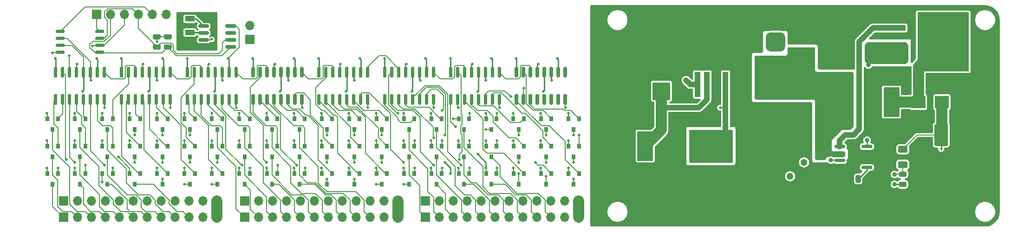
<source format=gbr>
%TF.GenerationSoftware,KiCad,Pcbnew,(5.1.5-131-g305ed0b65)-1*%
%TF.CreationDate,2020-05-02T00:07:12+08:00*%
%TF.ProjectId,NixieController,4e697869-6543-46f6-9e74-726f6c6c6572,rev?*%
%TF.SameCoordinates,Original*%
%TF.FileFunction,Copper,L1,Top*%
%TF.FilePolarity,Positive*%
%FSLAX46Y46*%
G04 Gerber Fmt 4.6, Leading zero omitted, Abs format (unit mm)*
G04 Created by KiCad (PCBNEW (5.1.5-131-g305ed0b65)-1) date 2020-05-02 00:07:12*
%MOMM*%
%LPD*%
G01*
G04 APERTURE LIST*
%TA.AperFunction,ComponentPad*%
%ADD10O,1.700000X1.700000*%
%TD*%
%TA.AperFunction,ComponentPad*%
%ADD11R,1.700000X1.700000*%
%TD*%
%TA.AperFunction,SMDPad,CuDef*%
%ADD12R,2.500000X2.300000*%
%TD*%
%TA.AperFunction,ComponentPad*%
%ADD13R,3.500000X3.500000*%
%TD*%
%TA.AperFunction,SMDPad,CuDef*%
%ADD14R,2.900000X5.400000*%
%TD*%
%TA.AperFunction,SMDPad,CuDef*%
%ADD15R,4.600000X1.100000*%
%TD*%
%TA.AperFunction,SMDPad,CuDef*%
%ADD16R,9.400000X10.800000*%
%TD*%
%TA.AperFunction,ComponentPad*%
%ADD17C,1.260000*%
%TD*%
%TA.AperFunction,ComponentPad*%
%ADD18R,3.200000X3.200000*%
%TD*%
%TA.AperFunction,ComponentPad*%
%ADD19O,3.200000X3.200000*%
%TD*%
%TA.AperFunction,SMDPad,CuDef*%
%ADD20R,0.800000X0.900000*%
%TD*%
%TA.AperFunction,SMDPad,CuDef*%
%ADD21R,1.100000X4.600000*%
%TD*%
%TA.AperFunction,SMDPad,CuDef*%
%ADD22R,10.800000X9.400000*%
%TD*%
%TA.AperFunction,SMDPad,CuDef*%
%ADD23R,1.800000X1.000000*%
%TD*%
%TA.AperFunction,ViaPad*%
%ADD24C,0.800000*%
%TD*%
%TA.AperFunction,ViaPad*%
%ADD25C,0.500000*%
%TD*%
%TA.AperFunction,Conductor*%
%ADD26C,1.000000*%
%TD*%
%TA.AperFunction,Conductor*%
%ADD27C,0.152400*%
%TD*%
%TA.AperFunction,Conductor*%
%ADD28C,2.000000*%
%TD*%
%TA.AperFunction,Conductor*%
%ADD29C,0.254000*%
%TD*%
%TA.AperFunction,Conductor*%
%ADD30C,0.250000*%
%TD*%
%TA.AperFunction,Conductor*%
%ADD31C,0.300000*%
%TD*%
G04 APERTURE END LIST*
D10*
%TO.P,J2,12*%
%TO.N,GND*%
X96940000Y-111000000D03*
%TO.P,J2,11*%
%TO.N,+180V*%
X94400000Y-111000000D03*
%TO.P,J2,10*%
%TO.N,/D19*%
X91860000Y-111000000D03*
%TO.P,J2,9*%
%TO.N,/D18*%
X89320000Y-111000000D03*
%TO.P,J2,8*%
%TO.N,/D17*%
X86780000Y-111000000D03*
%TO.P,J2,7*%
%TO.N,/D16*%
X84240000Y-111000000D03*
%TO.P,J2,6*%
%TO.N,/D15*%
X81700000Y-111000000D03*
%TO.P,J2,5*%
%TO.N,/D14*%
X79160000Y-111000000D03*
%TO.P,J2,4*%
%TO.N,/D13*%
X76620000Y-111000000D03*
%TO.P,J2,3*%
%TO.N,/D12*%
X74080000Y-111000000D03*
%TO.P,J2,2*%
%TO.N,/D11*%
X71540000Y-111000000D03*
D11*
%TO.P,J2,1*%
%TO.N,/D10*%
X69000000Y-111000000D03*
%TD*%
%TO.P,C3,1*%
%TO.N,+12V*%
%TA.AperFunction,SMDPad,CuDef*%
G36*
G01*
X201975000Y-89850000D02*
X204025000Y-89850000D01*
G75*
G02*
X204275000Y-90100000I0J-250000D01*
G01*
X204275000Y-91675000D01*
G75*
G02*
X204025000Y-91925000I-250000J0D01*
G01*
X201975000Y-91925000D01*
G75*
G02*
X201725000Y-91675000I0J250000D01*
G01*
X201725000Y-90100000D01*
G75*
G02*
X201975000Y-89850000I250000J0D01*
G01*
G37*
%TD.AperFunction*%
%TO.P,C3,2*%
%TO.N,GND*%
%TA.AperFunction,SMDPad,CuDef*%
G36*
G01*
X201975000Y-96075000D02*
X204025000Y-96075000D01*
G75*
G02*
X204275000Y-96325000I0J-250000D01*
G01*
X204275000Y-97900000D01*
G75*
G02*
X204025000Y-98150000I-250000J0D01*
G01*
X201975000Y-98150000D01*
G75*
G02*
X201725000Y-97900000I0J250000D01*
G01*
X201725000Y-96325000D01*
G75*
G02*
X201975000Y-96075000I250000J0D01*
G01*
G37*
%TD.AperFunction*%
%TD*%
%TO.P,C4,2*%
%TO.N,GND*%
%TA.AperFunction,SMDPad,CuDef*%
G36*
G01*
X206543750Y-104450000D02*
X207456250Y-104450000D01*
G75*
G02*
X207700000Y-104693750I0J-243750D01*
G01*
X207700000Y-105181250D01*
G75*
G02*
X207456250Y-105425000I-243750J0D01*
G01*
X206543750Y-105425000D01*
G75*
G02*
X206300000Y-105181250I0J243750D01*
G01*
X206300000Y-104693750D01*
G75*
G02*
X206543750Y-104450000I243750J0D01*
G01*
G37*
%TD.AperFunction*%
%TO.P,C4,1*%
%TO.N,+12V*%
%TA.AperFunction,SMDPad,CuDef*%
G36*
G01*
X206543750Y-102575000D02*
X207456250Y-102575000D01*
G75*
G02*
X207700000Y-102818750I0J-243750D01*
G01*
X207700000Y-103306250D01*
G75*
G02*
X207456250Y-103550000I-243750J0D01*
G01*
X206543750Y-103550000D01*
G75*
G02*
X206300000Y-103306250I0J243750D01*
G01*
X206300000Y-102818750D01*
G75*
G02*
X206543750Y-102575000I243750J0D01*
G01*
G37*
%TD.AperFunction*%
%TD*%
%TO.P,C5,1*%
%TO.N,Net-(C5-Pad1)*%
%TA.AperFunction,SMDPad,CuDef*%
G36*
G01*
X214362500Y-106543750D02*
X214362500Y-107456250D01*
G75*
G02*
X214118750Y-107700000I-243750J0D01*
G01*
X213631250Y-107700000D01*
G75*
G02*
X213387500Y-107456250I0J243750D01*
G01*
X213387500Y-106543750D01*
G75*
G02*
X213631250Y-106300000I243750J0D01*
G01*
X214118750Y-106300000D01*
G75*
G02*
X214362500Y-106543750I0J-243750D01*
G01*
G37*
%TD.AperFunction*%
%TO.P,C5,2*%
%TO.N,GND*%
%TA.AperFunction,SMDPad,CuDef*%
G36*
G01*
X212487500Y-106543750D02*
X212487500Y-107456250D01*
G75*
G02*
X212243750Y-107700000I-243750J0D01*
G01*
X211756250Y-107700000D01*
G75*
G02*
X211512500Y-107456250I0J243750D01*
G01*
X211512500Y-106543750D01*
G75*
G02*
X211756250Y-106300000I243750J0D01*
G01*
X212243750Y-106300000D01*
G75*
G02*
X212487500Y-106543750I0J-243750D01*
G01*
G37*
%TD.AperFunction*%
%TD*%
%TO.P,C6,1*%
%TO.N,+180V*%
%TA.AperFunction,SMDPad,CuDef*%
G36*
G01*
X228000000Y-97000000D02*
X230000000Y-97000000D01*
G75*
G02*
X230250000Y-97250000I0J-250000D01*
G01*
X230250000Y-100750000D01*
G75*
G02*
X230000000Y-101000000I-250000J0D01*
G01*
X228000000Y-101000000D01*
G75*
G02*
X227750000Y-100750000I0J250000D01*
G01*
X227750000Y-97250000D01*
G75*
G02*
X228000000Y-97000000I250000J0D01*
G01*
G37*
%TD.AperFunction*%
%TO.P,C6,2*%
%TO.N,GND*%
%TA.AperFunction,SMDPad,CuDef*%
G36*
G01*
X228000000Y-105000000D02*
X230000000Y-105000000D01*
G75*
G02*
X230250000Y-105250000I0J-250000D01*
G01*
X230250000Y-108750000D01*
G75*
G02*
X230000000Y-109000000I-250000J0D01*
G01*
X228000000Y-109000000D01*
G75*
G02*
X227750000Y-108750000I0J250000D01*
G01*
X227750000Y-105250000D01*
G75*
G02*
X228000000Y-105000000I250000J0D01*
G01*
G37*
%TD.AperFunction*%
%TD*%
D12*
%TO.P,D2,1*%
%TO.N,+180V*%
X229150000Y-93000000D03*
%TO.P,D2,2*%
%TO.N,Net-(D2-Pad2)*%
X224850000Y-93000000D03*
%TD*%
D13*
%TO.P,J7,1*%
%TO.N,+12V*%
X203500000Y-85000000D03*
%TO.P,J7,2*%
%TO.N,GND*%
%TA.AperFunction,ComponentPad*%
G36*
G01*
X202500000Y-77500000D02*
X204500000Y-77500000D01*
G75*
G02*
X205250000Y-78250000I0J-750000D01*
G01*
X205250000Y-79750000D01*
G75*
G02*
X204500000Y-80500000I-750000J0D01*
G01*
X202500000Y-80500000D01*
G75*
G02*
X201750000Y-79750000I0J750000D01*
G01*
X201750000Y-78250000D01*
G75*
G02*
X202500000Y-77500000I750000J0D01*
G01*
G37*
%TD.AperFunction*%
%TO.P,J7,3*%
%TO.N,N/C*%
%TA.AperFunction,ComponentPad*%
G36*
G01*
X197925000Y-80250000D02*
X199675000Y-80250000D01*
G75*
G02*
X200550000Y-81125000I0J-875000D01*
G01*
X200550000Y-82875000D01*
G75*
G02*
X199675000Y-83750000I-875000J0D01*
G01*
X197925000Y-83750000D01*
G75*
G02*
X197050000Y-82875000I0J875000D01*
G01*
X197050000Y-81125000D01*
G75*
G02*
X197925000Y-80250000I875000J0D01*
G01*
G37*
%TD.AperFunction*%
%TD*%
D14*
%TO.P,L2,1*%
%TO.N,+12V*%
X210050000Y-93000000D03*
%TO.P,L2,2*%
%TO.N,Net-(D2-Pad2)*%
X219950000Y-93000000D03*
%TD*%
D15*
%TO.P,Q1,1*%
%TO.N,Net-(Q1-Pad1)*%
X220225000Y-79460000D03*
%TO.P,Q1,3*%
%TO.N,Net-(Q1-Pad3)*%
X220225000Y-84540000D03*
D16*
%TO.P,Q1,2*%
%TO.N,Net-(D2-Pad2)*%
X229375000Y-82000000D03*
%TD*%
%TO.P,R3,1*%
%TO.N,Net-(Q1-Pad3)*%
%TA.AperFunction,SMDPad,CuDef*%
G36*
G01*
X216575000Y-82574999D02*
X216575000Y-85425001D01*
G75*
G02*
X216325001Y-85675000I-249999J0D01*
G01*
X215474999Y-85675000D01*
G75*
G02*
X215225000Y-85425001I0J249999D01*
G01*
X215225000Y-82574999D01*
G75*
G02*
X215474999Y-82325000I249999J0D01*
G01*
X216325001Y-82325000D01*
G75*
G02*
X216575000Y-82574999I0J-249999D01*
G01*
G37*
%TD.AperFunction*%
%TO.P,R3,2*%
%TO.N,GND*%
%TA.AperFunction,SMDPad,CuDef*%
G36*
G01*
X210775000Y-82574999D02*
X210775000Y-85425001D01*
G75*
G02*
X210525001Y-85675000I-249999J0D01*
G01*
X209674999Y-85675000D01*
G75*
G02*
X209425000Y-85425001I0J249999D01*
G01*
X209425000Y-82574999D01*
G75*
G02*
X209674999Y-82325000I249999J0D01*
G01*
X210525001Y-82325000D01*
G75*
G02*
X210775000Y-82574999I0J-249999D01*
G01*
G37*
%TD.AperFunction*%
%TD*%
%TO.P,R4,1*%
%TO.N,+180V*%
%TA.AperFunction,SMDPad,CuDef*%
G36*
G01*
X221375000Y-100975000D02*
X222625000Y-100975000D01*
G75*
G02*
X222875000Y-101225000I0J-250000D01*
G01*
X222875000Y-101975000D01*
G75*
G02*
X222625000Y-102225000I-250000J0D01*
G01*
X221375000Y-102225000D01*
G75*
G02*
X221125000Y-101975000I0J250000D01*
G01*
X221125000Y-101225000D01*
G75*
G02*
X221375000Y-100975000I250000J0D01*
G01*
G37*
%TD.AperFunction*%
%TO.P,R4,2*%
%TO.N,Net-(R4-Pad2)*%
%TA.AperFunction,SMDPad,CuDef*%
G36*
G01*
X221375000Y-103775000D02*
X222625000Y-103775000D01*
G75*
G02*
X222875000Y-104025000I0J-250000D01*
G01*
X222875000Y-104775000D01*
G75*
G02*
X222625000Y-105025000I-250000J0D01*
G01*
X221375000Y-105025000D01*
G75*
G02*
X221125000Y-104775000I0J250000D01*
G01*
X221125000Y-104025000D01*
G75*
G02*
X221375000Y-103775000I250000J0D01*
G01*
G37*
%TD.AperFunction*%
%TD*%
%TO.P,R5,1*%
%TO.N,Net-(R4-Pad2)*%
%TA.AperFunction,SMDPad,CuDef*%
G36*
G01*
X221543750Y-105637500D02*
X222456250Y-105637500D01*
G75*
G02*
X222700000Y-105881250I0J-243750D01*
G01*
X222700000Y-106368750D01*
G75*
G02*
X222456250Y-106612500I-243750J0D01*
G01*
X221543750Y-106612500D01*
G75*
G02*
X221300000Y-106368750I0J243750D01*
G01*
X221300000Y-105881250D01*
G75*
G02*
X221543750Y-105637500I243750J0D01*
G01*
G37*
%TD.AperFunction*%
%TO.P,R5,2*%
%TO.N,Net-(R5-Pad2)*%
%TA.AperFunction,SMDPad,CuDef*%
G36*
G01*
X221543750Y-107512500D02*
X222456250Y-107512500D01*
G75*
G02*
X222700000Y-107756250I0J-243750D01*
G01*
X222700000Y-108243750D01*
G75*
G02*
X222456250Y-108487500I-243750J0D01*
G01*
X221543750Y-108487500D01*
G75*
G02*
X221300000Y-108243750I0J243750D01*
G01*
X221300000Y-107756250D01*
G75*
G02*
X221543750Y-107512500I243750J0D01*
G01*
G37*
%TD.AperFunction*%
%TD*%
%TO.P,U4,1*%
%TO.N,Net-(Q1-Pad1)*%
%TA.AperFunction,SMDPad,CuDef*%
G36*
G01*
X209550000Y-101245000D02*
X209550000Y-100945000D01*
G75*
G02*
X209700000Y-100795000I150000J0D01*
G01*
X211350000Y-100795000D01*
G75*
G02*
X211500000Y-100945000I0J-150000D01*
G01*
X211500000Y-101245000D01*
G75*
G02*
X211350000Y-101395000I-150000J0D01*
G01*
X209700000Y-101395000D01*
G75*
G02*
X209550000Y-101245000I0J150000D01*
G01*
G37*
%TD.AperFunction*%
%TO.P,U4,2*%
%TO.N,+12V*%
%TA.AperFunction,SMDPad,CuDef*%
G36*
G01*
X209550000Y-102515000D02*
X209550000Y-102215000D01*
G75*
G02*
X209700000Y-102065000I150000J0D01*
G01*
X211350000Y-102065000D01*
G75*
G02*
X211500000Y-102215000I0J-150000D01*
G01*
X211500000Y-102515000D01*
G75*
G02*
X211350000Y-102665000I-150000J0D01*
G01*
X209700000Y-102665000D01*
G75*
G02*
X209550000Y-102515000I0J150000D01*
G01*
G37*
%TD.AperFunction*%
%TO.P,U4,3*%
%TO.N,Net-(R4-Pad2)*%
%TA.AperFunction,SMDPad,CuDef*%
G36*
G01*
X209550000Y-103785000D02*
X209550000Y-103485000D01*
G75*
G02*
X209700000Y-103335000I150000J0D01*
G01*
X211350000Y-103335000D01*
G75*
G02*
X211500000Y-103485000I0J-150000D01*
G01*
X211500000Y-103785000D01*
G75*
G02*
X211350000Y-103935000I-150000J0D01*
G01*
X209700000Y-103935000D01*
G75*
G02*
X209550000Y-103785000I0J150000D01*
G01*
G37*
%TD.AperFunction*%
%TO.P,U4,4*%
%TO.N,GND*%
%TA.AperFunction,SMDPad,CuDef*%
G36*
G01*
X209550000Y-105055000D02*
X209550000Y-104755000D01*
G75*
G02*
X209700000Y-104605000I150000J0D01*
G01*
X211350000Y-104605000D01*
G75*
G02*
X211500000Y-104755000I0J-150000D01*
G01*
X211500000Y-105055000D01*
G75*
G02*
X211350000Y-105205000I-150000J0D01*
G01*
X209700000Y-105205000D01*
G75*
G02*
X209550000Y-105055000I0J150000D01*
G01*
G37*
%TD.AperFunction*%
%TO.P,U4,5*%
%TO.N,Net-(C5-Pad1)*%
%TA.AperFunction,SMDPad,CuDef*%
G36*
G01*
X214500000Y-105055000D02*
X214500000Y-104755000D01*
G75*
G02*
X214650000Y-104605000I150000J0D01*
G01*
X216300000Y-104605000D01*
G75*
G02*
X216450000Y-104755000I0J-150000D01*
G01*
X216450000Y-105055000D01*
G75*
G02*
X216300000Y-105205000I-150000J0D01*
G01*
X214650000Y-105205000D01*
G75*
G02*
X214500000Y-105055000I0J150000D01*
G01*
G37*
%TD.AperFunction*%
%TO.P,U4,6*%
%TO.N,GND*%
%TA.AperFunction,SMDPad,CuDef*%
G36*
G01*
X214500000Y-103785000D02*
X214500000Y-103485000D01*
G75*
G02*
X214650000Y-103335000I150000J0D01*
G01*
X216300000Y-103335000D01*
G75*
G02*
X216450000Y-103485000I0J-150000D01*
G01*
X216450000Y-103785000D01*
G75*
G02*
X216300000Y-103935000I-150000J0D01*
G01*
X214650000Y-103935000D01*
G75*
G02*
X214500000Y-103785000I0J150000D01*
G01*
G37*
%TD.AperFunction*%
%TO.P,U4,7*%
%TA.AperFunction,SMDPad,CuDef*%
G36*
G01*
X214500000Y-102515000D02*
X214500000Y-102215000D01*
G75*
G02*
X214650000Y-102065000I150000J0D01*
G01*
X216300000Y-102065000D01*
G75*
G02*
X216450000Y-102215000I0J-150000D01*
G01*
X216450000Y-102515000D01*
G75*
G02*
X216300000Y-102665000I-150000J0D01*
G01*
X214650000Y-102665000D01*
G75*
G02*
X214500000Y-102515000I0J150000D01*
G01*
G37*
%TD.AperFunction*%
%TO.P,U4,8*%
%TO.N,Net-(Q1-Pad3)*%
%TA.AperFunction,SMDPad,CuDef*%
G36*
G01*
X214500000Y-101245000D02*
X214500000Y-100945000D01*
G75*
G02*
X214650000Y-100795000I150000J0D01*
G01*
X216300000Y-100795000D01*
G75*
G02*
X216450000Y-100945000I0J-150000D01*
G01*
X216450000Y-101245000D01*
G75*
G02*
X216300000Y-101395000I-150000J0D01*
G01*
X214650000Y-101395000D01*
G75*
G02*
X214500000Y-101245000I0J150000D01*
G01*
G37*
%TD.AperFunction*%
%TD*%
D17*
%TO.P,RV1,3*%
%TO.N,GND*%
X198920000Y-104000000D03*
%TO.P,RV1,2*%
%TO.N,Net-(R5-Pad2)*%
X201460000Y-106540000D03*
%TO.P,RV1,1*%
%TO.N,Net-(RV1-Pad1)*%
X204000000Y-104000000D03*
%TD*%
D18*
%TO.P,D1,1*%
%TO.N,Net-(D1-Pad1)*%
X178000000Y-91000000D03*
D19*
%TO.P,D1,2*%
%TO.N,GND*%
X178000000Y-78300000D03*
%TD*%
D11*
%TO.P,J1,1*%
%TO.N,/D0*%
X69000000Y-114000000D03*
D10*
%TO.P,J1,2*%
%TO.N,/D1*%
X71540000Y-114000000D03*
%TO.P,J1,3*%
%TO.N,/D2*%
X74080000Y-114000000D03*
%TO.P,J1,4*%
%TO.N,/D3*%
X76620000Y-114000000D03*
%TO.P,J1,5*%
%TO.N,/D4*%
X79160000Y-114000000D03*
%TO.P,J1,6*%
%TO.N,/D5*%
X81700000Y-114000000D03*
%TO.P,J1,7*%
%TO.N,/D6*%
X84240000Y-114000000D03*
%TO.P,J1,8*%
%TO.N,/D7*%
X86780000Y-114000000D03*
%TO.P,J1,9*%
%TO.N,/D8*%
X89320000Y-114000000D03*
%TO.P,J1,10*%
%TO.N,/D9*%
X91860000Y-114000000D03*
%TO.P,J1,11*%
%TO.N,+180V*%
X94400000Y-114000000D03*
%TO.P,J1,12*%
%TO.N,GND*%
X96940000Y-114000000D03*
%TD*%
%TO.P,J3,12*%
%TO.N,GND*%
X129940000Y-114000000D03*
%TO.P,J3,11*%
%TO.N,+180V*%
X127400000Y-114000000D03*
%TO.P,J3,10*%
%TO.N,/D29*%
X124860000Y-114000000D03*
%TO.P,J3,9*%
%TO.N,/D28*%
X122320000Y-114000000D03*
%TO.P,J3,8*%
%TO.N,/D27*%
X119780000Y-114000000D03*
%TO.P,J3,7*%
%TO.N,/D26*%
X117240000Y-114000000D03*
%TO.P,J3,6*%
%TO.N,/D25*%
X114700000Y-114000000D03*
%TO.P,J3,5*%
%TO.N,/D24*%
X112160000Y-114000000D03*
%TO.P,J3,4*%
%TO.N,/D23*%
X109620000Y-114000000D03*
%TO.P,J3,3*%
%TO.N,/D22*%
X107080000Y-114000000D03*
%TO.P,J3,2*%
%TO.N,/D21*%
X104540000Y-114000000D03*
D11*
%TO.P,J3,1*%
%TO.N,/D20*%
X102000000Y-114000000D03*
%TD*%
%TO.P,J4,1*%
%TO.N,/D30*%
X102000000Y-111000000D03*
D10*
%TO.P,J4,2*%
%TO.N,/D31*%
X104540000Y-111000000D03*
%TO.P,J4,3*%
%TO.N,/D32*%
X107080000Y-111000000D03*
%TO.P,J4,4*%
%TO.N,/D33*%
X109620000Y-111000000D03*
%TO.P,J4,5*%
%TO.N,/D34*%
X112160000Y-111000000D03*
%TO.P,J4,6*%
%TO.N,/D35*%
X114700000Y-111000000D03*
%TO.P,J4,7*%
%TO.N,/D36*%
X117240000Y-111000000D03*
%TO.P,J4,8*%
%TO.N,/D37*%
X119780000Y-111000000D03*
%TO.P,J4,9*%
%TO.N,/D38*%
X122320000Y-111000000D03*
%TO.P,J4,10*%
%TO.N,/D39*%
X124860000Y-111000000D03*
%TO.P,J4,11*%
%TO.N,+180V*%
X127400000Y-111000000D03*
%TO.P,J4,12*%
%TO.N,GND*%
X129940000Y-111000000D03*
%TD*%
D11*
%TO.P,J5,1*%
%TO.N,/D40*%
X135000000Y-114000000D03*
D10*
%TO.P,J5,2*%
%TO.N,/D41*%
X137540000Y-114000000D03*
%TO.P,J5,3*%
%TO.N,/D42*%
X140080000Y-114000000D03*
%TO.P,J5,4*%
%TO.N,/D43*%
X142620000Y-114000000D03*
%TO.P,J5,5*%
%TO.N,/D44*%
X145160000Y-114000000D03*
%TO.P,J5,6*%
%TO.N,/D45*%
X147700000Y-114000000D03*
%TO.P,J5,7*%
%TO.N,/D46*%
X150240000Y-114000000D03*
%TO.P,J5,8*%
%TO.N,/D47*%
X152780000Y-114000000D03*
%TO.P,J5,9*%
%TO.N,/D48*%
X155320000Y-114000000D03*
%TO.P,J5,10*%
%TO.N,/D49*%
X157860000Y-114000000D03*
%TO.P,J5,11*%
%TO.N,+180V*%
X160400000Y-114000000D03*
%TO.P,J5,12*%
%TO.N,GND*%
X162940000Y-114000000D03*
%TD*%
D14*
%TO.P,L1,1*%
%TO.N,Net-(D1-Pad1)*%
X175050000Y-101000000D03*
%TO.P,L1,2*%
%TO.N,+5V*%
X184950000Y-101000000D03*
%TD*%
D20*
%TO.P,Q2,3*%
%TO.N,/D0*%
X67000000Y-108000000D03*
%TO.P,Q2,2*%
%TO.N,GND*%
X66050000Y-106000000D03*
%TO.P,Q2,1*%
%TO.N,/C0*%
X67950000Y-106000000D03*
%TD*%
%TO.P,Q3,1*%
%TO.N,/C1*%
X67950000Y-101000000D03*
%TO.P,Q3,2*%
%TO.N,GND*%
X66050000Y-101000000D03*
%TO.P,Q3,3*%
%TO.N,/D1*%
X67000000Y-103000000D03*
%TD*%
%TO.P,Q4,3*%
%TO.N,/D2*%
X67000000Y-98000000D03*
%TO.P,Q4,2*%
%TO.N,GND*%
X66050000Y-96000000D03*
%TO.P,Q4,1*%
%TO.N,/C2*%
X67950000Y-96000000D03*
%TD*%
%TO.P,Q5,1*%
%TO.N,/C3*%
X72950000Y-106000000D03*
%TO.P,Q5,2*%
%TO.N,GND*%
X71050000Y-106000000D03*
%TO.P,Q5,3*%
%TO.N,/D3*%
X72000000Y-108000000D03*
%TD*%
%TO.P,Q6,3*%
%TO.N,/D4*%
X72000000Y-103000000D03*
%TO.P,Q6,2*%
%TO.N,GND*%
X71050000Y-101000000D03*
%TO.P,Q6,1*%
%TO.N,/C4*%
X72950000Y-101000000D03*
%TD*%
%TO.P,Q7,1*%
%TO.N,/C5*%
X72950000Y-96000000D03*
%TO.P,Q7,2*%
%TO.N,GND*%
X71050000Y-96000000D03*
%TO.P,Q7,3*%
%TO.N,/D5*%
X72000000Y-98000000D03*
%TD*%
%TO.P,Q8,3*%
%TO.N,/D6*%
X77000000Y-108000000D03*
%TO.P,Q8,2*%
%TO.N,GND*%
X76050000Y-106000000D03*
%TO.P,Q8,1*%
%TO.N,/C6*%
X77950000Y-106000000D03*
%TD*%
%TO.P,Q9,1*%
%TO.N,/C7*%
X77950000Y-101000000D03*
%TO.P,Q9,2*%
%TO.N,GND*%
X76050000Y-101000000D03*
%TO.P,Q9,3*%
%TO.N,/D7*%
X77000000Y-103000000D03*
%TD*%
%TO.P,Q10,3*%
%TO.N,/D8*%
X77000000Y-98000000D03*
%TO.P,Q10,2*%
%TO.N,GND*%
X76050000Y-96000000D03*
%TO.P,Q10,1*%
%TO.N,/C8*%
X77950000Y-96000000D03*
%TD*%
%TO.P,Q11,3*%
%TO.N,/D9*%
X82000000Y-108000000D03*
%TO.P,Q11,2*%
%TO.N,GND*%
X81050000Y-106000000D03*
%TO.P,Q11,1*%
%TO.N,/C9*%
X82950000Y-106000000D03*
%TD*%
%TO.P,Q12,3*%
%TO.N,/D10*%
X82000000Y-103000000D03*
%TO.P,Q12,2*%
%TO.N,GND*%
X81050000Y-101000000D03*
%TO.P,Q12,1*%
%TO.N,/C10*%
X82950000Y-101000000D03*
%TD*%
%TO.P,Q13,1*%
%TO.N,/C11*%
X82950000Y-96000000D03*
%TO.P,Q13,2*%
%TO.N,GND*%
X81050000Y-96000000D03*
%TO.P,Q13,3*%
%TO.N,/D11*%
X82000000Y-98000000D03*
%TD*%
%TO.P,Q14,3*%
%TO.N,/D12*%
X87000000Y-108000000D03*
%TO.P,Q14,2*%
%TO.N,GND*%
X86050000Y-106000000D03*
%TO.P,Q14,1*%
%TO.N,/C12*%
X87950000Y-106000000D03*
%TD*%
%TO.P,Q15,1*%
%TO.N,/C13*%
X87950000Y-101000000D03*
%TO.P,Q15,2*%
%TO.N,GND*%
X86050000Y-101000000D03*
%TO.P,Q15,3*%
%TO.N,/D13*%
X87000000Y-103000000D03*
%TD*%
%TO.P,Q16,3*%
%TO.N,/D14*%
X87000000Y-98000000D03*
%TO.P,Q16,2*%
%TO.N,GND*%
X86050000Y-96000000D03*
%TO.P,Q16,1*%
%TO.N,/C14*%
X87950000Y-96000000D03*
%TD*%
%TO.P,Q17,1*%
%TO.N,/C15*%
X92950000Y-106000000D03*
%TO.P,Q17,2*%
%TO.N,GND*%
X91050000Y-106000000D03*
%TO.P,Q17,3*%
%TO.N,/D15*%
X92000000Y-108000000D03*
%TD*%
%TO.P,Q18,3*%
%TO.N,/D16*%
X92000000Y-103000000D03*
%TO.P,Q18,2*%
%TO.N,GND*%
X91050000Y-101000000D03*
%TO.P,Q18,1*%
%TO.N,/C16*%
X92950000Y-101000000D03*
%TD*%
%TO.P,Q19,1*%
%TO.N,/C17*%
X92950000Y-96000000D03*
%TO.P,Q19,2*%
%TO.N,GND*%
X91050000Y-96000000D03*
%TO.P,Q19,3*%
%TO.N,/D17*%
X92000000Y-98000000D03*
%TD*%
%TO.P,Q20,3*%
%TO.N,/D18*%
X97000000Y-108000000D03*
%TO.P,Q20,2*%
%TO.N,GND*%
X96050000Y-106000000D03*
%TO.P,Q20,1*%
%TO.N,/C18*%
X97950000Y-106000000D03*
%TD*%
%TO.P,Q21,1*%
%TO.N,/C19*%
X97950000Y-101000000D03*
%TO.P,Q21,2*%
%TO.N,GND*%
X96050000Y-101000000D03*
%TO.P,Q21,3*%
%TO.N,/D19*%
X97000000Y-103000000D03*
%TD*%
%TO.P,Q22,3*%
%TO.N,/D20*%
X97000000Y-98000000D03*
%TO.P,Q22,2*%
%TO.N,GND*%
X96050000Y-96000000D03*
%TO.P,Q22,1*%
%TO.N,/C20*%
X97950000Y-96000000D03*
%TD*%
%TO.P,Q23,1*%
%TO.N,/C21*%
X102950000Y-106000000D03*
%TO.P,Q23,2*%
%TO.N,GND*%
X101050000Y-106000000D03*
%TO.P,Q23,3*%
%TO.N,/D21*%
X102000000Y-108000000D03*
%TD*%
%TO.P,Q24,3*%
%TO.N,/D22*%
X102000000Y-103000000D03*
%TO.P,Q24,2*%
%TO.N,GND*%
X101050000Y-101000000D03*
%TO.P,Q24,1*%
%TO.N,/C22*%
X102950000Y-101000000D03*
%TD*%
%TO.P,Q25,1*%
%TO.N,/C23*%
X102950000Y-96000000D03*
%TO.P,Q25,2*%
%TO.N,GND*%
X101050000Y-96000000D03*
%TO.P,Q25,3*%
%TO.N,/D23*%
X102000000Y-98000000D03*
%TD*%
%TO.P,Q26,3*%
%TO.N,/D24*%
X107000000Y-108000000D03*
%TO.P,Q26,2*%
%TO.N,GND*%
X106050000Y-106000000D03*
%TO.P,Q26,1*%
%TO.N,/C24*%
X107950000Y-106000000D03*
%TD*%
%TO.P,Q27,1*%
%TO.N,/C25*%
X107950000Y-101000000D03*
%TO.P,Q27,2*%
%TO.N,GND*%
X106050000Y-101000000D03*
%TO.P,Q27,3*%
%TO.N,/D25*%
X107000000Y-103000000D03*
%TD*%
%TO.P,Q28,3*%
%TO.N,/D26*%
X107000000Y-98000000D03*
%TO.P,Q28,2*%
%TO.N,GND*%
X106050000Y-96000000D03*
%TO.P,Q28,1*%
%TO.N,/C26*%
X107950000Y-96000000D03*
%TD*%
%TO.P,Q29,1*%
%TO.N,/C27*%
X112950000Y-106000000D03*
%TO.P,Q29,2*%
%TO.N,GND*%
X111050000Y-106000000D03*
%TO.P,Q29,3*%
%TO.N,/D27*%
X112000000Y-108000000D03*
%TD*%
%TO.P,Q30,1*%
%TO.N,/C28*%
X112950000Y-101000000D03*
%TO.P,Q30,2*%
%TO.N,GND*%
X111050000Y-101000000D03*
%TO.P,Q30,3*%
%TO.N,/D28*%
X112000000Y-103000000D03*
%TD*%
%TO.P,Q31,1*%
%TO.N,/C29*%
X112950000Y-96000000D03*
%TO.P,Q31,2*%
%TO.N,GND*%
X111050000Y-96000000D03*
%TO.P,Q31,3*%
%TO.N,/D29*%
X112000000Y-98000000D03*
%TD*%
%TO.P,Q32,3*%
%TO.N,/D30*%
X117000000Y-108000000D03*
%TO.P,Q32,2*%
%TO.N,GND*%
X116050000Y-106000000D03*
%TO.P,Q32,1*%
%TO.N,/C30*%
X117950000Y-106000000D03*
%TD*%
%TO.P,Q33,1*%
%TO.N,/C31*%
X117950000Y-101000000D03*
%TO.P,Q33,2*%
%TO.N,GND*%
X116050000Y-101000000D03*
%TO.P,Q33,3*%
%TO.N,/D31*%
X117000000Y-103000000D03*
%TD*%
%TO.P,Q34,3*%
%TO.N,/D32*%
X117000000Y-98000000D03*
%TO.P,Q34,2*%
%TO.N,GND*%
X116050000Y-96000000D03*
%TO.P,Q34,1*%
%TO.N,/C32*%
X117950000Y-96000000D03*
%TD*%
%TO.P,Q35,1*%
%TO.N,/C33*%
X122950000Y-106000000D03*
%TO.P,Q35,2*%
%TO.N,GND*%
X121050000Y-106000000D03*
%TO.P,Q35,3*%
%TO.N,/D33*%
X122000000Y-108000000D03*
%TD*%
%TO.P,Q36,3*%
%TO.N,/D34*%
X122000000Y-103000000D03*
%TO.P,Q36,2*%
%TO.N,GND*%
X121050000Y-101000000D03*
%TO.P,Q36,1*%
%TO.N,/C34*%
X122950000Y-101000000D03*
%TD*%
%TO.P,Q37,3*%
%TO.N,/D35*%
X122000000Y-98000000D03*
%TO.P,Q37,2*%
%TO.N,GND*%
X121050000Y-96000000D03*
%TO.P,Q37,1*%
%TO.N,/C35*%
X122950000Y-96000000D03*
%TD*%
%TO.P,Q38,1*%
%TO.N,/C36*%
X127950000Y-106000000D03*
%TO.P,Q38,2*%
%TO.N,GND*%
X126050000Y-106000000D03*
%TO.P,Q38,3*%
%TO.N,/D36*%
X127000000Y-108000000D03*
%TD*%
%TO.P,Q39,3*%
%TO.N,/D37*%
X127000000Y-103000000D03*
%TO.P,Q39,2*%
%TO.N,GND*%
X126050000Y-101000000D03*
%TO.P,Q39,1*%
%TO.N,/C37*%
X127950000Y-101000000D03*
%TD*%
%TO.P,Q40,1*%
%TO.N,/C38*%
X127950000Y-96000000D03*
%TO.P,Q40,2*%
%TO.N,GND*%
X126050000Y-96000000D03*
%TO.P,Q40,3*%
%TO.N,/D38*%
X127000000Y-98000000D03*
%TD*%
%TO.P,Q41,3*%
%TO.N,/D39*%
X132000000Y-108000000D03*
%TO.P,Q41,2*%
%TO.N,GND*%
X131050000Y-106000000D03*
%TO.P,Q41,1*%
%TO.N,/C39*%
X132950000Y-106000000D03*
%TD*%
%TO.P,Q42,1*%
%TO.N,/C40*%
X132950000Y-101000000D03*
%TO.P,Q42,2*%
%TO.N,GND*%
X131050000Y-101000000D03*
%TO.P,Q42,3*%
%TO.N,/D40*%
X132000000Y-103000000D03*
%TD*%
%TO.P,Q43,3*%
%TO.N,/D41*%
X132000000Y-98000000D03*
%TO.P,Q43,2*%
%TO.N,GND*%
X131050000Y-96000000D03*
%TO.P,Q43,1*%
%TO.N,/C41*%
X132950000Y-96000000D03*
%TD*%
%TO.P,Q44,1*%
%TO.N,/C42*%
X137950000Y-106000000D03*
%TO.P,Q44,2*%
%TO.N,GND*%
X136050000Y-106000000D03*
%TO.P,Q44,3*%
%TO.N,/D42*%
X137000000Y-108000000D03*
%TD*%
%TO.P,Q45,3*%
%TO.N,/D43*%
X137000000Y-103000000D03*
%TO.P,Q45,2*%
%TO.N,GND*%
X136050000Y-101000000D03*
%TO.P,Q45,1*%
%TO.N,/C43*%
X137950000Y-101000000D03*
%TD*%
%TO.P,Q46,1*%
%TO.N,/C44*%
X137950000Y-96000000D03*
%TO.P,Q46,2*%
%TO.N,GND*%
X136050000Y-96000000D03*
%TO.P,Q46,3*%
%TO.N,/D44*%
X137000000Y-98000000D03*
%TD*%
%TO.P,Q47,3*%
%TO.N,/D45*%
X142000000Y-108000000D03*
%TO.P,Q47,2*%
%TO.N,GND*%
X141050000Y-106000000D03*
%TO.P,Q47,1*%
%TO.N,/C45*%
X142950000Y-106000000D03*
%TD*%
%TO.P,Q48,1*%
%TO.N,/C46*%
X142950000Y-101000000D03*
%TO.P,Q48,2*%
%TO.N,GND*%
X141050000Y-101000000D03*
%TO.P,Q48,3*%
%TO.N,/D46*%
X142000000Y-103000000D03*
%TD*%
%TO.P,Q49,1*%
%TO.N,/C47*%
X142950000Y-96000000D03*
%TO.P,Q49,2*%
%TO.N,GND*%
X141050000Y-96000000D03*
%TO.P,Q49,3*%
%TO.N,/D47*%
X142000000Y-98000000D03*
%TD*%
%TO.P,Q50,1*%
%TO.N,/C48*%
X147950000Y-106000000D03*
%TO.P,Q50,2*%
%TO.N,GND*%
X146050000Y-106000000D03*
%TO.P,Q50,3*%
%TO.N,/D48*%
X147000000Y-108000000D03*
%TD*%
%TO.P,Q51,3*%
%TO.N,/D49*%
X147000000Y-103000000D03*
%TO.P,Q51,2*%
%TO.N,GND*%
X146050000Y-101000000D03*
%TO.P,Q51,1*%
%TO.N,/C49*%
X147950000Y-101000000D03*
%TD*%
%TO.P,Q52,1*%
%TO.N,/C50*%
X147950000Y-96000000D03*
%TO.P,Q52,2*%
%TO.N,GND*%
X146050000Y-96000000D03*
%TO.P,Q52,3*%
%TO.N,/D50*%
X147000000Y-98000000D03*
%TD*%
%TO.P,Q53,3*%
%TO.N,/D51*%
X152000000Y-108000000D03*
%TO.P,Q53,2*%
%TO.N,GND*%
X151050000Y-106000000D03*
%TO.P,Q53,1*%
%TO.N,/C51*%
X152950000Y-106000000D03*
%TD*%
%TO.P,Q54,1*%
%TO.N,/C52*%
X152950000Y-101000000D03*
%TO.P,Q54,2*%
%TO.N,GND*%
X151050000Y-101000000D03*
%TO.P,Q54,3*%
%TO.N,/D52*%
X152000000Y-103000000D03*
%TD*%
%TO.P,Q55,3*%
%TO.N,/D53*%
X151950000Y-98000000D03*
%TO.P,Q55,2*%
%TO.N,GND*%
X151000000Y-96000000D03*
%TO.P,Q55,1*%
%TO.N,/C53*%
X152900000Y-96000000D03*
%TD*%
%TO.P,Q56,1*%
%TO.N,/C54*%
X157950000Y-106000000D03*
%TO.P,Q56,2*%
%TO.N,GND*%
X156050000Y-106000000D03*
%TO.P,Q56,3*%
%TO.N,/D54*%
X157000000Y-108000000D03*
%TD*%
%TO.P,Q57,3*%
%TO.N,/D55*%
X157000000Y-103000000D03*
%TO.P,Q57,2*%
%TO.N,GND*%
X156050000Y-101000000D03*
%TO.P,Q57,1*%
%TO.N,/C55*%
X157950000Y-101000000D03*
%TD*%
%TO.P,Q58,1*%
%TO.N,/C56*%
X157950000Y-96000000D03*
%TO.P,Q58,2*%
%TO.N,GND*%
X156050000Y-96000000D03*
%TO.P,Q58,3*%
%TO.N,/D56*%
X157000000Y-98000000D03*
%TD*%
%TO.P,Q59,3*%
%TO.N,/D57*%
X162000000Y-108000000D03*
%TO.P,Q59,2*%
%TO.N,GND*%
X161050000Y-106000000D03*
%TO.P,Q59,1*%
%TO.N,/C57*%
X162950000Y-106000000D03*
%TD*%
%TO.P,Q60,1*%
%TO.N,/C58*%
X162950000Y-101000000D03*
%TO.P,Q60,2*%
%TO.N,GND*%
X161050000Y-101000000D03*
%TO.P,Q60,3*%
%TO.N,/D58*%
X162000000Y-103000000D03*
%TD*%
%TO.P,Q61,3*%
%TO.N,/D59*%
X162000000Y-98000000D03*
%TO.P,Q61,2*%
%TO.N,GND*%
X161050000Y-96000000D03*
%TO.P,Q61,1*%
%TO.N,/C59*%
X162950000Y-96000000D03*
%TD*%
%TO.P,R1,1*%
%TO.N,+5V*%
%TA.AperFunction,SMDPad,CuDef*%
G36*
G01*
X85543750Y-80575000D02*
X86456250Y-80575000D01*
G75*
G02*
X86700000Y-80818750I0J-243750D01*
G01*
X86700000Y-81306250D01*
G75*
G02*
X86456250Y-81550000I-243750J0D01*
G01*
X85543750Y-81550000D01*
G75*
G02*
X85300000Y-81306250I0J243750D01*
G01*
X85300000Y-80818750D01*
G75*
G02*
X85543750Y-80575000I243750J0D01*
G01*
G37*
%TD.AperFunction*%
%TO.P,R1,2*%
%TO.N,/SCK*%
%TA.AperFunction,SMDPad,CuDef*%
G36*
G01*
X85543750Y-82450000D02*
X86456250Y-82450000D01*
G75*
G02*
X86700000Y-82693750I0J-243750D01*
G01*
X86700000Y-83181250D01*
G75*
G02*
X86456250Y-83425000I-243750J0D01*
G01*
X85543750Y-83425000D01*
G75*
G02*
X85300000Y-83181250I0J243750D01*
G01*
X85300000Y-82693750D01*
G75*
G02*
X85543750Y-82450000I243750J0D01*
G01*
G37*
%TD.AperFunction*%
%TD*%
%TO.P,R2,2*%
%TO.N,/MOSI*%
%TA.AperFunction,SMDPad,CuDef*%
G36*
G01*
X87543750Y-82450000D02*
X88456250Y-82450000D01*
G75*
G02*
X88700000Y-82693750I0J-243750D01*
G01*
X88700000Y-83181250D01*
G75*
G02*
X88456250Y-83425000I-243750J0D01*
G01*
X87543750Y-83425000D01*
G75*
G02*
X87300000Y-83181250I0J243750D01*
G01*
X87300000Y-82693750D01*
G75*
G02*
X87543750Y-82450000I243750J0D01*
G01*
G37*
%TD.AperFunction*%
%TO.P,R2,1*%
%TO.N,+5V*%
%TA.AperFunction,SMDPad,CuDef*%
G36*
G01*
X87543750Y-80575000D02*
X88456250Y-80575000D01*
G75*
G02*
X88700000Y-80818750I0J-243750D01*
G01*
X88700000Y-81306250D01*
G75*
G02*
X88456250Y-81550000I-243750J0D01*
G01*
X87543750Y-81550000D01*
G75*
G02*
X87300000Y-81306250I0J243750D01*
G01*
X87300000Y-80818750D01*
G75*
G02*
X87543750Y-80575000I243750J0D01*
G01*
G37*
%TD.AperFunction*%
%TD*%
%TO.P,U1,1*%
%TO.N,/RST*%
%TA.AperFunction,SMDPad,CuDef*%
G36*
G01*
X67600000Y-80245000D02*
X67600000Y-79945000D01*
G75*
G02*
X67750000Y-79795000I150000J0D01*
G01*
X69050000Y-79795000D01*
G75*
G02*
X69200000Y-79945000I0J-150000D01*
G01*
X69200000Y-80245000D01*
G75*
G02*
X69050000Y-80395000I-150000J0D01*
G01*
X67750000Y-80395000D01*
G75*
G02*
X67600000Y-80245000I0J150000D01*
G01*
G37*
%TD.AperFunction*%
%TO.P,U1,2*%
%TO.N,/SRCLK*%
%TA.AperFunction,SMDPad,CuDef*%
G36*
G01*
X67600000Y-81515000D02*
X67600000Y-81215000D01*
G75*
G02*
X67750000Y-81065000I150000J0D01*
G01*
X69050000Y-81065000D01*
G75*
G02*
X69200000Y-81215000I0J-150000D01*
G01*
X69200000Y-81515000D01*
G75*
G02*
X69050000Y-81665000I-150000J0D01*
G01*
X67750000Y-81665000D01*
G75*
G02*
X67600000Y-81515000I0J150000D01*
G01*
G37*
%TD.AperFunction*%
%TO.P,U1,3*%
%TO.N,/RCLK*%
%TA.AperFunction,SMDPad,CuDef*%
G36*
G01*
X67600000Y-82785000D02*
X67600000Y-82485000D01*
G75*
G02*
X67750000Y-82335000I150000J0D01*
G01*
X69050000Y-82335000D01*
G75*
G02*
X69200000Y-82485000I0J-150000D01*
G01*
X69200000Y-82785000D01*
G75*
G02*
X69050000Y-82935000I-150000J0D01*
G01*
X67750000Y-82935000D01*
G75*
G02*
X67600000Y-82785000I0J150000D01*
G01*
G37*
%TD.AperFunction*%
%TO.P,U1,4*%
%TO.N,GND*%
%TA.AperFunction,SMDPad,CuDef*%
G36*
G01*
X67600000Y-84055000D02*
X67600000Y-83755000D01*
G75*
G02*
X67750000Y-83605000I150000J0D01*
G01*
X69050000Y-83605000D01*
G75*
G02*
X69200000Y-83755000I0J-150000D01*
G01*
X69200000Y-84055000D01*
G75*
G02*
X69050000Y-84205000I-150000J0D01*
G01*
X67750000Y-84205000D01*
G75*
G02*
X67600000Y-84055000I0J150000D01*
G01*
G37*
%TD.AperFunction*%
%TO.P,U1,5*%
%TO.N,/MOSI*%
%TA.AperFunction,SMDPad,CuDef*%
G36*
G01*
X74800000Y-84055000D02*
X74800000Y-83755000D01*
G75*
G02*
X74950000Y-83605000I150000J0D01*
G01*
X76250000Y-83605000D01*
G75*
G02*
X76400000Y-83755000I0J-150000D01*
G01*
X76400000Y-84055000D01*
G75*
G02*
X76250000Y-84205000I-150000J0D01*
G01*
X74950000Y-84205000D01*
G75*
G02*
X74800000Y-84055000I0J150000D01*
G01*
G37*
%TD.AperFunction*%
%TO.P,U1,6*%
%TO.N,/MISO*%
%TA.AperFunction,SMDPad,CuDef*%
G36*
G01*
X74800000Y-82785000D02*
X74800000Y-82485000D01*
G75*
G02*
X74950000Y-82335000I150000J0D01*
G01*
X76250000Y-82335000D01*
G75*
G02*
X76400000Y-82485000I0J-150000D01*
G01*
X76400000Y-82785000D01*
G75*
G02*
X76250000Y-82935000I-150000J0D01*
G01*
X74950000Y-82935000D01*
G75*
G02*
X74800000Y-82785000I0J150000D01*
G01*
G37*
%TD.AperFunction*%
%TO.P,U1,7*%
%TO.N,/SCK*%
%TA.AperFunction,SMDPad,CuDef*%
G36*
G01*
X74800000Y-81515000D02*
X74800000Y-81215000D01*
G75*
G02*
X74950000Y-81065000I150000J0D01*
G01*
X76250000Y-81065000D01*
G75*
G02*
X76400000Y-81215000I0J-150000D01*
G01*
X76400000Y-81515000D01*
G75*
G02*
X76250000Y-81665000I-150000J0D01*
G01*
X74950000Y-81665000D01*
G75*
G02*
X74800000Y-81515000I0J150000D01*
G01*
G37*
%TD.AperFunction*%
%TO.P,U1,8*%
%TO.N,+5V*%
%TA.AperFunction,SMDPad,CuDef*%
G36*
G01*
X74800000Y-80245000D02*
X74800000Y-79945000D01*
G75*
G02*
X74950000Y-79795000I150000J0D01*
G01*
X76250000Y-79795000D01*
G75*
G02*
X76400000Y-79945000I0J-150000D01*
G01*
X76400000Y-80245000D01*
G75*
G02*
X76250000Y-80395000I-150000J0D01*
G01*
X74950000Y-80395000D01*
G75*
G02*
X74800000Y-80245000I0J150000D01*
G01*
G37*
%TD.AperFunction*%
%TD*%
%TO.P,U2,1*%
%TO.N,Net-(U2-Pad1)*%
%TA.AperFunction,SMDPad,CuDef*%
G36*
G01*
X93550000Y-79245000D02*
X93550000Y-78945000D01*
G75*
G02*
X93700000Y-78795000I150000J0D01*
G01*
X95350000Y-78795000D01*
G75*
G02*
X95500000Y-78945000I0J-150000D01*
G01*
X95500000Y-79245000D01*
G75*
G02*
X95350000Y-79395000I-150000J0D01*
G01*
X93700000Y-79395000D01*
G75*
G02*
X93550000Y-79245000I0J150000D01*
G01*
G37*
%TD.AperFunction*%
%TO.P,U2,2*%
%TO.N,Net-(U2-Pad2)*%
%TA.AperFunction,SMDPad,CuDef*%
G36*
G01*
X93550000Y-80515000D02*
X93550000Y-80215000D01*
G75*
G02*
X93700000Y-80065000I150000J0D01*
G01*
X95350000Y-80065000D01*
G75*
G02*
X95500000Y-80215000I0J-150000D01*
G01*
X95500000Y-80515000D01*
G75*
G02*
X95350000Y-80665000I-150000J0D01*
G01*
X93700000Y-80665000D01*
G75*
G02*
X93550000Y-80515000I0J150000D01*
G01*
G37*
%TD.AperFunction*%
%TO.P,U2,3*%
%TO.N,Net-(J8-Pad1)*%
%TA.AperFunction,SMDPad,CuDef*%
G36*
G01*
X93550000Y-81785000D02*
X93550000Y-81485000D01*
G75*
G02*
X93700000Y-81335000I150000J0D01*
G01*
X95350000Y-81335000D01*
G75*
G02*
X95500000Y-81485000I0J-150000D01*
G01*
X95500000Y-81785000D01*
G75*
G02*
X95350000Y-81935000I-150000J0D01*
G01*
X93700000Y-81935000D01*
G75*
G02*
X93550000Y-81785000I0J150000D01*
G01*
G37*
%TD.AperFunction*%
%TO.P,U2,4*%
%TO.N,GND*%
%TA.AperFunction,SMDPad,CuDef*%
G36*
G01*
X93550000Y-83055000D02*
X93550000Y-82755000D01*
G75*
G02*
X93700000Y-82605000I150000J0D01*
G01*
X95350000Y-82605000D01*
G75*
G02*
X95500000Y-82755000I0J-150000D01*
G01*
X95500000Y-83055000D01*
G75*
G02*
X95350000Y-83205000I-150000J0D01*
G01*
X93700000Y-83205000D01*
G75*
G02*
X93550000Y-83055000I0J150000D01*
G01*
G37*
%TD.AperFunction*%
%TO.P,U2,5*%
%TO.N,/MOSI*%
%TA.AperFunction,SMDPad,CuDef*%
G36*
G01*
X98500000Y-83055000D02*
X98500000Y-82755000D01*
G75*
G02*
X98650000Y-82605000I150000J0D01*
G01*
X100300000Y-82605000D01*
G75*
G02*
X100450000Y-82755000I0J-150000D01*
G01*
X100450000Y-83055000D01*
G75*
G02*
X100300000Y-83205000I-150000J0D01*
G01*
X98650000Y-83205000D01*
G75*
G02*
X98500000Y-83055000I0J150000D01*
G01*
G37*
%TD.AperFunction*%
%TO.P,U2,6*%
%TO.N,/SCK*%
%TA.AperFunction,SMDPad,CuDef*%
G36*
G01*
X98500000Y-81785000D02*
X98500000Y-81485000D01*
G75*
G02*
X98650000Y-81335000I150000J0D01*
G01*
X100300000Y-81335000D01*
G75*
G02*
X100450000Y-81485000I0J-150000D01*
G01*
X100450000Y-81785000D01*
G75*
G02*
X100300000Y-81935000I-150000J0D01*
G01*
X98650000Y-81935000D01*
G75*
G02*
X98500000Y-81785000I0J150000D01*
G01*
G37*
%TD.AperFunction*%
%TO.P,U2,7*%
%TO.N,Net-(U2-Pad7)*%
%TA.AperFunction,SMDPad,CuDef*%
G36*
G01*
X98500000Y-80515000D02*
X98500000Y-80215000D01*
G75*
G02*
X98650000Y-80065000I150000J0D01*
G01*
X100300000Y-80065000D01*
G75*
G02*
X100450000Y-80215000I0J-150000D01*
G01*
X100450000Y-80515000D01*
G75*
G02*
X100300000Y-80665000I-150000J0D01*
G01*
X98650000Y-80665000D01*
G75*
G02*
X98500000Y-80515000I0J150000D01*
G01*
G37*
%TD.AperFunction*%
%TO.P,U2,8*%
%TO.N,+5V*%
%TA.AperFunction,SMDPad,CuDef*%
G36*
G01*
X98500000Y-79245000D02*
X98500000Y-78945000D01*
G75*
G02*
X98650000Y-78795000I150000J0D01*
G01*
X100300000Y-78795000D01*
G75*
G02*
X100450000Y-78945000I0J-150000D01*
G01*
X100450000Y-79245000D01*
G75*
G02*
X100300000Y-79395000I-150000J0D01*
G01*
X98650000Y-79395000D01*
G75*
G02*
X98500000Y-79245000I0J150000D01*
G01*
G37*
%TD.AperFunction*%
%TD*%
D21*
%TO.P,U3,1*%
%TO.N,+12V*%
X184600000Y-89775000D03*
%TO.P,U3,2*%
%TO.N,Net-(D1-Pad1)*%
X186300000Y-89775000D03*
%TO.P,U3,3*%
%TO.N,GND*%
X188000000Y-89775000D03*
%TO.P,U3,4*%
%TO.N,+5V*%
X189700000Y-89775000D03*
%TO.P,U3,5*%
%TO.N,GND*%
X191400000Y-89775000D03*
D22*
%TO.P,U3,3*%
X188000000Y-80625000D03*
%TD*%
%TO.P,U5,16*%
%TO.N,+5V*%
%TA.AperFunction,SMDPad,CuDef*%
G36*
G01*
X67705000Y-88500000D02*
X67405000Y-88500000D01*
G75*
G02*
X67255000Y-88350000I0J150000D01*
G01*
X67255000Y-86700000D01*
G75*
G02*
X67405000Y-86550000I150000J0D01*
G01*
X67705000Y-86550000D01*
G75*
G02*
X67855000Y-86700000I0J-150000D01*
G01*
X67855000Y-88350000D01*
G75*
G02*
X67705000Y-88500000I-150000J0D01*
G01*
G37*
%TD.AperFunction*%
%TO.P,U5,15*%
%TO.N,/C0*%
%TA.AperFunction,SMDPad,CuDef*%
G36*
G01*
X68975000Y-88500000D02*
X68675000Y-88500000D01*
G75*
G02*
X68525000Y-88350000I0J150000D01*
G01*
X68525000Y-86700000D01*
G75*
G02*
X68675000Y-86550000I150000J0D01*
G01*
X68975000Y-86550000D01*
G75*
G02*
X69125000Y-86700000I0J-150000D01*
G01*
X69125000Y-88350000D01*
G75*
G02*
X68975000Y-88500000I-150000J0D01*
G01*
G37*
%TD.AperFunction*%
%TO.P,U5,14*%
%TO.N,/MISO*%
%TA.AperFunction,SMDPad,CuDef*%
G36*
G01*
X70245000Y-88500000D02*
X69945000Y-88500000D01*
G75*
G02*
X69795000Y-88350000I0J150000D01*
G01*
X69795000Y-86700000D01*
G75*
G02*
X69945000Y-86550000I150000J0D01*
G01*
X70245000Y-86550000D01*
G75*
G02*
X70395000Y-86700000I0J-150000D01*
G01*
X70395000Y-88350000D01*
G75*
G02*
X70245000Y-88500000I-150000J0D01*
G01*
G37*
%TD.AperFunction*%
%TO.P,U5,13*%
%TO.N,GND*%
%TA.AperFunction,SMDPad,CuDef*%
G36*
G01*
X71515000Y-88500000D02*
X71215000Y-88500000D01*
G75*
G02*
X71065000Y-88350000I0J150000D01*
G01*
X71065000Y-86700000D01*
G75*
G02*
X71215000Y-86550000I150000J0D01*
G01*
X71515000Y-86550000D01*
G75*
G02*
X71665000Y-86700000I0J-150000D01*
G01*
X71665000Y-88350000D01*
G75*
G02*
X71515000Y-88500000I-150000J0D01*
G01*
G37*
%TD.AperFunction*%
%TO.P,U5,12*%
%TO.N,/RCLK*%
%TA.AperFunction,SMDPad,CuDef*%
G36*
G01*
X72785000Y-88500000D02*
X72485000Y-88500000D01*
G75*
G02*
X72335000Y-88350000I0J150000D01*
G01*
X72335000Y-86700000D01*
G75*
G02*
X72485000Y-86550000I150000J0D01*
G01*
X72785000Y-86550000D01*
G75*
G02*
X72935000Y-86700000I0J-150000D01*
G01*
X72935000Y-88350000D01*
G75*
G02*
X72785000Y-88500000I-150000J0D01*
G01*
G37*
%TD.AperFunction*%
%TO.P,U5,11*%
%TO.N,/SRCLK*%
%TA.AperFunction,SMDPad,CuDef*%
G36*
G01*
X74055000Y-88500000D02*
X73755000Y-88500000D01*
G75*
G02*
X73605000Y-88350000I0J150000D01*
G01*
X73605000Y-86700000D01*
G75*
G02*
X73755000Y-86550000I150000J0D01*
G01*
X74055000Y-86550000D01*
G75*
G02*
X74205000Y-86700000I0J-150000D01*
G01*
X74205000Y-88350000D01*
G75*
G02*
X74055000Y-88500000I-150000J0D01*
G01*
G37*
%TD.AperFunction*%
%TO.P,U5,10*%
%TO.N,+5V*%
%TA.AperFunction,SMDPad,CuDef*%
G36*
G01*
X75325000Y-88500000D02*
X75025000Y-88500000D01*
G75*
G02*
X74875000Y-88350000I0J150000D01*
G01*
X74875000Y-86700000D01*
G75*
G02*
X75025000Y-86550000I150000J0D01*
G01*
X75325000Y-86550000D01*
G75*
G02*
X75475000Y-86700000I0J-150000D01*
G01*
X75475000Y-88350000D01*
G75*
G02*
X75325000Y-88500000I-150000J0D01*
G01*
G37*
%TD.AperFunction*%
%TO.P,U5,9*%
%TO.N,Net-(U5-Pad9)*%
%TA.AperFunction,SMDPad,CuDef*%
G36*
G01*
X76595000Y-88500000D02*
X76295000Y-88500000D01*
G75*
G02*
X76145000Y-88350000I0J150000D01*
G01*
X76145000Y-86700000D01*
G75*
G02*
X76295000Y-86550000I150000J0D01*
G01*
X76595000Y-86550000D01*
G75*
G02*
X76745000Y-86700000I0J-150000D01*
G01*
X76745000Y-88350000D01*
G75*
G02*
X76595000Y-88500000I-150000J0D01*
G01*
G37*
%TD.AperFunction*%
%TO.P,U5,8*%
%TO.N,GND*%
%TA.AperFunction,SMDPad,CuDef*%
G36*
G01*
X76595000Y-93450000D02*
X76295000Y-93450000D01*
G75*
G02*
X76145000Y-93300000I0J150000D01*
G01*
X76145000Y-91650000D01*
G75*
G02*
X76295000Y-91500000I150000J0D01*
G01*
X76595000Y-91500000D01*
G75*
G02*
X76745000Y-91650000I0J-150000D01*
G01*
X76745000Y-93300000D01*
G75*
G02*
X76595000Y-93450000I-150000J0D01*
G01*
G37*
%TD.AperFunction*%
%TO.P,U5,7*%
%TO.N,/C7*%
%TA.AperFunction,SMDPad,CuDef*%
G36*
G01*
X75325000Y-93450000D02*
X75025000Y-93450000D01*
G75*
G02*
X74875000Y-93300000I0J150000D01*
G01*
X74875000Y-91650000D01*
G75*
G02*
X75025000Y-91500000I150000J0D01*
G01*
X75325000Y-91500000D01*
G75*
G02*
X75475000Y-91650000I0J-150000D01*
G01*
X75475000Y-93300000D01*
G75*
G02*
X75325000Y-93450000I-150000J0D01*
G01*
G37*
%TD.AperFunction*%
%TO.P,U5,6*%
%TO.N,/C6*%
%TA.AperFunction,SMDPad,CuDef*%
G36*
G01*
X74055000Y-93450000D02*
X73755000Y-93450000D01*
G75*
G02*
X73605000Y-93300000I0J150000D01*
G01*
X73605000Y-91650000D01*
G75*
G02*
X73755000Y-91500000I150000J0D01*
G01*
X74055000Y-91500000D01*
G75*
G02*
X74205000Y-91650000I0J-150000D01*
G01*
X74205000Y-93300000D01*
G75*
G02*
X74055000Y-93450000I-150000J0D01*
G01*
G37*
%TD.AperFunction*%
%TO.P,U5,5*%
%TO.N,/C5*%
%TA.AperFunction,SMDPad,CuDef*%
G36*
G01*
X72785000Y-93450000D02*
X72485000Y-93450000D01*
G75*
G02*
X72335000Y-93300000I0J150000D01*
G01*
X72335000Y-91650000D01*
G75*
G02*
X72485000Y-91500000I150000J0D01*
G01*
X72785000Y-91500000D01*
G75*
G02*
X72935000Y-91650000I0J-150000D01*
G01*
X72935000Y-93300000D01*
G75*
G02*
X72785000Y-93450000I-150000J0D01*
G01*
G37*
%TD.AperFunction*%
%TO.P,U5,4*%
%TO.N,/C4*%
%TA.AperFunction,SMDPad,CuDef*%
G36*
G01*
X71515000Y-93450000D02*
X71215000Y-93450000D01*
G75*
G02*
X71065000Y-93300000I0J150000D01*
G01*
X71065000Y-91650000D01*
G75*
G02*
X71215000Y-91500000I150000J0D01*
G01*
X71515000Y-91500000D01*
G75*
G02*
X71665000Y-91650000I0J-150000D01*
G01*
X71665000Y-93300000D01*
G75*
G02*
X71515000Y-93450000I-150000J0D01*
G01*
G37*
%TD.AperFunction*%
%TO.P,U5,3*%
%TO.N,/C3*%
%TA.AperFunction,SMDPad,CuDef*%
G36*
G01*
X70245000Y-93450000D02*
X69945000Y-93450000D01*
G75*
G02*
X69795000Y-93300000I0J150000D01*
G01*
X69795000Y-91650000D01*
G75*
G02*
X69945000Y-91500000I150000J0D01*
G01*
X70245000Y-91500000D01*
G75*
G02*
X70395000Y-91650000I0J-150000D01*
G01*
X70395000Y-93300000D01*
G75*
G02*
X70245000Y-93450000I-150000J0D01*
G01*
G37*
%TD.AperFunction*%
%TO.P,U5,2*%
%TO.N,/C2*%
%TA.AperFunction,SMDPad,CuDef*%
G36*
G01*
X68975000Y-93450000D02*
X68675000Y-93450000D01*
G75*
G02*
X68525000Y-93300000I0J150000D01*
G01*
X68525000Y-91650000D01*
G75*
G02*
X68675000Y-91500000I150000J0D01*
G01*
X68975000Y-91500000D01*
G75*
G02*
X69125000Y-91650000I0J-150000D01*
G01*
X69125000Y-93300000D01*
G75*
G02*
X68975000Y-93450000I-150000J0D01*
G01*
G37*
%TD.AperFunction*%
%TO.P,U5,1*%
%TO.N,/C1*%
%TA.AperFunction,SMDPad,CuDef*%
G36*
G01*
X67705000Y-93450000D02*
X67405000Y-93450000D01*
G75*
G02*
X67255000Y-93300000I0J150000D01*
G01*
X67255000Y-91650000D01*
G75*
G02*
X67405000Y-91500000I150000J0D01*
G01*
X67705000Y-91500000D01*
G75*
G02*
X67855000Y-91650000I0J-150000D01*
G01*
X67855000Y-93300000D01*
G75*
G02*
X67705000Y-93450000I-150000J0D01*
G01*
G37*
%TD.AperFunction*%
%TD*%
%TO.P,U9,16*%
%TO.N,+5V*%
%TA.AperFunction,SMDPad,CuDef*%
G36*
G01*
X115705000Y-88500000D02*
X115405000Y-88500000D01*
G75*
G02*
X115255000Y-88350000I0J150000D01*
G01*
X115255000Y-86700000D01*
G75*
G02*
X115405000Y-86550000I150000J0D01*
G01*
X115705000Y-86550000D01*
G75*
G02*
X115855000Y-86700000I0J-150000D01*
G01*
X115855000Y-88350000D01*
G75*
G02*
X115705000Y-88500000I-150000J0D01*
G01*
G37*
%TD.AperFunction*%
%TO.P,U9,15*%
%TO.N,/C32*%
%TA.AperFunction,SMDPad,CuDef*%
G36*
G01*
X116975000Y-88500000D02*
X116675000Y-88500000D01*
G75*
G02*
X116525000Y-88350000I0J150000D01*
G01*
X116525000Y-86700000D01*
G75*
G02*
X116675000Y-86550000I150000J0D01*
G01*
X116975000Y-86550000D01*
G75*
G02*
X117125000Y-86700000I0J-150000D01*
G01*
X117125000Y-88350000D01*
G75*
G02*
X116975000Y-88500000I-150000J0D01*
G01*
G37*
%TD.AperFunction*%
%TO.P,U9,14*%
%TO.N,Net-(U8-Pad9)*%
%TA.AperFunction,SMDPad,CuDef*%
G36*
G01*
X118245000Y-88500000D02*
X117945000Y-88500000D01*
G75*
G02*
X117795000Y-88350000I0J150000D01*
G01*
X117795000Y-86700000D01*
G75*
G02*
X117945000Y-86550000I150000J0D01*
G01*
X118245000Y-86550000D01*
G75*
G02*
X118395000Y-86700000I0J-150000D01*
G01*
X118395000Y-88350000D01*
G75*
G02*
X118245000Y-88500000I-150000J0D01*
G01*
G37*
%TD.AperFunction*%
%TO.P,U9,13*%
%TO.N,GND*%
%TA.AperFunction,SMDPad,CuDef*%
G36*
G01*
X119515000Y-88500000D02*
X119215000Y-88500000D01*
G75*
G02*
X119065000Y-88350000I0J150000D01*
G01*
X119065000Y-86700000D01*
G75*
G02*
X119215000Y-86550000I150000J0D01*
G01*
X119515000Y-86550000D01*
G75*
G02*
X119665000Y-86700000I0J-150000D01*
G01*
X119665000Y-88350000D01*
G75*
G02*
X119515000Y-88500000I-150000J0D01*
G01*
G37*
%TD.AperFunction*%
%TO.P,U9,12*%
%TO.N,/RCLK*%
%TA.AperFunction,SMDPad,CuDef*%
G36*
G01*
X120785000Y-88500000D02*
X120485000Y-88500000D01*
G75*
G02*
X120335000Y-88350000I0J150000D01*
G01*
X120335000Y-86700000D01*
G75*
G02*
X120485000Y-86550000I150000J0D01*
G01*
X120785000Y-86550000D01*
G75*
G02*
X120935000Y-86700000I0J-150000D01*
G01*
X120935000Y-88350000D01*
G75*
G02*
X120785000Y-88500000I-150000J0D01*
G01*
G37*
%TD.AperFunction*%
%TO.P,U9,11*%
%TO.N,/SRCLK*%
%TA.AperFunction,SMDPad,CuDef*%
G36*
G01*
X122055000Y-88500000D02*
X121755000Y-88500000D01*
G75*
G02*
X121605000Y-88350000I0J150000D01*
G01*
X121605000Y-86700000D01*
G75*
G02*
X121755000Y-86550000I150000J0D01*
G01*
X122055000Y-86550000D01*
G75*
G02*
X122205000Y-86700000I0J-150000D01*
G01*
X122205000Y-88350000D01*
G75*
G02*
X122055000Y-88500000I-150000J0D01*
G01*
G37*
%TD.AperFunction*%
%TO.P,U9,10*%
%TO.N,+5V*%
%TA.AperFunction,SMDPad,CuDef*%
G36*
G01*
X123325000Y-88500000D02*
X123025000Y-88500000D01*
G75*
G02*
X122875000Y-88350000I0J150000D01*
G01*
X122875000Y-86700000D01*
G75*
G02*
X123025000Y-86550000I150000J0D01*
G01*
X123325000Y-86550000D01*
G75*
G02*
X123475000Y-86700000I0J-150000D01*
G01*
X123475000Y-88350000D01*
G75*
G02*
X123325000Y-88500000I-150000J0D01*
G01*
G37*
%TD.AperFunction*%
%TO.P,U9,9*%
%TO.N,Net-(U10-Pad14)*%
%TA.AperFunction,SMDPad,CuDef*%
G36*
G01*
X124595000Y-88500000D02*
X124295000Y-88500000D01*
G75*
G02*
X124145000Y-88350000I0J150000D01*
G01*
X124145000Y-86700000D01*
G75*
G02*
X124295000Y-86550000I150000J0D01*
G01*
X124595000Y-86550000D01*
G75*
G02*
X124745000Y-86700000I0J-150000D01*
G01*
X124745000Y-88350000D01*
G75*
G02*
X124595000Y-88500000I-150000J0D01*
G01*
G37*
%TD.AperFunction*%
%TO.P,U9,8*%
%TO.N,GND*%
%TA.AperFunction,SMDPad,CuDef*%
G36*
G01*
X124595000Y-93450000D02*
X124295000Y-93450000D01*
G75*
G02*
X124145000Y-93300000I0J150000D01*
G01*
X124145000Y-91650000D01*
G75*
G02*
X124295000Y-91500000I150000J0D01*
G01*
X124595000Y-91500000D01*
G75*
G02*
X124745000Y-91650000I0J-150000D01*
G01*
X124745000Y-93300000D01*
G75*
G02*
X124595000Y-93450000I-150000J0D01*
G01*
G37*
%TD.AperFunction*%
%TO.P,U9,7*%
%TO.N,/C39*%
%TA.AperFunction,SMDPad,CuDef*%
G36*
G01*
X123325000Y-93450000D02*
X123025000Y-93450000D01*
G75*
G02*
X122875000Y-93300000I0J150000D01*
G01*
X122875000Y-91650000D01*
G75*
G02*
X123025000Y-91500000I150000J0D01*
G01*
X123325000Y-91500000D01*
G75*
G02*
X123475000Y-91650000I0J-150000D01*
G01*
X123475000Y-93300000D01*
G75*
G02*
X123325000Y-93450000I-150000J0D01*
G01*
G37*
%TD.AperFunction*%
%TO.P,U9,6*%
%TO.N,/C38*%
%TA.AperFunction,SMDPad,CuDef*%
G36*
G01*
X122055000Y-93450000D02*
X121755000Y-93450000D01*
G75*
G02*
X121605000Y-93300000I0J150000D01*
G01*
X121605000Y-91650000D01*
G75*
G02*
X121755000Y-91500000I150000J0D01*
G01*
X122055000Y-91500000D01*
G75*
G02*
X122205000Y-91650000I0J-150000D01*
G01*
X122205000Y-93300000D01*
G75*
G02*
X122055000Y-93450000I-150000J0D01*
G01*
G37*
%TD.AperFunction*%
%TO.P,U9,5*%
%TO.N,/C37*%
%TA.AperFunction,SMDPad,CuDef*%
G36*
G01*
X120785000Y-93450000D02*
X120485000Y-93450000D01*
G75*
G02*
X120335000Y-93300000I0J150000D01*
G01*
X120335000Y-91650000D01*
G75*
G02*
X120485000Y-91500000I150000J0D01*
G01*
X120785000Y-91500000D01*
G75*
G02*
X120935000Y-91650000I0J-150000D01*
G01*
X120935000Y-93300000D01*
G75*
G02*
X120785000Y-93450000I-150000J0D01*
G01*
G37*
%TD.AperFunction*%
%TO.P,U9,4*%
%TO.N,/C36*%
%TA.AperFunction,SMDPad,CuDef*%
G36*
G01*
X119515000Y-93450000D02*
X119215000Y-93450000D01*
G75*
G02*
X119065000Y-93300000I0J150000D01*
G01*
X119065000Y-91650000D01*
G75*
G02*
X119215000Y-91500000I150000J0D01*
G01*
X119515000Y-91500000D01*
G75*
G02*
X119665000Y-91650000I0J-150000D01*
G01*
X119665000Y-93300000D01*
G75*
G02*
X119515000Y-93450000I-150000J0D01*
G01*
G37*
%TD.AperFunction*%
%TO.P,U9,3*%
%TO.N,/C35*%
%TA.AperFunction,SMDPad,CuDef*%
G36*
G01*
X118245000Y-93450000D02*
X117945000Y-93450000D01*
G75*
G02*
X117795000Y-93300000I0J150000D01*
G01*
X117795000Y-91650000D01*
G75*
G02*
X117945000Y-91500000I150000J0D01*
G01*
X118245000Y-91500000D01*
G75*
G02*
X118395000Y-91650000I0J-150000D01*
G01*
X118395000Y-93300000D01*
G75*
G02*
X118245000Y-93450000I-150000J0D01*
G01*
G37*
%TD.AperFunction*%
%TO.P,U9,2*%
%TO.N,/C34*%
%TA.AperFunction,SMDPad,CuDef*%
G36*
G01*
X116975000Y-93450000D02*
X116675000Y-93450000D01*
G75*
G02*
X116525000Y-93300000I0J150000D01*
G01*
X116525000Y-91650000D01*
G75*
G02*
X116675000Y-91500000I150000J0D01*
G01*
X116975000Y-91500000D01*
G75*
G02*
X117125000Y-91650000I0J-150000D01*
G01*
X117125000Y-93300000D01*
G75*
G02*
X116975000Y-93450000I-150000J0D01*
G01*
G37*
%TD.AperFunction*%
%TO.P,U9,1*%
%TO.N,/C33*%
%TA.AperFunction,SMDPad,CuDef*%
G36*
G01*
X115705000Y-93450000D02*
X115405000Y-93450000D01*
G75*
G02*
X115255000Y-93300000I0J150000D01*
G01*
X115255000Y-91650000D01*
G75*
G02*
X115405000Y-91500000I150000J0D01*
G01*
X115705000Y-91500000D01*
G75*
G02*
X115855000Y-91650000I0J-150000D01*
G01*
X115855000Y-93300000D01*
G75*
G02*
X115705000Y-93450000I-150000J0D01*
G01*
G37*
%TD.AperFunction*%
%TD*%
%TO.P,U6,1*%
%TO.N,/C9*%
%TA.AperFunction,SMDPad,CuDef*%
G36*
G01*
X79705000Y-93450000D02*
X79405000Y-93450000D01*
G75*
G02*
X79255000Y-93300000I0J150000D01*
G01*
X79255000Y-91650000D01*
G75*
G02*
X79405000Y-91500000I150000J0D01*
G01*
X79705000Y-91500000D01*
G75*
G02*
X79855000Y-91650000I0J-150000D01*
G01*
X79855000Y-93300000D01*
G75*
G02*
X79705000Y-93450000I-150000J0D01*
G01*
G37*
%TD.AperFunction*%
%TO.P,U6,2*%
%TO.N,/C10*%
%TA.AperFunction,SMDPad,CuDef*%
G36*
G01*
X80975000Y-93450000D02*
X80675000Y-93450000D01*
G75*
G02*
X80525000Y-93300000I0J150000D01*
G01*
X80525000Y-91650000D01*
G75*
G02*
X80675000Y-91500000I150000J0D01*
G01*
X80975000Y-91500000D01*
G75*
G02*
X81125000Y-91650000I0J-150000D01*
G01*
X81125000Y-93300000D01*
G75*
G02*
X80975000Y-93450000I-150000J0D01*
G01*
G37*
%TD.AperFunction*%
%TO.P,U6,3*%
%TO.N,/C11*%
%TA.AperFunction,SMDPad,CuDef*%
G36*
G01*
X82245000Y-93450000D02*
X81945000Y-93450000D01*
G75*
G02*
X81795000Y-93300000I0J150000D01*
G01*
X81795000Y-91650000D01*
G75*
G02*
X81945000Y-91500000I150000J0D01*
G01*
X82245000Y-91500000D01*
G75*
G02*
X82395000Y-91650000I0J-150000D01*
G01*
X82395000Y-93300000D01*
G75*
G02*
X82245000Y-93450000I-150000J0D01*
G01*
G37*
%TD.AperFunction*%
%TO.P,U6,4*%
%TO.N,/C12*%
%TA.AperFunction,SMDPad,CuDef*%
G36*
G01*
X83515000Y-93450000D02*
X83215000Y-93450000D01*
G75*
G02*
X83065000Y-93300000I0J150000D01*
G01*
X83065000Y-91650000D01*
G75*
G02*
X83215000Y-91500000I150000J0D01*
G01*
X83515000Y-91500000D01*
G75*
G02*
X83665000Y-91650000I0J-150000D01*
G01*
X83665000Y-93300000D01*
G75*
G02*
X83515000Y-93450000I-150000J0D01*
G01*
G37*
%TD.AperFunction*%
%TO.P,U6,5*%
%TO.N,/C13*%
%TA.AperFunction,SMDPad,CuDef*%
G36*
G01*
X84785000Y-93450000D02*
X84485000Y-93450000D01*
G75*
G02*
X84335000Y-93300000I0J150000D01*
G01*
X84335000Y-91650000D01*
G75*
G02*
X84485000Y-91500000I150000J0D01*
G01*
X84785000Y-91500000D01*
G75*
G02*
X84935000Y-91650000I0J-150000D01*
G01*
X84935000Y-93300000D01*
G75*
G02*
X84785000Y-93450000I-150000J0D01*
G01*
G37*
%TD.AperFunction*%
%TO.P,U6,6*%
%TO.N,/C14*%
%TA.AperFunction,SMDPad,CuDef*%
G36*
G01*
X86055000Y-93450000D02*
X85755000Y-93450000D01*
G75*
G02*
X85605000Y-93300000I0J150000D01*
G01*
X85605000Y-91650000D01*
G75*
G02*
X85755000Y-91500000I150000J0D01*
G01*
X86055000Y-91500000D01*
G75*
G02*
X86205000Y-91650000I0J-150000D01*
G01*
X86205000Y-93300000D01*
G75*
G02*
X86055000Y-93450000I-150000J0D01*
G01*
G37*
%TD.AperFunction*%
%TO.P,U6,7*%
%TO.N,/C15*%
%TA.AperFunction,SMDPad,CuDef*%
G36*
G01*
X87325000Y-93450000D02*
X87025000Y-93450000D01*
G75*
G02*
X86875000Y-93300000I0J150000D01*
G01*
X86875000Y-91650000D01*
G75*
G02*
X87025000Y-91500000I150000J0D01*
G01*
X87325000Y-91500000D01*
G75*
G02*
X87475000Y-91650000I0J-150000D01*
G01*
X87475000Y-93300000D01*
G75*
G02*
X87325000Y-93450000I-150000J0D01*
G01*
G37*
%TD.AperFunction*%
%TO.P,U6,8*%
%TO.N,GND*%
%TA.AperFunction,SMDPad,CuDef*%
G36*
G01*
X88595000Y-93450000D02*
X88295000Y-93450000D01*
G75*
G02*
X88145000Y-93300000I0J150000D01*
G01*
X88145000Y-91650000D01*
G75*
G02*
X88295000Y-91500000I150000J0D01*
G01*
X88595000Y-91500000D01*
G75*
G02*
X88745000Y-91650000I0J-150000D01*
G01*
X88745000Y-93300000D01*
G75*
G02*
X88595000Y-93450000I-150000J0D01*
G01*
G37*
%TD.AperFunction*%
%TO.P,U6,9*%
%TO.N,Net-(U6-Pad9)*%
%TA.AperFunction,SMDPad,CuDef*%
G36*
G01*
X88595000Y-88500000D02*
X88295000Y-88500000D01*
G75*
G02*
X88145000Y-88350000I0J150000D01*
G01*
X88145000Y-86700000D01*
G75*
G02*
X88295000Y-86550000I150000J0D01*
G01*
X88595000Y-86550000D01*
G75*
G02*
X88745000Y-86700000I0J-150000D01*
G01*
X88745000Y-88350000D01*
G75*
G02*
X88595000Y-88500000I-150000J0D01*
G01*
G37*
%TD.AperFunction*%
%TO.P,U6,10*%
%TO.N,+5V*%
%TA.AperFunction,SMDPad,CuDef*%
G36*
G01*
X87325000Y-88500000D02*
X87025000Y-88500000D01*
G75*
G02*
X86875000Y-88350000I0J150000D01*
G01*
X86875000Y-86700000D01*
G75*
G02*
X87025000Y-86550000I150000J0D01*
G01*
X87325000Y-86550000D01*
G75*
G02*
X87475000Y-86700000I0J-150000D01*
G01*
X87475000Y-88350000D01*
G75*
G02*
X87325000Y-88500000I-150000J0D01*
G01*
G37*
%TD.AperFunction*%
%TO.P,U6,11*%
%TO.N,/SRCLK*%
%TA.AperFunction,SMDPad,CuDef*%
G36*
G01*
X86055000Y-88500000D02*
X85755000Y-88500000D01*
G75*
G02*
X85605000Y-88350000I0J150000D01*
G01*
X85605000Y-86700000D01*
G75*
G02*
X85755000Y-86550000I150000J0D01*
G01*
X86055000Y-86550000D01*
G75*
G02*
X86205000Y-86700000I0J-150000D01*
G01*
X86205000Y-88350000D01*
G75*
G02*
X86055000Y-88500000I-150000J0D01*
G01*
G37*
%TD.AperFunction*%
%TO.P,U6,12*%
%TO.N,/RCLK*%
%TA.AperFunction,SMDPad,CuDef*%
G36*
G01*
X84785000Y-88500000D02*
X84485000Y-88500000D01*
G75*
G02*
X84335000Y-88350000I0J150000D01*
G01*
X84335000Y-86700000D01*
G75*
G02*
X84485000Y-86550000I150000J0D01*
G01*
X84785000Y-86550000D01*
G75*
G02*
X84935000Y-86700000I0J-150000D01*
G01*
X84935000Y-88350000D01*
G75*
G02*
X84785000Y-88500000I-150000J0D01*
G01*
G37*
%TD.AperFunction*%
%TO.P,U6,13*%
%TO.N,GND*%
%TA.AperFunction,SMDPad,CuDef*%
G36*
G01*
X83515000Y-88500000D02*
X83215000Y-88500000D01*
G75*
G02*
X83065000Y-88350000I0J150000D01*
G01*
X83065000Y-86700000D01*
G75*
G02*
X83215000Y-86550000I150000J0D01*
G01*
X83515000Y-86550000D01*
G75*
G02*
X83665000Y-86700000I0J-150000D01*
G01*
X83665000Y-88350000D01*
G75*
G02*
X83515000Y-88500000I-150000J0D01*
G01*
G37*
%TD.AperFunction*%
%TO.P,U6,14*%
%TO.N,Net-(U5-Pad9)*%
%TA.AperFunction,SMDPad,CuDef*%
G36*
G01*
X82245000Y-88500000D02*
X81945000Y-88500000D01*
G75*
G02*
X81795000Y-88350000I0J150000D01*
G01*
X81795000Y-86700000D01*
G75*
G02*
X81945000Y-86550000I150000J0D01*
G01*
X82245000Y-86550000D01*
G75*
G02*
X82395000Y-86700000I0J-150000D01*
G01*
X82395000Y-88350000D01*
G75*
G02*
X82245000Y-88500000I-150000J0D01*
G01*
G37*
%TD.AperFunction*%
%TO.P,U6,15*%
%TO.N,/C8*%
%TA.AperFunction,SMDPad,CuDef*%
G36*
G01*
X80975000Y-88500000D02*
X80675000Y-88500000D01*
G75*
G02*
X80525000Y-88350000I0J150000D01*
G01*
X80525000Y-86700000D01*
G75*
G02*
X80675000Y-86550000I150000J0D01*
G01*
X80975000Y-86550000D01*
G75*
G02*
X81125000Y-86700000I0J-150000D01*
G01*
X81125000Y-88350000D01*
G75*
G02*
X80975000Y-88500000I-150000J0D01*
G01*
G37*
%TD.AperFunction*%
%TO.P,U6,16*%
%TO.N,+5V*%
%TA.AperFunction,SMDPad,CuDef*%
G36*
G01*
X79705000Y-88500000D02*
X79405000Y-88500000D01*
G75*
G02*
X79255000Y-88350000I0J150000D01*
G01*
X79255000Y-86700000D01*
G75*
G02*
X79405000Y-86550000I150000J0D01*
G01*
X79705000Y-86550000D01*
G75*
G02*
X79855000Y-86700000I0J-150000D01*
G01*
X79855000Y-88350000D01*
G75*
G02*
X79705000Y-88500000I-150000J0D01*
G01*
G37*
%TD.AperFunction*%
%TD*%
%TO.P,U10,16*%
%TO.N,+5V*%
%TA.AperFunction,SMDPad,CuDef*%
G36*
G01*
X127705000Y-88500000D02*
X127405000Y-88500000D01*
G75*
G02*
X127255000Y-88350000I0J150000D01*
G01*
X127255000Y-86700000D01*
G75*
G02*
X127405000Y-86550000I150000J0D01*
G01*
X127705000Y-86550000D01*
G75*
G02*
X127855000Y-86700000I0J-150000D01*
G01*
X127855000Y-88350000D01*
G75*
G02*
X127705000Y-88500000I-150000J0D01*
G01*
G37*
%TD.AperFunction*%
%TO.P,U10,15*%
%TO.N,/C40*%
%TA.AperFunction,SMDPad,CuDef*%
G36*
G01*
X128975000Y-88500000D02*
X128675000Y-88500000D01*
G75*
G02*
X128525000Y-88350000I0J150000D01*
G01*
X128525000Y-86700000D01*
G75*
G02*
X128675000Y-86550000I150000J0D01*
G01*
X128975000Y-86550000D01*
G75*
G02*
X129125000Y-86700000I0J-150000D01*
G01*
X129125000Y-88350000D01*
G75*
G02*
X128975000Y-88500000I-150000J0D01*
G01*
G37*
%TD.AperFunction*%
%TO.P,U10,14*%
%TO.N,Net-(U10-Pad14)*%
%TA.AperFunction,SMDPad,CuDef*%
G36*
G01*
X130245000Y-88500000D02*
X129945000Y-88500000D01*
G75*
G02*
X129795000Y-88350000I0J150000D01*
G01*
X129795000Y-86700000D01*
G75*
G02*
X129945000Y-86550000I150000J0D01*
G01*
X130245000Y-86550000D01*
G75*
G02*
X130395000Y-86700000I0J-150000D01*
G01*
X130395000Y-88350000D01*
G75*
G02*
X130245000Y-88500000I-150000J0D01*
G01*
G37*
%TD.AperFunction*%
%TO.P,U10,13*%
%TO.N,GND*%
%TA.AperFunction,SMDPad,CuDef*%
G36*
G01*
X131515000Y-88500000D02*
X131215000Y-88500000D01*
G75*
G02*
X131065000Y-88350000I0J150000D01*
G01*
X131065000Y-86700000D01*
G75*
G02*
X131215000Y-86550000I150000J0D01*
G01*
X131515000Y-86550000D01*
G75*
G02*
X131665000Y-86700000I0J-150000D01*
G01*
X131665000Y-88350000D01*
G75*
G02*
X131515000Y-88500000I-150000J0D01*
G01*
G37*
%TD.AperFunction*%
%TO.P,U10,12*%
%TO.N,/RCLK*%
%TA.AperFunction,SMDPad,CuDef*%
G36*
G01*
X132785000Y-88500000D02*
X132485000Y-88500000D01*
G75*
G02*
X132335000Y-88350000I0J150000D01*
G01*
X132335000Y-86700000D01*
G75*
G02*
X132485000Y-86550000I150000J0D01*
G01*
X132785000Y-86550000D01*
G75*
G02*
X132935000Y-86700000I0J-150000D01*
G01*
X132935000Y-88350000D01*
G75*
G02*
X132785000Y-88500000I-150000J0D01*
G01*
G37*
%TD.AperFunction*%
%TO.P,U10,11*%
%TO.N,/SRCLK*%
%TA.AperFunction,SMDPad,CuDef*%
G36*
G01*
X134055000Y-88500000D02*
X133755000Y-88500000D01*
G75*
G02*
X133605000Y-88350000I0J150000D01*
G01*
X133605000Y-86700000D01*
G75*
G02*
X133755000Y-86550000I150000J0D01*
G01*
X134055000Y-86550000D01*
G75*
G02*
X134205000Y-86700000I0J-150000D01*
G01*
X134205000Y-88350000D01*
G75*
G02*
X134055000Y-88500000I-150000J0D01*
G01*
G37*
%TD.AperFunction*%
%TO.P,U10,10*%
%TO.N,+5V*%
%TA.AperFunction,SMDPad,CuDef*%
G36*
G01*
X135325000Y-88500000D02*
X135025000Y-88500000D01*
G75*
G02*
X134875000Y-88350000I0J150000D01*
G01*
X134875000Y-86700000D01*
G75*
G02*
X135025000Y-86550000I150000J0D01*
G01*
X135325000Y-86550000D01*
G75*
G02*
X135475000Y-86700000I0J-150000D01*
G01*
X135475000Y-88350000D01*
G75*
G02*
X135325000Y-88500000I-150000J0D01*
G01*
G37*
%TD.AperFunction*%
%TO.P,U10,9*%
%TO.N,Net-(U10-Pad9)*%
%TA.AperFunction,SMDPad,CuDef*%
G36*
G01*
X136595000Y-88500000D02*
X136295000Y-88500000D01*
G75*
G02*
X136145000Y-88350000I0J150000D01*
G01*
X136145000Y-86700000D01*
G75*
G02*
X136295000Y-86550000I150000J0D01*
G01*
X136595000Y-86550000D01*
G75*
G02*
X136745000Y-86700000I0J-150000D01*
G01*
X136745000Y-88350000D01*
G75*
G02*
X136595000Y-88500000I-150000J0D01*
G01*
G37*
%TD.AperFunction*%
%TO.P,U10,8*%
%TO.N,GND*%
%TA.AperFunction,SMDPad,CuDef*%
G36*
G01*
X136595000Y-93450000D02*
X136295000Y-93450000D01*
G75*
G02*
X136145000Y-93300000I0J150000D01*
G01*
X136145000Y-91650000D01*
G75*
G02*
X136295000Y-91500000I150000J0D01*
G01*
X136595000Y-91500000D01*
G75*
G02*
X136745000Y-91650000I0J-150000D01*
G01*
X136745000Y-93300000D01*
G75*
G02*
X136595000Y-93450000I-150000J0D01*
G01*
G37*
%TD.AperFunction*%
%TO.P,U10,7*%
%TO.N,/C47*%
%TA.AperFunction,SMDPad,CuDef*%
G36*
G01*
X135325000Y-93450000D02*
X135025000Y-93450000D01*
G75*
G02*
X134875000Y-93300000I0J150000D01*
G01*
X134875000Y-91650000D01*
G75*
G02*
X135025000Y-91500000I150000J0D01*
G01*
X135325000Y-91500000D01*
G75*
G02*
X135475000Y-91650000I0J-150000D01*
G01*
X135475000Y-93300000D01*
G75*
G02*
X135325000Y-93450000I-150000J0D01*
G01*
G37*
%TD.AperFunction*%
%TO.P,U10,6*%
%TO.N,/C46*%
%TA.AperFunction,SMDPad,CuDef*%
G36*
G01*
X134055000Y-93450000D02*
X133755000Y-93450000D01*
G75*
G02*
X133605000Y-93300000I0J150000D01*
G01*
X133605000Y-91650000D01*
G75*
G02*
X133755000Y-91500000I150000J0D01*
G01*
X134055000Y-91500000D01*
G75*
G02*
X134205000Y-91650000I0J-150000D01*
G01*
X134205000Y-93300000D01*
G75*
G02*
X134055000Y-93450000I-150000J0D01*
G01*
G37*
%TD.AperFunction*%
%TO.P,U10,5*%
%TO.N,/C45*%
%TA.AperFunction,SMDPad,CuDef*%
G36*
G01*
X132785000Y-93450000D02*
X132485000Y-93450000D01*
G75*
G02*
X132335000Y-93300000I0J150000D01*
G01*
X132335000Y-91650000D01*
G75*
G02*
X132485000Y-91500000I150000J0D01*
G01*
X132785000Y-91500000D01*
G75*
G02*
X132935000Y-91650000I0J-150000D01*
G01*
X132935000Y-93300000D01*
G75*
G02*
X132785000Y-93450000I-150000J0D01*
G01*
G37*
%TD.AperFunction*%
%TO.P,U10,4*%
%TO.N,/C44*%
%TA.AperFunction,SMDPad,CuDef*%
G36*
G01*
X131515000Y-93450000D02*
X131215000Y-93450000D01*
G75*
G02*
X131065000Y-93300000I0J150000D01*
G01*
X131065000Y-91650000D01*
G75*
G02*
X131215000Y-91500000I150000J0D01*
G01*
X131515000Y-91500000D01*
G75*
G02*
X131665000Y-91650000I0J-150000D01*
G01*
X131665000Y-93300000D01*
G75*
G02*
X131515000Y-93450000I-150000J0D01*
G01*
G37*
%TD.AperFunction*%
%TO.P,U10,3*%
%TO.N,/C43*%
%TA.AperFunction,SMDPad,CuDef*%
G36*
G01*
X130245000Y-93450000D02*
X129945000Y-93450000D01*
G75*
G02*
X129795000Y-93300000I0J150000D01*
G01*
X129795000Y-91650000D01*
G75*
G02*
X129945000Y-91500000I150000J0D01*
G01*
X130245000Y-91500000D01*
G75*
G02*
X130395000Y-91650000I0J-150000D01*
G01*
X130395000Y-93300000D01*
G75*
G02*
X130245000Y-93450000I-150000J0D01*
G01*
G37*
%TD.AperFunction*%
%TO.P,U10,2*%
%TO.N,/C42*%
%TA.AperFunction,SMDPad,CuDef*%
G36*
G01*
X128975000Y-93450000D02*
X128675000Y-93450000D01*
G75*
G02*
X128525000Y-93300000I0J150000D01*
G01*
X128525000Y-91650000D01*
G75*
G02*
X128675000Y-91500000I150000J0D01*
G01*
X128975000Y-91500000D01*
G75*
G02*
X129125000Y-91650000I0J-150000D01*
G01*
X129125000Y-93300000D01*
G75*
G02*
X128975000Y-93450000I-150000J0D01*
G01*
G37*
%TD.AperFunction*%
%TO.P,U10,1*%
%TO.N,/C41*%
%TA.AperFunction,SMDPad,CuDef*%
G36*
G01*
X127705000Y-93450000D02*
X127405000Y-93450000D01*
G75*
G02*
X127255000Y-93300000I0J150000D01*
G01*
X127255000Y-91650000D01*
G75*
G02*
X127405000Y-91500000I150000J0D01*
G01*
X127705000Y-91500000D01*
G75*
G02*
X127855000Y-91650000I0J-150000D01*
G01*
X127855000Y-93300000D01*
G75*
G02*
X127705000Y-93450000I-150000J0D01*
G01*
G37*
%TD.AperFunction*%
%TD*%
%TO.P,U7,16*%
%TO.N,+5V*%
%TA.AperFunction,SMDPad,CuDef*%
G36*
G01*
X91705000Y-88500000D02*
X91405000Y-88500000D01*
G75*
G02*
X91255000Y-88350000I0J150000D01*
G01*
X91255000Y-86700000D01*
G75*
G02*
X91405000Y-86550000I150000J0D01*
G01*
X91705000Y-86550000D01*
G75*
G02*
X91855000Y-86700000I0J-150000D01*
G01*
X91855000Y-88350000D01*
G75*
G02*
X91705000Y-88500000I-150000J0D01*
G01*
G37*
%TD.AperFunction*%
%TO.P,U7,15*%
%TO.N,/C16*%
%TA.AperFunction,SMDPad,CuDef*%
G36*
G01*
X92975000Y-88500000D02*
X92675000Y-88500000D01*
G75*
G02*
X92525000Y-88350000I0J150000D01*
G01*
X92525000Y-86700000D01*
G75*
G02*
X92675000Y-86550000I150000J0D01*
G01*
X92975000Y-86550000D01*
G75*
G02*
X93125000Y-86700000I0J-150000D01*
G01*
X93125000Y-88350000D01*
G75*
G02*
X92975000Y-88500000I-150000J0D01*
G01*
G37*
%TD.AperFunction*%
%TO.P,U7,14*%
%TO.N,Net-(U6-Pad9)*%
%TA.AperFunction,SMDPad,CuDef*%
G36*
G01*
X94245000Y-88500000D02*
X93945000Y-88500000D01*
G75*
G02*
X93795000Y-88350000I0J150000D01*
G01*
X93795000Y-86700000D01*
G75*
G02*
X93945000Y-86550000I150000J0D01*
G01*
X94245000Y-86550000D01*
G75*
G02*
X94395000Y-86700000I0J-150000D01*
G01*
X94395000Y-88350000D01*
G75*
G02*
X94245000Y-88500000I-150000J0D01*
G01*
G37*
%TD.AperFunction*%
%TO.P,U7,13*%
%TO.N,GND*%
%TA.AperFunction,SMDPad,CuDef*%
G36*
G01*
X95515000Y-88500000D02*
X95215000Y-88500000D01*
G75*
G02*
X95065000Y-88350000I0J150000D01*
G01*
X95065000Y-86700000D01*
G75*
G02*
X95215000Y-86550000I150000J0D01*
G01*
X95515000Y-86550000D01*
G75*
G02*
X95665000Y-86700000I0J-150000D01*
G01*
X95665000Y-88350000D01*
G75*
G02*
X95515000Y-88500000I-150000J0D01*
G01*
G37*
%TD.AperFunction*%
%TO.P,U7,12*%
%TO.N,/RCLK*%
%TA.AperFunction,SMDPad,CuDef*%
G36*
G01*
X96785000Y-88500000D02*
X96485000Y-88500000D01*
G75*
G02*
X96335000Y-88350000I0J150000D01*
G01*
X96335000Y-86700000D01*
G75*
G02*
X96485000Y-86550000I150000J0D01*
G01*
X96785000Y-86550000D01*
G75*
G02*
X96935000Y-86700000I0J-150000D01*
G01*
X96935000Y-88350000D01*
G75*
G02*
X96785000Y-88500000I-150000J0D01*
G01*
G37*
%TD.AperFunction*%
%TO.P,U7,11*%
%TO.N,/SRCLK*%
%TA.AperFunction,SMDPad,CuDef*%
G36*
G01*
X98055000Y-88500000D02*
X97755000Y-88500000D01*
G75*
G02*
X97605000Y-88350000I0J150000D01*
G01*
X97605000Y-86700000D01*
G75*
G02*
X97755000Y-86550000I150000J0D01*
G01*
X98055000Y-86550000D01*
G75*
G02*
X98205000Y-86700000I0J-150000D01*
G01*
X98205000Y-88350000D01*
G75*
G02*
X98055000Y-88500000I-150000J0D01*
G01*
G37*
%TD.AperFunction*%
%TO.P,U7,10*%
%TO.N,+5V*%
%TA.AperFunction,SMDPad,CuDef*%
G36*
G01*
X99325000Y-88500000D02*
X99025000Y-88500000D01*
G75*
G02*
X98875000Y-88350000I0J150000D01*
G01*
X98875000Y-86700000D01*
G75*
G02*
X99025000Y-86550000I150000J0D01*
G01*
X99325000Y-86550000D01*
G75*
G02*
X99475000Y-86700000I0J-150000D01*
G01*
X99475000Y-88350000D01*
G75*
G02*
X99325000Y-88500000I-150000J0D01*
G01*
G37*
%TD.AperFunction*%
%TO.P,U7,9*%
%TO.N,Net-(U7-Pad9)*%
%TA.AperFunction,SMDPad,CuDef*%
G36*
G01*
X100595000Y-88500000D02*
X100295000Y-88500000D01*
G75*
G02*
X100145000Y-88350000I0J150000D01*
G01*
X100145000Y-86700000D01*
G75*
G02*
X100295000Y-86550000I150000J0D01*
G01*
X100595000Y-86550000D01*
G75*
G02*
X100745000Y-86700000I0J-150000D01*
G01*
X100745000Y-88350000D01*
G75*
G02*
X100595000Y-88500000I-150000J0D01*
G01*
G37*
%TD.AperFunction*%
%TO.P,U7,8*%
%TO.N,GND*%
%TA.AperFunction,SMDPad,CuDef*%
G36*
G01*
X100595000Y-93450000D02*
X100295000Y-93450000D01*
G75*
G02*
X100145000Y-93300000I0J150000D01*
G01*
X100145000Y-91650000D01*
G75*
G02*
X100295000Y-91500000I150000J0D01*
G01*
X100595000Y-91500000D01*
G75*
G02*
X100745000Y-91650000I0J-150000D01*
G01*
X100745000Y-93300000D01*
G75*
G02*
X100595000Y-93450000I-150000J0D01*
G01*
G37*
%TD.AperFunction*%
%TO.P,U7,7*%
%TO.N,/C23*%
%TA.AperFunction,SMDPad,CuDef*%
G36*
G01*
X99325000Y-93450000D02*
X99025000Y-93450000D01*
G75*
G02*
X98875000Y-93300000I0J150000D01*
G01*
X98875000Y-91650000D01*
G75*
G02*
X99025000Y-91500000I150000J0D01*
G01*
X99325000Y-91500000D01*
G75*
G02*
X99475000Y-91650000I0J-150000D01*
G01*
X99475000Y-93300000D01*
G75*
G02*
X99325000Y-93450000I-150000J0D01*
G01*
G37*
%TD.AperFunction*%
%TO.P,U7,6*%
%TO.N,/C22*%
%TA.AperFunction,SMDPad,CuDef*%
G36*
G01*
X98055000Y-93450000D02*
X97755000Y-93450000D01*
G75*
G02*
X97605000Y-93300000I0J150000D01*
G01*
X97605000Y-91650000D01*
G75*
G02*
X97755000Y-91500000I150000J0D01*
G01*
X98055000Y-91500000D01*
G75*
G02*
X98205000Y-91650000I0J-150000D01*
G01*
X98205000Y-93300000D01*
G75*
G02*
X98055000Y-93450000I-150000J0D01*
G01*
G37*
%TD.AperFunction*%
%TO.P,U7,5*%
%TO.N,/C21*%
%TA.AperFunction,SMDPad,CuDef*%
G36*
G01*
X96785000Y-93450000D02*
X96485000Y-93450000D01*
G75*
G02*
X96335000Y-93300000I0J150000D01*
G01*
X96335000Y-91650000D01*
G75*
G02*
X96485000Y-91500000I150000J0D01*
G01*
X96785000Y-91500000D01*
G75*
G02*
X96935000Y-91650000I0J-150000D01*
G01*
X96935000Y-93300000D01*
G75*
G02*
X96785000Y-93450000I-150000J0D01*
G01*
G37*
%TD.AperFunction*%
%TO.P,U7,4*%
%TO.N,/C20*%
%TA.AperFunction,SMDPad,CuDef*%
G36*
G01*
X95515000Y-93450000D02*
X95215000Y-93450000D01*
G75*
G02*
X95065000Y-93300000I0J150000D01*
G01*
X95065000Y-91650000D01*
G75*
G02*
X95215000Y-91500000I150000J0D01*
G01*
X95515000Y-91500000D01*
G75*
G02*
X95665000Y-91650000I0J-150000D01*
G01*
X95665000Y-93300000D01*
G75*
G02*
X95515000Y-93450000I-150000J0D01*
G01*
G37*
%TD.AperFunction*%
%TO.P,U7,3*%
%TO.N,/C19*%
%TA.AperFunction,SMDPad,CuDef*%
G36*
G01*
X94245000Y-93450000D02*
X93945000Y-93450000D01*
G75*
G02*
X93795000Y-93300000I0J150000D01*
G01*
X93795000Y-91650000D01*
G75*
G02*
X93945000Y-91500000I150000J0D01*
G01*
X94245000Y-91500000D01*
G75*
G02*
X94395000Y-91650000I0J-150000D01*
G01*
X94395000Y-93300000D01*
G75*
G02*
X94245000Y-93450000I-150000J0D01*
G01*
G37*
%TD.AperFunction*%
%TO.P,U7,2*%
%TO.N,/C18*%
%TA.AperFunction,SMDPad,CuDef*%
G36*
G01*
X92975000Y-93450000D02*
X92675000Y-93450000D01*
G75*
G02*
X92525000Y-93300000I0J150000D01*
G01*
X92525000Y-91650000D01*
G75*
G02*
X92675000Y-91500000I150000J0D01*
G01*
X92975000Y-91500000D01*
G75*
G02*
X93125000Y-91650000I0J-150000D01*
G01*
X93125000Y-93300000D01*
G75*
G02*
X92975000Y-93450000I-150000J0D01*
G01*
G37*
%TD.AperFunction*%
%TO.P,U7,1*%
%TO.N,/C17*%
%TA.AperFunction,SMDPad,CuDef*%
G36*
G01*
X91705000Y-93450000D02*
X91405000Y-93450000D01*
G75*
G02*
X91255000Y-93300000I0J150000D01*
G01*
X91255000Y-91650000D01*
G75*
G02*
X91405000Y-91500000I150000J0D01*
G01*
X91705000Y-91500000D01*
G75*
G02*
X91855000Y-91650000I0J-150000D01*
G01*
X91855000Y-93300000D01*
G75*
G02*
X91705000Y-93450000I-150000J0D01*
G01*
G37*
%TD.AperFunction*%
%TD*%
%TO.P,U11,1*%
%TO.N,/C49*%
%TA.AperFunction,SMDPad,CuDef*%
G36*
G01*
X139705000Y-93450000D02*
X139405000Y-93450000D01*
G75*
G02*
X139255000Y-93300000I0J150000D01*
G01*
X139255000Y-91650000D01*
G75*
G02*
X139405000Y-91500000I150000J0D01*
G01*
X139705000Y-91500000D01*
G75*
G02*
X139855000Y-91650000I0J-150000D01*
G01*
X139855000Y-93300000D01*
G75*
G02*
X139705000Y-93450000I-150000J0D01*
G01*
G37*
%TD.AperFunction*%
%TO.P,U11,2*%
%TO.N,/C50*%
%TA.AperFunction,SMDPad,CuDef*%
G36*
G01*
X140975000Y-93450000D02*
X140675000Y-93450000D01*
G75*
G02*
X140525000Y-93300000I0J150000D01*
G01*
X140525000Y-91650000D01*
G75*
G02*
X140675000Y-91500000I150000J0D01*
G01*
X140975000Y-91500000D01*
G75*
G02*
X141125000Y-91650000I0J-150000D01*
G01*
X141125000Y-93300000D01*
G75*
G02*
X140975000Y-93450000I-150000J0D01*
G01*
G37*
%TD.AperFunction*%
%TO.P,U11,3*%
%TO.N,/C51*%
%TA.AperFunction,SMDPad,CuDef*%
G36*
G01*
X142245000Y-93450000D02*
X141945000Y-93450000D01*
G75*
G02*
X141795000Y-93300000I0J150000D01*
G01*
X141795000Y-91650000D01*
G75*
G02*
X141945000Y-91500000I150000J0D01*
G01*
X142245000Y-91500000D01*
G75*
G02*
X142395000Y-91650000I0J-150000D01*
G01*
X142395000Y-93300000D01*
G75*
G02*
X142245000Y-93450000I-150000J0D01*
G01*
G37*
%TD.AperFunction*%
%TO.P,U11,4*%
%TO.N,/C52*%
%TA.AperFunction,SMDPad,CuDef*%
G36*
G01*
X143515000Y-93450000D02*
X143215000Y-93450000D01*
G75*
G02*
X143065000Y-93300000I0J150000D01*
G01*
X143065000Y-91650000D01*
G75*
G02*
X143215000Y-91500000I150000J0D01*
G01*
X143515000Y-91500000D01*
G75*
G02*
X143665000Y-91650000I0J-150000D01*
G01*
X143665000Y-93300000D01*
G75*
G02*
X143515000Y-93450000I-150000J0D01*
G01*
G37*
%TD.AperFunction*%
%TO.P,U11,5*%
%TO.N,/C53*%
%TA.AperFunction,SMDPad,CuDef*%
G36*
G01*
X144785000Y-93450000D02*
X144485000Y-93450000D01*
G75*
G02*
X144335000Y-93300000I0J150000D01*
G01*
X144335000Y-91650000D01*
G75*
G02*
X144485000Y-91500000I150000J0D01*
G01*
X144785000Y-91500000D01*
G75*
G02*
X144935000Y-91650000I0J-150000D01*
G01*
X144935000Y-93300000D01*
G75*
G02*
X144785000Y-93450000I-150000J0D01*
G01*
G37*
%TD.AperFunction*%
%TO.P,U11,6*%
%TO.N,/C54*%
%TA.AperFunction,SMDPad,CuDef*%
G36*
G01*
X146055000Y-93450000D02*
X145755000Y-93450000D01*
G75*
G02*
X145605000Y-93300000I0J150000D01*
G01*
X145605000Y-91650000D01*
G75*
G02*
X145755000Y-91500000I150000J0D01*
G01*
X146055000Y-91500000D01*
G75*
G02*
X146205000Y-91650000I0J-150000D01*
G01*
X146205000Y-93300000D01*
G75*
G02*
X146055000Y-93450000I-150000J0D01*
G01*
G37*
%TD.AperFunction*%
%TO.P,U11,7*%
%TO.N,/C55*%
%TA.AperFunction,SMDPad,CuDef*%
G36*
G01*
X147325000Y-93450000D02*
X147025000Y-93450000D01*
G75*
G02*
X146875000Y-93300000I0J150000D01*
G01*
X146875000Y-91650000D01*
G75*
G02*
X147025000Y-91500000I150000J0D01*
G01*
X147325000Y-91500000D01*
G75*
G02*
X147475000Y-91650000I0J-150000D01*
G01*
X147475000Y-93300000D01*
G75*
G02*
X147325000Y-93450000I-150000J0D01*
G01*
G37*
%TD.AperFunction*%
%TO.P,U11,8*%
%TO.N,GND*%
%TA.AperFunction,SMDPad,CuDef*%
G36*
G01*
X148595000Y-93450000D02*
X148295000Y-93450000D01*
G75*
G02*
X148145000Y-93300000I0J150000D01*
G01*
X148145000Y-91650000D01*
G75*
G02*
X148295000Y-91500000I150000J0D01*
G01*
X148595000Y-91500000D01*
G75*
G02*
X148745000Y-91650000I0J-150000D01*
G01*
X148745000Y-93300000D01*
G75*
G02*
X148595000Y-93450000I-150000J0D01*
G01*
G37*
%TD.AperFunction*%
%TO.P,U11,9*%
%TO.N,Net-(U11-Pad9)*%
%TA.AperFunction,SMDPad,CuDef*%
G36*
G01*
X148595000Y-88500000D02*
X148295000Y-88500000D01*
G75*
G02*
X148145000Y-88350000I0J150000D01*
G01*
X148145000Y-86700000D01*
G75*
G02*
X148295000Y-86550000I150000J0D01*
G01*
X148595000Y-86550000D01*
G75*
G02*
X148745000Y-86700000I0J-150000D01*
G01*
X148745000Y-88350000D01*
G75*
G02*
X148595000Y-88500000I-150000J0D01*
G01*
G37*
%TD.AperFunction*%
%TO.P,U11,10*%
%TO.N,+5V*%
%TA.AperFunction,SMDPad,CuDef*%
G36*
G01*
X147325000Y-88500000D02*
X147025000Y-88500000D01*
G75*
G02*
X146875000Y-88350000I0J150000D01*
G01*
X146875000Y-86700000D01*
G75*
G02*
X147025000Y-86550000I150000J0D01*
G01*
X147325000Y-86550000D01*
G75*
G02*
X147475000Y-86700000I0J-150000D01*
G01*
X147475000Y-88350000D01*
G75*
G02*
X147325000Y-88500000I-150000J0D01*
G01*
G37*
%TD.AperFunction*%
%TO.P,U11,11*%
%TO.N,/SRCLK*%
%TA.AperFunction,SMDPad,CuDef*%
G36*
G01*
X146055000Y-88500000D02*
X145755000Y-88500000D01*
G75*
G02*
X145605000Y-88350000I0J150000D01*
G01*
X145605000Y-86700000D01*
G75*
G02*
X145755000Y-86550000I150000J0D01*
G01*
X146055000Y-86550000D01*
G75*
G02*
X146205000Y-86700000I0J-150000D01*
G01*
X146205000Y-88350000D01*
G75*
G02*
X146055000Y-88500000I-150000J0D01*
G01*
G37*
%TD.AperFunction*%
%TO.P,U11,12*%
%TO.N,/RCLK*%
%TA.AperFunction,SMDPad,CuDef*%
G36*
G01*
X144785000Y-88500000D02*
X144485000Y-88500000D01*
G75*
G02*
X144335000Y-88350000I0J150000D01*
G01*
X144335000Y-86700000D01*
G75*
G02*
X144485000Y-86550000I150000J0D01*
G01*
X144785000Y-86550000D01*
G75*
G02*
X144935000Y-86700000I0J-150000D01*
G01*
X144935000Y-88350000D01*
G75*
G02*
X144785000Y-88500000I-150000J0D01*
G01*
G37*
%TD.AperFunction*%
%TO.P,U11,13*%
%TO.N,GND*%
%TA.AperFunction,SMDPad,CuDef*%
G36*
G01*
X143515000Y-88500000D02*
X143215000Y-88500000D01*
G75*
G02*
X143065000Y-88350000I0J150000D01*
G01*
X143065000Y-86700000D01*
G75*
G02*
X143215000Y-86550000I150000J0D01*
G01*
X143515000Y-86550000D01*
G75*
G02*
X143665000Y-86700000I0J-150000D01*
G01*
X143665000Y-88350000D01*
G75*
G02*
X143515000Y-88500000I-150000J0D01*
G01*
G37*
%TD.AperFunction*%
%TO.P,U11,14*%
%TO.N,Net-(U10-Pad9)*%
%TA.AperFunction,SMDPad,CuDef*%
G36*
G01*
X142245000Y-88500000D02*
X141945000Y-88500000D01*
G75*
G02*
X141795000Y-88350000I0J150000D01*
G01*
X141795000Y-86700000D01*
G75*
G02*
X141945000Y-86550000I150000J0D01*
G01*
X142245000Y-86550000D01*
G75*
G02*
X142395000Y-86700000I0J-150000D01*
G01*
X142395000Y-88350000D01*
G75*
G02*
X142245000Y-88500000I-150000J0D01*
G01*
G37*
%TD.AperFunction*%
%TO.P,U11,15*%
%TO.N,/C48*%
%TA.AperFunction,SMDPad,CuDef*%
G36*
G01*
X140975000Y-88500000D02*
X140675000Y-88500000D01*
G75*
G02*
X140525000Y-88350000I0J150000D01*
G01*
X140525000Y-86700000D01*
G75*
G02*
X140675000Y-86550000I150000J0D01*
G01*
X140975000Y-86550000D01*
G75*
G02*
X141125000Y-86700000I0J-150000D01*
G01*
X141125000Y-88350000D01*
G75*
G02*
X140975000Y-88500000I-150000J0D01*
G01*
G37*
%TD.AperFunction*%
%TO.P,U11,16*%
%TO.N,+5V*%
%TA.AperFunction,SMDPad,CuDef*%
G36*
G01*
X139705000Y-88500000D02*
X139405000Y-88500000D01*
G75*
G02*
X139255000Y-88350000I0J150000D01*
G01*
X139255000Y-86700000D01*
G75*
G02*
X139405000Y-86550000I150000J0D01*
G01*
X139705000Y-86550000D01*
G75*
G02*
X139855000Y-86700000I0J-150000D01*
G01*
X139855000Y-88350000D01*
G75*
G02*
X139705000Y-88500000I-150000J0D01*
G01*
G37*
%TD.AperFunction*%
%TD*%
%TO.P,U8,1*%
%TO.N,/C25*%
%TA.AperFunction,SMDPad,CuDef*%
G36*
G01*
X103705000Y-93450000D02*
X103405000Y-93450000D01*
G75*
G02*
X103255000Y-93300000I0J150000D01*
G01*
X103255000Y-91650000D01*
G75*
G02*
X103405000Y-91500000I150000J0D01*
G01*
X103705000Y-91500000D01*
G75*
G02*
X103855000Y-91650000I0J-150000D01*
G01*
X103855000Y-93300000D01*
G75*
G02*
X103705000Y-93450000I-150000J0D01*
G01*
G37*
%TD.AperFunction*%
%TO.P,U8,2*%
%TO.N,/C26*%
%TA.AperFunction,SMDPad,CuDef*%
G36*
G01*
X104975000Y-93450000D02*
X104675000Y-93450000D01*
G75*
G02*
X104525000Y-93300000I0J150000D01*
G01*
X104525000Y-91650000D01*
G75*
G02*
X104675000Y-91500000I150000J0D01*
G01*
X104975000Y-91500000D01*
G75*
G02*
X105125000Y-91650000I0J-150000D01*
G01*
X105125000Y-93300000D01*
G75*
G02*
X104975000Y-93450000I-150000J0D01*
G01*
G37*
%TD.AperFunction*%
%TO.P,U8,3*%
%TO.N,/C27*%
%TA.AperFunction,SMDPad,CuDef*%
G36*
G01*
X106245000Y-93450000D02*
X105945000Y-93450000D01*
G75*
G02*
X105795000Y-93300000I0J150000D01*
G01*
X105795000Y-91650000D01*
G75*
G02*
X105945000Y-91500000I150000J0D01*
G01*
X106245000Y-91500000D01*
G75*
G02*
X106395000Y-91650000I0J-150000D01*
G01*
X106395000Y-93300000D01*
G75*
G02*
X106245000Y-93450000I-150000J0D01*
G01*
G37*
%TD.AperFunction*%
%TO.P,U8,4*%
%TO.N,/C28*%
%TA.AperFunction,SMDPad,CuDef*%
G36*
G01*
X107515000Y-93450000D02*
X107215000Y-93450000D01*
G75*
G02*
X107065000Y-93300000I0J150000D01*
G01*
X107065000Y-91650000D01*
G75*
G02*
X107215000Y-91500000I150000J0D01*
G01*
X107515000Y-91500000D01*
G75*
G02*
X107665000Y-91650000I0J-150000D01*
G01*
X107665000Y-93300000D01*
G75*
G02*
X107515000Y-93450000I-150000J0D01*
G01*
G37*
%TD.AperFunction*%
%TO.P,U8,5*%
%TO.N,/C29*%
%TA.AperFunction,SMDPad,CuDef*%
G36*
G01*
X108785000Y-93450000D02*
X108485000Y-93450000D01*
G75*
G02*
X108335000Y-93300000I0J150000D01*
G01*
X108335000Y-91650000D01*
G75*
G02*
X108485000Y-91500000I150000J0D01*
G01*
X108785000Y-91500000D01*
G75*
G02*
X108935000Y-91650000I0J-150000D01*
G01*
X108935000Y-93300000D01*
G75*
G02*
X108785000Y-93450000I-150000J0D01*
G01*
G37*
%TD.AperFunction*%
%TO.P,U8,6*%
%TO.N,/C30*%
%TA.AperFunction,SMDPad,CuDef*%
G36*
G01*
X110055000Y-93450000D02*
X109755000Y-93450000D01*
G75*
G02*
X109605000Y-93300000I0J150000D01*
G01*
X109605000Y-91650000D01*
G75*
G02*
X109755000Y-91500000I150000J0D01*
G01*
X110055000Y-91500000D01*
G75*
G02*
X110205000Y-91650000I0J-150000D01*
G01*
X110205000Y-93300000D01*
G75*
G02*
X110055000Y-93450000I-150000J0D01*
G01*
G37*
%TD.AperFunction*%
%TO.P,U8,7*%
%TO.N,/C31*%
%TA.AperFunction,SMDPad,CuDef*%
G36*
G01*
X111325000Y-93450000D02*
X111025000Y-93450000D01*
G75*
G02*
X110875000Y-93300000I0J150000D01*
G01*
X110875000Y-91650000D01*
G75*
G02*
X111025000Y-91500000I150000J0D01*
G01*
X111325000Y-91500000D01*
G75*
G02*
X111475000Y-91650000I0J-150000D01*
G01*
X111475000Y-93300000D01*
G75*
G02*
X111325000Y-93450000I-150000J0D01*
G01*
G37*
%TD.AperFunction*%
%TO.P,U8,8*%
%TO.N,GND*%
%TA.AperFunction,SMDPad,CuDef*%
G36*
G01*
X112595000Y-93450000D02*
X112295000Y-93450000D01*
G75*
G02*
X112145000Y-93300000I0J150000D01*
G01*
X112145000Y-91650000D01*
G75*
G02*
X112295000Y-91500000I150000J0D01*
G01*
X112595000Y-91500000D01*
G75*
G02*
X112745000Y-91650000I0J-150000D01*
G01*
X112745000Y-93300000D01*
G75*
G02*
X112595000Y-93450000I-150000J0D01*
G01*
G37*
%TD.AperFunction*%
%TO.P,U8,9*%
%TO.N,Net-(U8-Pad9)*%
%TA.AperFunction,SMDPad,CuDef*%
G36*
G01*
X112595000Y-88500000D02*
X112295000Y-88500000D01*
G75*
G02*
X112145000Y-88350000I0J150000D01*
G01*
X112145000Y-86700000D01*
G75*
G02*
X112295000Y-86550000I150000J0D01*
G01*
X112595000Y-86550000D01*
G75*
G02*
X112745000Y-86700000I0J-150000D01*
G01*
X112745000Y-88350000D01*
G75*
G02*
X112595000Y-88500000I-150000J0D01*
G01*
G37*
%TD.AperFunction*%
%TO.P,U8,10*%
%TO.N,+5V*%
%TA.AperFunction,SMDPad,CuDef*%
G36*
G01*
X111325000Y-88500000D02*
X111025000Y-88500000D01*
G75*
G02*
X110875000Y-88350000I0J150000D01*
G01*
X110875000Y-86700000D01*
G75*
G02*
X111025000Y-86550000I150000J0D01*
G01*
X111325000Y-86550000D01*
G75*
G02*
X111475000Y-86700000I0J-150000D01*
G01*
X111475000Y-88350000D01*
G75*
G02*
X111325000Y-88500000I-150000J0D01*
G01*
G37*
%TD.AperFunction*%
%TO.P,U8,11*%
%TO.N,/SRCLK*%
%TA.AperFunction,SMDPad,CuDef*%
G36*
G01*
X110055000Y-88500000D02*
X109755000Y-88500000D01*
G75*
G02*
X109605000Y-88350000I0J150000D01*
G01*
X109605000Y-86700000D01*
G75*
G02*
X109755000Y-86550000I150000J0D01*
G01*
X110055000Y-86550000D01*
G75*
G02*
X110205000Y-86700000I0J-150000D01*
G01*
X110205000Y-88350000D01*
G75*
G02*
X110055000Y-88500000I-150000J0D01*
G01*
G37*
%TD.AperFunction*%
%TO.P,U8,12*%
%TO.N,/RCLK*%
%TA.AperFunction,SMDPad,CuDef*%
G36*
G01*
X108785000Y-88500000D02*
X108485000Y-88500000D01*
G75*
G02*
X108335000Y-88350000I0J150000D01*
G01*
X108335000Y-86700000D01*
G75*
G02*
X108485000Y-86550000I150000J0D01*
G01*
X108785000Y-86550000D01*
G75*
G02*
X108935000Y-86700000I0J-150000D01*
G01*
X108935000Y-88350000D01*
G75*
G02*
X108785000Y-88500000I-150000J0D01*
G01*
G37*
%TD.AperFunction*%
%TO.P,U8,13*%
%TO.N,GND*%
%TA.AperFunction,SMDPad,CuDef*%
G36*
G01*
X107515000Y-88500000D02*
X107215000Y-88500000D01*
G75*
G02*
X107065000Y-88350000I0J150000D01*
G01*
X107065000Y-86700000D01*
G75*
G02*
X107215000Y-86550000I150000J0D01*
G01*
X107515000Y-86550000D01*
G75*
G02*
X107665000Y-86700000I0J-150000D01*
G01*
X107665000Y-88350000D01*
G75*
G02*
X107515000Y-88500000I-150000J0D01*
G01*
G37*
%TD.AperFunction*%
%TO.P,U8,14*%
%TO.N,Net-(U7-Pad9)*%
%TA.AperFunction,SMDPad,CuDef*%
G36*
G01*
X106245000Y-88500000D02*
X105945000Y-88500000D01*
G75*
G02*
X105795000Y-88350000I0J150000D01*
G01*
X105795000Y-86700000D01*
G75*
G02*
X105945000Y-86550000I150000J0D01*
G01*
X106245000Y-86550000D01*
G75*
G02*
X106395000Y-86700000I0J-150000D01*
G01*
X106395000Y-88350000D01*
G75*
G02*
X106245000Y-88500000I-150000J0D01*
G01*
G37*
%TD.AperFunction*%
%TO.P,U8,15*%
%TO.N,/C24*%
%TA.AperFunction,SMDPad,CuDef*%
G36*
G01*
X104975000Y-88500000D02*
X104675000Y-88500000D01*
G75*
G02*
X104525000Y-88350000I0J150000D01*
G01*
X104525000Y-86700000D01*
G75*
G02*
X104675000Y-86550000I150000J0D01*
G01*
X104975000Y-86550000D01*
G75*
G02*
X105125000Y-86700000I0J-150000D01*
G01*
X105125000Y-88350000D01*
G75*
G02*
X104975000Y-88500000I-150000J0D01*
G01*
G37*
%TD.AperFunction*%
%TO.P,U8,16*%
%TO.N,+5V*%
%TA.AperFunction,SMDPad,CuDef*%
G36*
G01*
X103705000Y-88500000D02*
X103405000Y-88500000D01*
G75*
G02*
X103255000Y-88350000I0J150000D01*
G01*
X103255000Y-86700000D01*
G75*
G02*
X103405000Y-86550000I150000J0D01*
G01*
X103705000Y-86550000D01*
G75*
G02*
X103855000Y-86700000I0J-150000D01*
G01*
X103855000Y-88350000D01*
G75*
G02*
X103705000Y-88500000I-150000J0D01*
G01*
G37*
%TD.AperFunction*%
%TD*%
%TO.P,U12,1*%
%TO.N,/C57*%
%TA.AperFunction,SMDPad,CuDef*%
G36*
G01*
X151705000Y-93450000D02*
X151405000Y-93450000D01*
G75*
G02*
X151255000Y-93300000I0J150000D01*
G01*
X151255000Y-91650000D01*
G75*
G02*
X151405000Y-91500000I150000J0D01*
G01*
X151705000Y-91500000D01*
G75*
G02*
X151855000Y-91650000I0J-150000D01*
G01*
X151855000Y-93300000D01*
G75*
G02*
X151705000Y-93450000I-150000J0D01*
G01*
G37*
%TD.AperFunction*%
%TO.P,U12,2*%
%TO.N,/C58*%
%TA.AperFunction,SMDPad,CuDef*%
G36*
G01*
X152975000Y-93450000D02*
X152675000Y-93450000D01*
G75*
G02*
X152525000Y-93300000I0J150000D01*
G01*
X152525000Y-91650000D01*
G75*
G02*
X152675000Y-91500000I150000J0D01*
G01*
X152975000Y-91500000D01*
G75*
G02*
X153125000Y-91650000I0J-150000D01*
G01*
X153125000Y-93300000D01*
G75*
G02*
X152975000Y-93450000I-150000J0D01*
G01*
G37*
%TD.AperFunction*%
%TO.P,U12,3*%
%TO.N,/C59*%
%TA.AperFunction,SMDPad,CuDef*%
G36*
G01*
X154245000Y-93450000D02*
X153945000Y-93450000D01*
G75*
G02*
X153795000Y-93300000I0J150000D01*
G01*
X153795000Y-91650000D01*
G75*
G02*
X153945000Y-91500000I150000J0D01*
G01*
X154245000Y-91500000D01*
G75*
G02*
X154395000Y-91650000I0J-150000D01*
G01*
X154395000Y-93300000D01*
G75*
G02*
X154245000Y-93450000I-150000J0D01*
G01*
G37*
%TD.AperFunction*%
%TO.P,U12,4*%
%TO.N,Net-(U12-Pad4)*%
%TA.AperFunction,SMDPad,CuDef*%
G36*
G01*
X155515000Y-93450000D02*
X155215000Y-93450000D01*
G75*
G02*
X155065000Y-93300000I0J150000D01*
G01*
X155065000Y-91650000D01*
G75*
G02*
X155215000Y-91500000I150000J0D01*
G01*
X155515000Y-91500000D01*
G75*
G02*
X155665000Y-91650000I0J-150000D01*
G01*
X155665000Y-93300000D01*
G75*
G02*
X155515000Y-93450000I-150000J0D01*
G01*
G37*
%TD.AperFunction*%
%TO.P,U12,5*%
%TO.N,Net-(U12-Pad5)*%
%TA.AperFunction,SMDPad,CuDef*%
G36*
G01*
X156785000Y-93450000D02*
X156485000Y-93450000D01*
G75*
G02*
X156335000Y-93300000I0J150000D01*
G01*
X156335000Y-91650000D01*
G75*
G02*
X156485000Y-91500000I150000J0D01*
G01*
X156785000Y-91500000D01*
G75*
G02*
X156935000Y-91650000I0J-150000D01*
G01*
X156935000Y-93300000D01*
G75*
G02*
X156785000Y-93450000I-150000J0D01*
G01*
G37*
%TD.AperFunction*%
%TO.P,U12,6*%
%TO.N,Net-(U12-Pad6)*%
%TA.AperFunction,SMDPad,CuDef*%
G36*
G01*
X158055000Y-93450000D02*
X157755000Y-93450000D01*
G75*
G02*
X157605000Y-93300000I0J150000D01*
G01*
X157605000Y-91650000D01*
G75*
G02*
X157755000Y-91500000I150000J0D01*
G01*
X158055000Y-91500000D01*
G75*
G02*
X158205000Y-91650000I0J-150000D01*
G01*
X158205000Y-93300000D01*
G75*
G02*
X158055000Y-93450000I-150000J0D01*
G01*
G37*
%TD.AperFunction*%
%TO.P,U12,7*%
%TO.N,Net-(U12-Pad7)*%
%TA.AperFunction,SMDPad,CuDef*%
G36*
G01*
X159325000Y-93450000D02*
X159025000Y-93450000D01*
G75*
G02*
X158875000Y-93300000I0J150000D01*
G01*
X158875000Y-91650000D01*
G75*
G02*
X159025000Y-91500000I150000J0D01*
G01*
X159325000Y-91500000D01*
G75*
G02*
X159475000Y-91650000I0J-150000D01*
G01*
X159475000Y-93300000D01*
G75*
G02*
X159325000Y-93450000I-150000J0D01*
G01*
G37*
%TD.AperFunction*%
%TO.P,U12,8*%
%TO.N,GND*%
%TA.AperFunction,SMDPad,CuDef*%
G36*
G01*
X160595000Y-93450000D02*
X160295000Y-93450000D01*
G75*
G02*
X160145000Y-93300000I0J150000D01*
G01*
X160145000Y-91650000D01*
G75*
G02*
X160295000Y-91500000I150000J0D01*
G01*
X160595000Y-91500000D01*
G75*
G02*
X160745000Y-91650000I0J-150000D01*
G01*
X160745000Y-93300000D01*
G75*
G02*
X160595000Y-93450000I-150000J0D01*
G01*
G37*
%TD.AperFunction*%
%TO.P,U12,9*%
%TO.N,Net-(U12-Pad9)*%
%TA.AperFunction,SMDPad,CuDef*%
G36*
G01*
X160595000Y-88500000D02*
X160295000Y-88500000D01*
G75*
G02*
X160145000Y-88350000I0J150000D01*
G01*
X160145000Y-86700000D01*
G75*
G02*
X160295000Y-86550000I150000J0D01*
G01*
X160595000Y-86550000D01*
G75*
G02*
X160745000Y-86700000I0J-150000D01*
G01*
X160745000Y-88350000D01*
G75*
G02*
X160595000Y-88500000I-150000J0D01*
G01*
G37*
%TD.AperFunction*%
%TO.P,U12,10*%
%TO.N,+5V*%
%TA.AperFunction,SMDPad,CuDef*%
G36*
G01*
X159325000Y-88500000D02*
X159025000Y-88500000D01*
G75*
G02*
X158875000Y-88350000I0J150000D01*
G01*
X158875000Y-86700000D01*
G75*
G02*
X159025000Y-86550000I150000J0D01*
G01*
X159325000Y-86550000D01*
G75*
G02*
X159475000Y-86700000I0J-150000D01*
G01*
X159475000Y-88350000D01*
G75*
G02*
X159325000Y-88500000I-150000J0D01*
G01*
G37*
%TD.AperFunction*%
%TO.P,U12,11*%
%TO.N,/SRCLK*%
%TA.AperFunction,SMDPad,CuDef*%
G36*
G01*
X158055000Y-88500000D02*
X157755000Y-88500000D01*
G75*
G02*
X157605000Y-88350000I0J150000D01*
G01*
X157605000Y-86700000D01*
G75*
G02*
X157755000Y-86550000I150000J0D01*
G01*
X158055000Y-86550000D01*
G75*
G02*
X158205000Y-86700000I0J-150000D01*
G01*
X158205000Y-88350000D01*
G75*
G02*
X158055000Y-88500000I-150000J0D01*
G01*
G37*
%TD.AperFunction*%
%TO.P,U12,12*%
%TO.N,/RCLK*%
%TA.AperFunction,SMDPad,CuDef*%
G36*
G01*
X156785000Y-88500000D02*
X156485000Y-88500000D01*
G75*
G02*
X156335000Y-88350000I0J150000D01*
G01*
X156335000Y-86700000D01*
G75*
G02*
X156485000Y-86550000I150000J0D01*
G01*
X156785000Y-86550000D01*
G75*
G02*
X156935000Y-86700000I0J-150000D01*
G01*
X156935000Y-88350000D01*
G75*
G02*
X156785000Y-88500000I-150000J0D01*
G01*
G37*
%TD.AperFunction*%
%TO.P,U12,13*%
%TO.N,GND*%
%TA.AperFunction,SMDPad,CuDef*%
G36*
G01*
X155515000Y-88500000D02*
X155215000Y-88500000D01*
G75*
G02*
X155065000Y-88350000I0J150000D01*
G01*
X155065000Y-86700000D01*
G75*
G02*
X155215000Y-86550000I150000J0D01*
G01*
X155515000Y-86550000D01*
G75*
G02*
X155665000Y-86700000I0J-150000D01*
G01*
X155665000Y-88350000D01*
G75*
G02*
X155515000Y-88500000I-150000J0D01*
G01*
G37*
%TD.AperFunction*%
%TO.P,U12,14*%
%TO.N,Net-(U11-Pad9)*%
%TA.AperFunction,SMDPad,CuDef*%
G36*
G01*
X154245000Y-88500000D02*
X153945000Y-88500000D01*
G75*
G02*
X153795000Y-88350000I0J150000D01*
G01*
X153795000Y-86700000D01*
G75*
G02*
X153945000Y-86550000I150000J0D01*
G01*
X154245000Y-86550000D01*
G75*
G02*
X154395000Y-86700000I0J-150000D01*
G01*
X154395000Y-88350000D01*
G75*
G02*
X154245000Y-88500000I-150000J0D01*
G01*
G37*
%TD.AperFunction*%
%TO.P,U12,15*%
%TO.N,/C56*%
%TA.AperFunction,SMDPad,CuDef*%
G36*
G01*
X152975000Y-88500000D02*
X152675000Y-88500000D01*
G75*
G02*
X152525000Y-88350000I0J150000D01*
G01*
X152525000Y-86700000D01*
G75*
G02*
X152675000Y-86550000I150000J0D01*
G01*
X152975000Y-86550000D01*
G75*
G02*
X153125000Y-86700000I0J-150000D01*
G01*
X153125000Y-88350000D01*
G75*
G02*
X152975000Y-88500000I-150000J0D01*
G01*
G37*
%TD.AperFunction*%
%TO.P,U12,16*%
%TO.N,+5V*%
%TA.AperFunction,SMDPad,CuDef*%
G36*
G01*
X151705000Y-88500000D02*
X151405000Y-88500000D01*
G75*
G02*
X151255000Y-88350000I0J150000D01*
G01*
X151255000Y-86700000D01*
G75*
G02*
X151405000Y-86550000I150000J0D01*
G01*
X151705000Y-86550000D01*
G75*
G02*
X151855000Y-86700000I0J-150000D01*
G01*
X151855000Y-88350000D01*
G75*
G02*
X151705000Y-88500000I-150000J0D01*
G01*
G37*
%TD.AperFunction*%
%TD*%
D23*
%TO.P,Y1,1*%
%TO.N,Net-(U2-Pad1)*%
X92000000Y-77750000D03*
%TO.P,Y1,2*%
%TO.N,Net-(U2-Pad2)*%
X92000000Y-80250000D03*
%TD*%
%TO.P,C1,2*%
%TO.N,GND*%
%TA.AperFunction,SMDPad,CuDef*%
G36*
G01*
X196450000Y-93950000D02*
X197550000Y-93950000D01*
G75*
G02*
X197800000Y-94200000I0J-250000D01*
G01*
X197800000Y-97200000D01*
G75*
G02*
X197550000Y-97450000I-250000J0D01*
G01*
X196450000Y-97450000D01*
G75*
G02*
X196200000Y-97200000I0J250000D01*
G01*
X196200000Y-94200000D01*
G75*
G02*
X196450000Y-93950000I250000J0D01*
G01*
G37*
%TD.AperFunction*%
%TO.P,C1,1*%
%TO.N,+12V*%
%TA.AperFunction,SMDPad,CuDef*%
G36*
G01*
X196450000Y-88550000D02*
X197550000Y-88550000D01*
G75*
G02*
X197800000Y-88800000I0J-250000D01*
G01*
X197800000Y-91800000D01*
G75*
G02*
X197550000Y-92050000I-250000J0D01*
G01*
X196450000Y-92050000D01*
G75*
G02*
X196200000Y-91800000I0J250000D01*
G01*
X196200000Y-88800000D01*
G75*
G02*
X196450000Y-88550000I250000J0D01*
G01*
G37*
%TD.AperFunction*%
%TD*%
%TO.P,C2,1*%
%TO.N,+5V*%
%TA.AperFunction,SMDPad,CuDef*%
G36*
G01*
X187550000Y-101550000D02*
X187550000Y-100450000D01*
G75*
G02*
X187800000Y-100200000I250000J0D01*
G01*
X190800000Y-100200000D01*
G75*
G02*
X191050000Y-100450000I0J-250000D01*
G01*
X191050000Y-101550000D01*
G75*
G02*
X190800000Y-101800000I-250000J0D01*
G01*
X187800000Y-101800000D01*
G75*
G02*
X187550000Y-101550000I0J250000D01*
G01*
G37*
%TD.AperFunction*%
%TO.P,C2,2*%
%TO.N,GND*%
%TA.AperFunction,SMDPad,CuDef*%
G36*
G01*
X192950000Y-101550000D02*
X192950000Y-100450000D01*
G75*
G02*
X193200000Y-100200000I250000J0D01*
G01*
X196200000Y-100200000D01*
G75*
G02*
X196450000Y-100450000I0J-250000D01*
G01*
X196450000Y-101550000D01*
G75*
G02*
X196200000Y-101800000I-250000J0D01*
G01*
X193200000Y-101800000D01*
G75*
G02*
X192950000Y-101550000I0J250000D01*
G01*
G37*
%TD.AperFunction*%
%TD*%
D11*
%TO.P,J6,1*%
%TO.N,/D50*%
X135000000Y-111000000D03*
D10*
%TO.P,J6,2*%
%TO.N,/D51*%
X137540000Y-111000000D03*
%TO.P,J6,3*%
%TO.N,/D52*%
X140080000Y-111000000D03*
%TO.P,J6,4*%
%TO.N,/D53*%
X142620000Y-111000000D03*
%TO.P,J6,5*%
%TO.N,/D54*%
X145160000Y-111000000D03*
%TO.P,J6,6*%
%TO.N,/D55*%
X147700000Y-111000000D03*
%TO.P,J6,7*%
%TO.N,/D56*%
X150240000Y-111000000D03*
%TO.P,J6,8*%
%TO.N,/D57*%
X152780000Y-111000000D03*
%TO.P,J6,9*%
%TO.N,/D58*%
X155320000Y-111000000D03*
%TO.P,J6,10*%
%TO.N,/D59*%
X157860000Y-111000000D03*
%TO.P,J6,11*%
%TO.N,+180V*%
X160400000Y-111000000D03*
%TO.P,J6,12*%
%TO.N,GND*%
X162940000Y-111000000D03*
%TD*%
%TO.P,J8,2*%
%TO.N,GND*%
X103000000Y-79000000D03*
D11*
%TO.P,J8,1*%
%TO.N,Net-(J8-Pad1)*%
X103000000Y-81540000D03*
%TD*%
%TO.P,J9,1*%
%TO.N,+5V*%
X75000000Y-77000000D03*
D10*
%TO.P,J9,2*%
%TO.N,/MOSI*%
X77540000Y-77000000D03*
%TO.P,J9,3*%
%TO.N,/MISO*%
X80080000Y-77000000D03*
%TO.P,J9,4*%
%TO.N,/SCK*%
X82620000Y-77000000D03*
%TO.P,J9,5*%
%TO.N,/RST*%
X85160000Y-77000000D03*
%TO.P,J9,6*%
%TO.N,GND*%
X87700000Y-77000000D03*
%TD*%
D24*
%TO.N,+12V*%
X182500000Y-89000000D03*
X197500000Y-86500000D03*
D25*
%TO.N,GND*%
X146000000Y-105000000D03*
X161000000Y-105000000D03*
X151000000Y-105000000D03*
X131000000Y-105000000D03*
X116000000Y-105000000D03*
X136000000Y-105000000D03*
X126000000Y-105000000D03*
X121000000Y-105000000D03*
X66000000Y-105000000D03*
X71000000Y-105000000D03*
X106000000Y-105000000D03*
X91000000Y-105000000D03*
X96000000Y-105000000D03*
X111000000Y-105000000D03*
X101000000Y-105000000D03*
X156000000Y-105000000D03*
X141000000Y-105000000D03*
X146000000Y-100000000D03*
X161000000Y-100000000D03*
X151000000Y-100000000D03*
X131000000Y-100000000D03*
X116000000Y-100000000D03*
X136000000Y-100000000D03*
X126000000Y-100000000D03*
X121000000Y-100000000D03*
X81000000Y-100000000D03*
X66000000Y-100000000D03*
X71000000Y-100000000D03*
X86000000Y-100000000D03*
X106000000Y-100000000D03*
X91000000Y-100000000D03*
X96000000Y-100000000D03*
X111000000Y-100000000D03*
X101000000Y-100000000D03*
X76000000Y-100000000D03*
X156000000Y-100000000D03*
X156000000Y-95000000D03*
X146000000Y-95000000D03*
X161000000Y-95000000D03*
X151000000Y-95000000D03*
X131000000Y-95000000D03*
X116000000Y-95000000D03*
X121000000Y-95000000D03*
X136000000Y-95000000D03*
X126000000Y-95000000D03*
X106000000Y-95000000D03*
X91000000Y-95000000D03*
X96000000Y-95000000D03*
X111000000Y-95000000D03*
X101000000Y-95000000D03*
X155500000Y-86000000D03*
X160500000Y-94000000D03*
X143500000Y-86000000D03*
X148500000Y-94000000D03*
X131500000Y-86000000D03*
X136500000Y-94000000D03*
X119500000Y-86000000D03*
X124500000Y-94000000D03*
X107500000Y-86000000D03*
X112500000Y-94000000D03*
X95500000Y-86000000D03*
X100500000Y-94000000D03*
X83500000Y-86000000D03*
X88500000Y-94000000D03*
D24*
X212500000Y-101500000D03*
X213500000Y-101500000D03*
X213500000Y-102500000D03*
X212500000Y-102500000D03*
X212500000Y-103500000D03*
X213500000Y-103500000D03*
X212500000Y-104500000D03*
X213500000Y-104500000D03*
D25*
X94500000Y-77000000D03*
X95500000Y-77000000D03*
X96500000Y-77000000D03*
X96000000Y-77500000D03*
X95000000Y-77500000D03*
X95500000Y-78000000D03*
X96500000Y-78000000D03*
X92500000Y-82000000D03*
X91500000Y-82000000D03*
X90500000Y-82000000D03*
X90000000Y-82500000D03*
X91000000Y-82500000D03*
X92000000Y-82500000D03*
X93000000Y-82500000D03*
X93500000Y-83000000D03*
X92500000Y-83000000D03*
X91500000Y-83000000D03*
X90500000Y-83000000D03*
X71500000Y-86000000D03*
X76500000Y-94000000D03*
X67000000Y-84000000D03*
X66000000Y-95000000D03*
X71000000Y-95000000D03*
X76000000Y-95000000D03*
X81000000Y-95000000D03*
X86000000Y-95000000D03*
X86000000Y-105000000D03*
X144500000Y-102500000D03*
X79000000Y-103000000D03*
X138500000Y-104000000D03*
X138500000Y-104000000D03*
X139500000Y-106000000D03*
X90000000Y-81500000D03*
X90500000Y-81000000D03*
X90000000Y-80500000D03*
X90500000Y-80000000D03*
X90000000Y-79500000D03*
X90500000Y-79000000D03*
X90000000Y-78500000D03*
X90500000Y-78000000D03*
X90000000Y-77500000D03*
X90500000Y-77000000D03*
X141000000Y-100000000D03*
X76000000Y-107500000D03*
X140033600Y-96000000D03*
%TO.N,+180V*%
X229000000Y-101500000D03*
D24*
%TO.N,Net-(Q1-Pad3)*%
X215480000Y-99950000D03*
X215739964Y-86229968D03*
D25*
%TO.N,+5V*%
X151500000Y-85000000D03*
X147000000Y-85000000D03*
X139500000Y-85000000D03*
X135000000Y-85000000D03*
X127500000Y-85000000D03*
X123000000Y-85000000D03*
X115500000Y-85000000D03*
X111000000Y-85000000D03*
X103500000Y-85000000D03*
X99000000Y-85000000D03*
X91500000Y-85000000D03*
X87000000Y-85000000D03*
X79500000Y-85000000D03*
X67500000Y-85000000D03*
X75000000Y-85000000D03*
X159000000Y-85000000D03*
X86000000Y-82000000D03*
X188700000Y-94000000D03*
%TO.N,/D19*%
X97000000Y-104000000D03*
%TO.N,/D18*%
X96000000Y-108000000D03*
%TO.N,/D17*%
X92000000Y-99000000D03*
%TO.N,/D16*%
X92000000Y-104000000D03*
%TO.N,/D15*%
X91000000Y-108000000D03*
%TO.N,/D14*%
X87000000Y-99000000D03*
%TO.N,/D13*%
X87000000Y-104000000D03*
%TO.N,/D12*%
X87000000Y-107000000D03*
%TO.N,/D11*%
X82000000Y-99000000D03*
%TO.N,/D10*%
X82000000Y-104000000D03*
%TO.N,/D30*%
X117000000Y-107000000D03*
%TO.N,/D31*%
X117000000Y-104000000D03*
%TO.N,/D32*%
X117000000Y-99000000D03*
%TO.N,/D33*%
X122000000Y-107000000D03*
%TO.N,/D34*%
X122000000Y-104000000D03*
%TO.N,/D35*%
X122000000Y-99000000D03*
%TO.N,/D36*%
X126000000Y-108000000D03*
%TO.N,/D37*%
X127000000Y-104000000D03*
%TO.N,/D38*%
X127000000Y-99000000D03*
%TO.N,/D39*%
X131000000Y-108000000D03*
%TO.N,/D59*%
X162000000Y-99000000D03*
%TO.N,/D58*%
X162000000Y-104000000D03*
%TO.N,/D57*%
X162000000Y-107000000D03*
%TO.N,/D56*%
X157000000Y-99000000D03*
%TO.N,/D55*%
X157000000Y-104000000D03*
%TO.N,/D54*%
X157000000Y-106500000D03*
%TO.N,/D53*%
X152000000Y-99000000D03*
%TO.N,/D52*%
X152000000Y-104000000D03*
%TO.N,/D51*%
X152000000Y-106000000D03*
%TO.N,/D50*%
X146000000Y-98000000D03*
%TO.N,/C0*%
X69500000Y-103500000D03*
X68000000Y-105000000D03*
%TO.N,/C3*%
X71000000Y-104000000D03*
X73000000Y-104500000D03*
%TO.N,/C6*%
X76500000Y-104500000D03*
X78000000Y-105000000D03*
%TO.N,/C21*%
X101500000Y-104500000D03*
X103000000Y-105000000D03*
%TO.N,/C24*%
X106000000Y-104000000D03*
X108000000Y-104500000D03*
%TO.N,/C27*%
X111500000Y-104500000D03*
X113000000Y-105000000D03*
%TO.N,/C39*%
X131000000Y-104000000D03*
X133000000Y-105000000D03*
%TO.N,/C40*%
X130000000Y-95000000D03*
X133000000Y-100000000D03*
%TO.N,/C42*%
X136500000Y-104500000D03*
X138000000Y-105000000D03*
%TO.N,/C43*%
X136500000Y-99500000D03*
X138000000Y-100000000D03*
%TO.N,/C45*%
X141500000Y-104500000D03*
X143000000Y-105000000D03*
%TO.N,/C46*%
X138500000Y-99000000D03*
X143000000Y-100000000D03*
%TO.N,/C47*%
X138000000Y-94500000D03*
X143000000Y-95000000D03*
%TO.N,/C48*%
X141176844Y-103500000D03*
X148000000Y-105000000D03*
%TO.N,/C49*%
X140500000Y-97500000D03*
X148000000Y-100000000D03*
%TO.N,/C50*%
X141000000Y-94000000D03*
X148000000Y-95000000D03*
%TO.N,/C54*%
X150500000Y-92000000D03*
X155000000Y-104000000D03*
%TO.N,/C58*%
X152875010Y-90470600D03*
X163000000Y-99000000D03*
D24*
%TO.N,Net-(R5-Pad2)*%
X220500000Y-108000000D03*
D25*
%TO.N,/SRCLK*%
X158000000Y-89000000D03*
X146000000Y-89000000D03*
X134000000Y-89000000D03*
X122000000Y-89000000D03*
X110000000Y-89000000D03*
X98000000Y-89000000D03*
X86000000Y-89000000D03*
X74000000Y-89000000D03*
%TO.N,/RCLK*%
X156500000Y-91000000D03*
X144500000Y-91000000D03*
X132500000Y-91000000D03*
X120500000Y-91000000D03*
X108500000Y-91000000D03*
X96500000Y-91000000D03*
X84500000Y-91000000D03*
X72500000Y-91000000D03*
D24*
%TO.N,Net-(R4-Pad2)*%
X208900000Y-103600000D03*
X220500000Y-106200000D03*
D25*
%TO.N,Net-(J8-Pad1)*%
X96000000Y-81500000D03*
%TO.N,/MISO*%
X74250000Y-82750000D03*
X70000000Y-84470600D03*
%TD*%
D26*
%TO.N,+12V*%
X184600000Y-89775000D02*
X183275000Y-89775000D01*
X183275000Y-89775000D02*
X182500000Y-89000000D01*
D27*
%TO.N,GND*%
X151050000Y-106000000D02*
X151050000Y-105050000D01*
X141050000Y-105050000D02*
X141000000Y-105000000D01*
X146050000Y-105050000D02*
X146000000Y-105000000D01*
X156050000Y-106000000D02*
X156050000Y-105050000D01*
X156050000Y-105050000D02*
X156000000Y-105000000D01*
X161050000Y-105050000D02*
X161000000Y-105000000D01*
X146050000Y-106000000D02*
X146050000Y-105050000D01*
X161050000Y-106000000D02*
X161050000Y-105050000D01*
X151050000Y-105050000D02*
X151000000Y-105000000D01*
X141050000Y-106000000D02*
X141050000Y-105050000D01*
X101050000Y-105050000D02*
X101000000Y-105000000D01*
X111050000Y-105050000D02*
X111000000Y-105000000D01*
X106050000Y-106000000D02*
X106050000Y-105050000D01*
X71050000Y-105050000D02*
X71000000Y-105000000D01*
X91050000Y-106000000D02*
X91050000Y-105050000D01*
X111050000Y-106000000D02*
X111050000Y-105050000D01*
X106050000Y-105050000D02*
X106000000Y-105000000D01*
X91050000Y-105050000D02*
X91000000Y-105000000D01*
X71050000Y-106000000D02*
X71050000Y-105050000D01*
X96050000Y-105050000D02*
X96000000Y-105000000D01*
X66050000Y-105050000D02*
X66000000Y-105000000D01*
X66050000Y-106000000D02*
X66050000Y-105050000D01*
X101050000Y-106000000D02*
X101050000Y-105050000D01*
X96050000Y-106000000D02*
X96050000Y-105050000D01*
X121050000Y-105050000D02*
X121000000Y-105000000D01*
X136050000Y-106000000D02*
X136050000Y-105050000D01*
X126050000Y-106000000D02*
X126050000Y-105050000D01*
X131050000Y-106000000D02*
X131050000Y-105050000D01*
X116050000Y-105050000D02*
X116000000Y-105000000D01*
X136050000Y-105050000D02*
X136000000Y-105000000D01*
X131050000Y-105050000D02*
X131000000Y-105000000D01*
X116050000Y-106000000D02*
X116050000Y-105050000D01*
X121050000Y-106000000D02*
X121050000Y-105050000D01*
X126050000Y-105050000D02*
X126000000Y-105000000D01*
X151050000Y-101000000D02*
X151050000Y-100050000D01*
X146050000Y-100050000D02*
X146000000Y-100000000D01*
X156050000Y-101000000D02*
X156050000Y-100050000D01*
X156050000Y-100050000D02*
X156000000Y-100000000D01*
X161050000Y-100050000D02*
X161000000Y-100000000D01*
X146050000Y-101000000D02*
X146050000Y-100050000D01*
X161050000Y-101000000D02*
X161050000Y-100050000D01*
X151050000Y-100050000D02*
X151000000Y-100000000D01*
X101050000Y-100050000D02*
X101000000Y-100000000D01*
X111050000Y-100050000D02*
X111000000Y-100000000D01*
X86050000Y-100050000D02*
X86000000Y-100000000D01*
X106050000Y-101000000D02*
X106050000Y-100050000D01*
X71050000Y-100050000D02*
X71000000Y-100000000D01*
X91050000Y-101000000D02*
X91050000Y-100050000D01*
X111050000Y-101000000D02*
X111050000Y-100050000D01*
X106050000Y-100050000D02*
X106000000Y-100000000D01*
X91050000Y-100050000D02*
X91000000Y-100000000D01*
X71050000Y-101000000D02*
X71050000Y-100050000D01*
X81050000Y-101000000D02*
X81050000Y-100050000D01*
X81050000Y-100050000D02*
X81000000Y-100000000D01*
X96050000Y-100050000D02*
X96000000Y-100000000D01*
X76050000Y-100050000D02*
X76000000Y-100000000D01*
X66050000Y-100050000D02*
X66000000Y-100000000D01*
X66050000Y-101000000D02*
X66050000Y-100050000D01*
X101050000Y-101000000D02*
X101050000Y-100050000D01*
X86050000Y-101000000D02*
X86050000Y-100050000D01*
X96050000Y-101000000D02*
X96050000Y-100050000D01*
X76050000Y-101000000D02*
X76050000Y-100050000D01*
X121050000Y-100050000D02*
X121000000Y-100000000D01*
X136050000Y-101000000D02*
X136050000Y-100050000D01*
X126050000Y-101000000D02*
X126050000Y-100050000D01*
X131050000Y-101000000D02*
X131050000Y-100050000D01*
X116050000Y-100050000D02*
X116000000Y-100000000D01*
X136050000Y-100050000D02*
X136000000Y-100000000D01*
X131050000Y-100050000D02*
X131000000Y-100000000D01*
X116050000Y-101000000D02*
X116050000Y-100050000D01*
X121050000Y-101000000D02*
X121050000Y-100050000D01*
X126050000Y-100050000D02*
X126000000Y-100000000D01*
X161050000Y-95050000D02*
X161000000Y-95000000D01*
X146050000Y-95050000D02*
X146000000Y-95000000D01*
X146050000Y-96000000D02*
X146050000Y-95050000D01*
X156050000Y-96000000D02*
X156050000Y-95050000D01*
X156050000Y-95050000D02*
X156000000Y-95000000D01*
X151050000Y-95050000D02*
X151000000Y-95000000D01*
X161050000Y-96000000D02*
X161050000Y-95050000D01*
X151050000Y-96000000D02*
X151050000Y-95050000D01*
X136050000Y-95050000D02*
X136000000Y-95000000D01*
X121050000Y-95050000D02*
X121000000Y-95000000D01*
X121050000Y-96000000D02*
X121050000Y-95050000D01*
X131050000Y-96000000D02*
X131050000Y-95050000D01*
X131050000Y-95050000D02*
X131000000Y-95000000D01*
X126050000Y-95050000D02*
X126000000Y-95000000D01*
X116050000Y-95050000D02*
X116000000Y-95000000D01*
X116050000Y-96000000D02*
X116050000Y-95050000D01*
X136050000Y-96000000D02*
X136050000Y-95050000D01*
X126050000Y-96000000D02*
X126050000Y-95050000D01*
X111050000Y-95050000D02*
X111000000Y-95000000D01*
X96050000Y-95050000D02*
X96000000Y-95000000D01*
X96050000Y-96000000D02*
X96050000Y-95050000D01*
X106050000Y-96000000D02*
X106050000Y-95050000D01*
X106050000Y-95050000D02*
X106000000Y-95000000D01*
X101050000Y-95050000D02*
X101000000Y-95000000D01*
X91050000Y-95050000D02*
X91000000Y-95000000D01*
X91050000Y-96000000D02*
X91050000Y-95050000D01*
X111050000Y-96000000D02*
X111050000Y-95050000D01*
X101050000Y-96000000D02*
X101050000Y-95050000D01*
X160445000Y-93945000D02*
X160500000Y-94000000D01*
X155365000Y-87525000D02*
X155365000Y-86135000D01*
X160445000Y-92475000D02*
X160445000Y-93945000D01*
X155365000Y-86135000D02*
X155500000Y-86000000D01*
X148445000Y-93945000D02*
X148500000Y-94000000D01*
X143365000Y-87525000D02*
X143365000Y-86135000D01*
X148445000Y-92475000D02*
X148445000Y-93945000D01*
X143365000Y-86135000D02*
X143500000Y-86000000D01*
X136445000Y-93945000D02*
X136500000Y-94000000D01*
X131365000Y-87525000D02*
X131365000Y-86135000D01*
X136445000Y-92475000D02*
X136445000Y-93945000D01*
X131365000Y-86135000D02*
X131500000Y-86000000D01*
X124445000Y-93945000D02*
X124500000Y-94000000D01*
X119365000Y-87525000D02*
X119365000Y-86135000D01*
X124445000Y-92475000D02*
X124445000Y-93945000D01*
X119365000Y-86135000D02*
X119500000Y-86000000D01*
X112445000Y-93945000D02*
X112500000Y-94000000D01*
X107365000Y-87525000D02*
X107365000Y-86135000D01*
X112445000Y-92475000D02*
X112445000Y-93945000D01*
X107365000Y-86135000D02*
X107500000Y-86000000D01*
X100445000Y-93945000D02*
X100500000Y-94000000D01*
X95365000Y-87525000D02*
X95365000Y-86135000D01*
X100445000Y-92475000D02*
X100445000Y-93945000D01*
X95365000Y-86135000D02*
X95500000Y-86000000D01*
X88445000Y-93945000D02*
X88500000Y-94000000D01*
X83365000Y-87525000D02*
X83365000Y-86135000D01*
X88445000Y-92475000D02*
X88445000Y-93945000D01*
X83365000Y-86135000D02*
X83500000Y-86000000D01*
X71365000Y-87525000D02*
X71365000Y-86135000D01*
X71365000Y-86135000D02*
X71500000Y-86000000D01*
X76445000Y-92475000D02*
X76445000Y-93945000D01*
X76445000Y-93945000D02*
X76500000Y-94000000D01*
X68400000Y-83905000D02*
X67095000Y-83905000D01*
X67095000Y-83905000D02*
X67000000Y-84000000D01*
X66050000Y-96000000D02*
X66050000Y-95050000D01*
X66050000Y-95050000D02*
X66000000Y-95000000D01*
X71050000Y-96000000D02*
X71050000Y-95050000D01*
X71050000Y-95050000D02*
X71000000Y-95000000D01*
X76050000Y-96000000D02*
X76050000Y-95050000D01*
X76050000Y-95050000D02*
X76000000Y-95000000D01*
X81050000Y-96000000D02*
X81050000Y-95050000D01*
X81050000Y-95050000D02*
X81000000Y-95000000D01*
X86050000Y-96000000D02*
X86050000Y-95050000D01*
X86050000Y-95050000D02*
X86000000Y-95000000D01*
X86050000Y-105050000D02*
X86000000Y-105000000D01*
X86050000Y-106000000D02*
X86050000Y-105050000D01*
D28*
X96940000Y-111000000D02*
X96940000Y-114000000D01*
X129940000Y-111000000D02*
X129940000Y-114000000D01*
X162940000Y-111000000D02*
X162940000Y-114000000D01*
D29*
X146000000Y-105000000D02*
X146000000Y-104000000D01*
X146000000Y-104000000D02*
X144500000Y-102500000D01*
D27*
X81050000Y-106000000D02*
X81050000Y-105050000D01*
X81050000Y-105050000D02*
X79000000Y-103000000D01*
D29*
X138500000Y-104000000D02*
X139500000Y-105000000D01*
X139500000Y-105000000D02*
X139500000Y-106000000D01*
D27*
X141050000Y-101000000D02*
X141050000Y-100050000D01*
X141050000Y-100050000D02*
X141000000Y-100000000D01*
X76050000Y-106000000D02*
X76050000Y-107450000D01*
X76050000Y-107450000D02*
X76000000Y-107500000D01*
X141050000Y-96000000D02*
X140033600Y-96000000D01*
D28*
%TO.N,+180V*%
X229150000Y-98850000D02*
X229000000Y-99000000D01*
X229150000Y-93000000D02*
X229150000Y-98850000D01*
D27*
X224600000Y-99000000D02*
X222000000Y-101600000D01*
X229000000Y-99000000D02*
X224600000Y-99000000D01*
D29*
X229000000Y-99000000D02*
X229000000Y-101500000D01*
D26*
%TO.N,Net-(Q1-Pad1)*%
X211500000Y-99000000D02*
X210525000Y-99975000D01*
X213000000Y-99000000D02*
X211500000Y-99000000D01*
X210525000Y-99975000D02*
X210525000Y-101064990D01*
X214069999Y-97930001D02*
X213000000Y-99000000D01*
X214069999Y-81930001D02*
X214069999Y-97930001D01*
X216540000Y-79460000D02*
X214069999Y-81930001D01*
X220225000Y-79460000D02*
X216540000Y-79460000D01*
D30*
%TO.N,Net-(Q1-Pad3)*%
X215475000Y-84425000D02*
X215900000Y-84000000D01*
X215475000Y-101095000D02*
X215475000Y-99955000D01*
X215475000Y-99955000D02*
X215480000Y-99950000D01*
X215900000Y-84000000D02*
X215900000Y-86069932D01*
X215900000Y-86069932D02*
X215739964Y-86229968D01*
D29*
%TO.N,+5V*%
X151555000Y-87525000D02*
X151555000Y-85055000D01*
X151555000Y-85055000D02*
X151500000Y-85000000D01*
X139555000Y-87525000D02*
X139555000Y-85055000D01*
X147175000Y-87525000D02*
X147175000Y-85175000D01*
X139555000Y-85055000D02*
X139500000Y-85000000D01*
X147175000Y-85175000D02*
X147000000Y-85000000D01*
X127555000Y-87525000D02*
X127555000Y-85055000D01*
X135175000Y-87525000D02*
X135175000Y-85175000D01*
X127555000Y-85055000D02*
X127500000Y-85000000D01*
X135175000Y-85175000D02*
X135000000Y-85000000D01*
X115555000Y-87525000D02*
X115555000Y-85055000D01*
X123175000Y-87525000D02*
X123175000Y-85175000D01*
X115555000Y-85055000D02*
X115500000Y-85000000D01*
X123175000Y-85175000D02*
X123000000Y-85000000D01*
X103555000Y-87525000D02*
X103555000Y-85055000D01*
X111175000Y-87525000D02*
X111175000Y-85175000D01*
X103555000Y-85055000D02*
X103500000Y-85000000D01*
X111175000Y-85175000D02*
X111000000Y-85000000D01*
X91555000Y-87525000D02*
X91555000Y-85055000D01*
X99175000Y-87525000D02*
X99175000Y-85175000D01*
X91555000Y-85055000D02*
X91500000Y-85000000D01*
X99175000Y-85175000D02*
X99000000Y-85000000D01*
X79555000Y-87525000D02*
X79555000Y-85055000D01*
X87175000Y-87525000D02*
X87175000Y-85175000D01*
X79555000Y-85055000D02*
X79500000Y-85000000D01*
X87175000Y-85175000D02*
X87000000Y-85000000D01*
D26*
X189700000Y-100600000D02*
X189300000Y-101000000D01*
D29*
X67555000Y-87525000D02*
X67555000Y-85055000D01*
X67555000Y-85055000D02*
X67500000Y-85000000D01*
X75175000Y-87525000D02*
X75175000Y-85175000D01*
X75175000Y-85175000D02*
X75000000Y-85000000D01*
X159175000Y-85175000D02*
X159000000Y-85000000D01*
X159175000Y-87525000D02*
X159175000Y-85175000D01*
D27*
X99000000Y-85000000D02*
X101000000Y-83000000D01*
X100450000Y-79095000D02*
X99475000Y-79095000D01*
X101000000Y-79645000D02*
X100450000Y-79095000D01*
X101000000Y-83000000D02*
X101000000Y-79645000D01*
X75000000Y-79495000D02*
X75600000Y-80095000D01*
X75000000Y-77000000D02*
X75000000Y-79495000D01*
X88000000Y-81062500D02*
X86000000Y-81062500D01*
X86000000Y-81062500D02*
X86000000Y-82000000D01*
D29*
X189700000Y-94000000D02*
X188700000Y-94000000D01*
D26*
X189700000Y-94000000D02*
X189700000Y-100600000D01*
X189700000Y-89775000D02*
X189700000Y-94000000D01*
D28*
%TO.N,Net-(D1-Pad1)*%
X178000000Y-98050000D02*
X175050000Y-101000000D01*
D26*
X186300000Y-92545002D02*
X184845002Y-94000000D01*
D28*
X178000000Y-91000000D02*
X178000000Y-94000000D01*
D26*
X184845002Y-94000000D02*
X178000000Y-94000000D01*
X186300000Y-89775000D02*
X186300000Y-92545002D01*
D28*
X178000000Y-94000000D02*
X178000000Y-98050000D01*
%TO.N,Net-(D2-Pad2)*%
X224850000Y-86525000D02*
X224850000Y-93000000D01*
X229375000Y-82000000D02*
X224850000Y-86525000D01*
X219950000Y-93000000D02*
X224850000Y-93000000D01*
D27*
%TO.N,/D0*%
X67000000Y-112000000D02*
X69000000Y-114000000D01*
X67000000Y-108000000D02*
X67000000Y-112000000D01*
%TO.N,/D1*%
X70461399Y-112921399D02*
X71540000Y-114000000D01*
X67921399Y-112032881D02*
X68809917Y-112921399D01*
X67000000Y-106311482D02*
X67921399Y-107232881D01*
X68809917Y-112921399D02*
X70461399Y-112921399D01*
X67921399Y-107232881D02*
X67921399Y-112032881D01*
X67000000Y-103000000D02*
X67000000Y-106311482D01*
%TO.N,/D2*%
X67000000Y-101738518D02*
X70078601Y-104817119D01*
X67000000Y-98000000D02*
X67000000Y-101738518D01*
X73001399Y-112921399D02*
X74080000Y-114000000D01*
X71421399Y-112921399D02*
X73001399Y-112921399D01*
X70078601Y-111578601D02*
X71421399Y-112921399D01*
X70078601Y-104817119D02*
X70078601Y-111578601D01*
%TO.N,/D3*%
X75541399Y-112921399D02*
X76620000Y-114000000D01*
X73921399Y-112921399D02*
X75541399Y-112921399D01*
X72618601Y-111618601D02*
X73921399Y-112921399D01*
X72618601Y-108618601D02*
X72618601Y-111618601D01*
X72000000Y-108000000D02*
X72618601Y-108618601D01*
%TO.N,/D4*%
X78081399Y-112921399D02*
X79160000Y-114000000D01*
X76421399Y-112921399D02*
X78081399Y-112921399D01*
X75500000Y-109811482D02*
X75500000Y-112000000D01*
X72000000Y-106311482D02*
X75500000Y-109811482D01*
X75500000Y-112000000D02*
X76421399Y-112921399D01*
X72000000Y-103000000D02*
X72000000Y-106311482D01*
%TO.N,/D5*%
X78081399Y-111581399D02*
X79421399Y-112921399D01*
X72000000Y-101311482D02*
X75421399Y-104732881D01*
X75421399Y-104732881D02*
X75421399Y-108205069D01*
X79421399Y-112921399D02*
X80621399Y-112921399D01*
X75421399Y-108205069D02*
X78081399Y-110865069D01*
X80621399Y-112921399D02*
X81700000Y-114000000D01*
X78081399Y-110865069D02*
X78081399Y-111581399D01*
X72000000Y-98000000D02*
X72000000Y-101311482D01*
%TO.N,/D6*%
X81052465Y-112921399D02*
X83161399Y-112921399D01*
X80621399Y-112490333D02*
X81052465Y-112921399D01*
X80621399Y-110865069D02*
X80621399Y-112490333D01*
X77756330Y-108000000D02*
X80621399Y-110865069D01*
X83161399Y-112921399D02*
X84240000Y-114000000D01*
X77000000Y-108000000D02*
X77756330Y-108000000D01*
%TO.N,/D7*%
X85701399Y-112921399D02*
X86780000Y-114000000D01*
X83161399Y-112161399D02*
X83921399Y-112921399D01*
X83161399Y-110865069D02*
X83161399Y-112161399D01*
X83921399Y-112921399D02*
X85701399Y-112921399D01*
X82217729Y-109921399D02*
X83161399Y-110865069D01*
X80609917Y-109921399D02*
X82217729Y-109921399D01*
X77000000Y-106311482D02*
X80609917Y-109921399D01*
X77000000Y-103000000D02*
X77000000Y-106311482D01*
%TO.N,/D8*%
X85701399Y-111517729D02*
X87105069Y-112921399D01*
X85701399Y-110865069D02*
X85701399Y-111517729D01*
X80421399Y-107682881D02*
X82659917Y-109921399D01*
X82659917Y-109921399D02*
X84757729Y-109921399D01*
X80421399Y-105159917D02*
X80421399Y-107682881D01*
X88241399Y-112921399D02*
X89320000Y-114000000D01*
X84757729Y-109921399D02*
X85701399Y-110865069D01*
X77000000Y-101738518D02*
X80421399Y-105159917D01*
X87105069Y-112921399D02*
X88241399Y-112921399D01*
X77000000Y-98000000D02*
X77000000Y-101738518D01*
%TO.N,/D9*%
X90781399Y-112921399D02*
X91860000Y-114000000D01*
X88241399Y-111517729D02*
X89645069Y-112921399D01*
X89645069Y-112921399D02*
X90781399Y-112921399D01*
X88241399Y-110865069D02*
X88241399Y-111517729D01*
X85376330Y-108000000D02*
X88241399Y-110865069D01*
X82000000Y-108000000D02*
X85376330Y-108000000D01*
%TO.N,/D19*%
X97000000Y-103000000D02*
X97000000Y-104000000D01*
%TO.N,/D18*%
X97000000Y-108000000D02*
X96000000Y-108000000D01*
%TO.N,/D17*%
X92000000Y-98000000D02*
X92000000Y-99000000D01*
%TO.N,/D16*%
X92000000Y-103000000D02*
X92000000Y-104000000D01*
%TO.N,/D15*%
X92000000Y-108000000D02*
X91000000Y-108000000D01*
%TO.N,/D14*%
X87000000Y-98000000D02*
X87000000Y-99000000D01*
%TO.N,/D13*%
X87000000Y-103000000D02*
X87000000Y-104000000D01*
%TO.N,/D12*%
X87000000Y-108000000D02*
X87000000Y-107000000D01*
%TO.N,/D11*%
X82000000Y-98000000D02*
X82000000Y-99000000D01*
%TO.N,/D10*%
X82000000Y-103000000D02*
X82000000Y-104000000D01*
%TO.N,/D29*%
X123781399Y-112921399D02*
X124860000Y-114000000D01*
X123781399Y-110865069D02*
X123781399Y-112921399D01*
X116974783Y-109311779D02*
X122228109Y-109311779D01*
X122228109Y-109311779D02*
X123781399Y-110865069D01*
X112000000Y-101311482D02*
X115421399Y-104732881D01*
X115421399Y-107758395D02*
X116974783Y-109311779D01*
X115421399Y-104732881D02*
X115421399Y-107758395D01*
X112000000Y-98000000D02*
X112000000Y-101311482D01*
%TO.N,/D28*%
X121241399Y-112921399D02*
X122320000Y-114000000D01*
X121241399Y-110865069D02*
X121241399Y-112921399D01*
X116848527Y-109616589D02*
X119992919Y-109616589D01*
X119992919Y-109616589D02*
X121241399Y-110865069D01*
X114927129Y-107695191D02*
X116848527Y-109616589D01*
X113383708Y-107695190D02*
X114927129Y-107695191D01*
X112000000Y-106311482D02*
X113383708Y-107695190D01*
X112000000Y-103000000D02*
X112000000Y-106311482D01*
%TO.N,/D27*%
X118701399Y-112921399D02*
X119780000Y-114000000D01*
X117757729Y-109921399D02*
X118701399Y-110865069D01*
X116722271Y-109921399D02*
X117757729Y-109921399D01*
X114800872Y-108000000D02*
X116722271Y-109921399D01*
X118701399Y-110865069D02*
X118701399Y-112921399D01*
X112000000Y-108000000D02*
X114800872Y-108000000D01*
%TO.N,/D26*%
X116161399Y-112921399D02*
X117240000Y-114000000D01*
X116161399Y-110865069D02*
X116161399Y-112921399D01*
X112355108Y-109616590D02*
X114912920Y-109616590D01*
X110421399Y-104732881D02*
X110421399Y-107682881D01*
X114912920Y-109616590D02*
X116161399Y-110865069D01*
X107000000Y-101311482D02*
X110421399Y-104732881D01*
X110421399Y-107682881D02*
X112355108Y-109616590D01*
X107000000Y-98000000D02*
X107000000Y-101311482D01*
%TO.N,/D25*%
X113621399Y-112921399D02*
X114700000Y-114000000D01*
X113621399Y-110865069D02*
X113621399Y-112921399D01*
X112677729Y-109921399D02*
X113621399Y-110865069D01*
X110609917Y-109921399D02*
X112677729Y-109921399D01*
X107000000Y-106311482D02*
X110609917Y-109921399D01*
X107000000Y-103000000D02*
X107000000Y-106311482D01*
%TO.N,/D24*%
X111081399Y-112921399D02*
X112160000Y-114000000D01*
X111081399Y-110865069D02*
X111081399Y-112921399D01*
X108216330Y-108000000D02*
X111081399Y-110865069D01*
X107000000Y-108000000D02*
X108216330Y-108000000D01*
%TO.N,/D23*%
X108541399Y-112921399D02*
X109620000Y-114000000D01*
X108541399Y-110865069D02*
X108541399Y-112921399D01*
X105421399Y-107745069D02*
X108541399Y-110865069D01*
X105421399Y-104732881D02*
X105421399Y-107745069D01*
X102000000Y-101311482D02*
X105421399Y-104732881D01*
X102000000Y-98000000D02*
X102000000Y-101311482D01*
%TO.N,/D22*%
X106001399Y-112921399D02*
X107080000Y-114000000D01*
X106001399Y-110312881D02*
X106001399Y-112921399D01*
X102000000Y-106311482D02*
X106001399Y-110312881D01*
X102000000Y-103000000D02*
X102000000Y-106311482D01*
%TO.N,/D21*%
X103078601Y-112538601D02*
X104540000Y-114000000D01*
X103078601Y-109078601D02*
X103078601Y-112538601D01*
X102000000Y-108000000D02*
X103078601Y-109078601D01*
%TO.N,/D20*%
X100421399Y-112421399D02*
X102000000Y-114000000D01*
X100421399Y-104732881D02*
X100421399Y-112421399D01*
X97000000Y-101311482D02*
X100421399Y-104732881D01*
X97000000Y-98000000D02*
X97000000Y-101311482D01*
%TO.N,/D30*%
X117000000Y-108000000D02*
X117000000Y-107000000D01*
%TO.N,/D31*%
X117000000Y-103000000D02*
X117000000Y-104000000D01*
%TO.N,/D32*%
X117000000Y-98000000D02*
X117000000Y-99000000D01*
%TO.N,/D33*%
X122000000Y-108000000D02*
X122000000Y-107000000D01*
%TO.N,/D34*%
X122000000Y-103000000D02*
X122000000Y-104000000D01*
%TO.N,/D35*%
X122000000Y-98000000D02*
X122000000Y-99000000D01*
%TO.N,/D36*%
X127000000Y-108000000D02*
X126000000Y-108000000D01*
%TO.N,/D37*%
X127000000Y-103000000D02*
X127000000Y-104000000D01*
%TO.N,/D38*%
X127000000Y-98000000D02*
X127000000Y-99000000D01*
%TO.N,/D39*%
X132000000Y-108000000D02*
X131000000Y-108000000D01*
%TO.N,/D40*%
X133921399Y-112921399D02*
X135000000Y-114000000D01*
X133921399Y-108232881D02*
X133921399Y-112921399D01*
X132000000Y-106311482D02*
X133921399Y-108232881D01*
X132000000Y-103000000D02*
X132000000Y-106311482D01*
%TO.N,/D41*%
X136461399Y-112921399D02*
X137540000Y-114000000D01*
X135421399Y-109309917D02*
X136461399Y-110349917D01*
X135421399Y-105159917D02*
X135421399Y-109309917D01*
X132000000Y-101738518D02*
X135421399Y-105159917D01*
X136461399Y-110349917D02*
X136461399Y-112921399D01*
X132000000Y-98000000D02*
X132000000Y-101738518D01*
%TO.N,/D42*%
X138618601Y-112538601D02*
X140080000Y-114000000D01*
X138618601Y-109618601D02*
X138618601Y-112538601D01*
X137000000Y-108000000D02*
X138618601Y-109618601D01*
%TO.N,/D43*%
X141541399Y-112921399D02*
X142620000Y-114000000D01*
X141541399Y-110852881D02*
X141541399Y-112921399D01*
X137000000Y-106311482D02*
X141541399Y-110852881D01*
X137000000Y-103000000D02*
X137000000Y-106311482D01*
%TO.N,/D44*%
X143137729Y-109921399D02*
X144081399Y-110865069D01*
X142102271Y-109921399D02*
X143137729Y-109921399D01*
X140421399Y-108240527D02*
X142102271Y-109921399D01*
X140421399Y-104732881D02*
X140421399Y-108240527D01*
X144081399Y-112921399D02*
X145160000Y-114000000D01*
X137000000Y-101311482D02*
X140421399Y-104732881D01*
X144081399Y-110865069D02*
X144081399Y-112921399D01*
X137000000Y-98000000D02*
X137000000Y-101311482D01*
%TO.N,/D45*%
X146621399Y-110865069D02*
X146621399Y-112921399D01*
X146621399Y-112921399D02*
X147700000Y-114000000D01*
X143756330Y-108000000D02*
X146621399Y-110865069D01*
X142000000Y-108000000D02*
X143756330Y-108000000D01*
%TO.N,/D46*%
X143383708Y-107695190D02*
X144195190Y-107695190D01*
X142000000Y-103000000D02*
X142000000Y-106311482D01*
X142000000Y-106311482D02*
X143383708Y-107695190D01*
X149161399Y-112921399D02*
X150240000Y-114000000D01*
X149161399Y-110865069D02*
X149161399Y-112921399D01*
X146421399Y-109921399D02*
X148217729Y-109921399D01*
X148217729Y-109921399D02*
X149161399Y-110865069D01*
X144195190Y-107695190D02*
X146421399Y-109921399D01*
%TO.N,/D47*%
X151701399Y-112921399D02*
X152780000Y-114000000D01*
X150452919Y-109616589D02*
X151701399Y-110865069D01*
X146616589Y-109616589D02*
X150452919Y-109616589D01*
X145421399Y-108421399D02*
X146616589Y-109616589D01*
X145421399Y-104732881D02*
X145421399Y-108421399D01*
X151701399Y-110865069D02*
X151701399Y-112921399D01*
X142000000Y-101311482D02*
X145421399Y-104732881D01*
X142000000Y-98000000D02*
X142000000Y-101311482D01*
%TO.N,/D48*%
X147000000Y-108000000D02*
X149500000Y-108000000D01*
X154241399Y-112921399D02*
X155320000Y-114000000D01*
X154241399Y-110865069D02*
X154241399Y-112921399D01*
X153297729Y-109921399D02*
X154241399Y-110865069D01*
X151421399Y-109921399D02*
X153297729Y-109921399D01*
X149500000Y-108000000D02*
X151421399Y-109921399D01*
%TO.N,/D49*%
X148578601Y-104578601D02*
X148578601Y-106578601D01*
X147000000Y-103000000D02*
X148578601Y-104578601D01*
X156781399Y-110865069D02*
X156781399Y-112921399D01*
X156781399Y-112921399D02*
X157860000Y-114000000D01*
X155532919Y-109616589D02*
X156781399Y-110865069D01*
X151616589Y-109616589D02*
X155532919Y-109616589D01*
X148578601Y-106578601D02*
X151616589Y-109616589D01*
%TO.N,/D59*%
X162000000Y-98000000D02*
X162000000Y-99000000D01*
%TO.N,/D58*%
X162000000Y-103000000D02*
X162000000Y-104000000D01*
%TO.N,/D57*%
X162000000Y-108000000D02*
X162000000Y-107000000D01*
%TO.N,/D56*%
X157000000Y-98000000D02*
X157000000Y-99000000D01*
%TO.N,/D55*%
X157000000Y-103000000D02*
X157000000Y-104000000D01*
%TO.N,/D54*%
X157000000Y-108000000D02*
X157000000Y-106500000D01*
%TO.N,/D53*%
X151950000Y-98000000D02*
X151950000Y-98950000D01*
X151950000Y-98950000D02*
X152000000Y-99000000D01*
%TO.N,/D52*%
X152000000Y-103000000D02*
X152000000Y-104000000D01*
%TO.N,/D51*%
X152000000Y-108000000D02*
X152000000Y-106000000D01*
%TO.N,/D50*%
X147000000Y-98000000D02*
X146000000Y-98000000D01*
%TO.N,/C0*%
X69353610Y-103353610D02*
X69500000Y-103500000D01*
X68825000Y-87525000D02*
X69353610Y-88053610D01*
X69353610Y-88053610D02*
X69353610Y-103353610D01*
X68000000Y-105950000D02*
X67950000Y-106000000D01*
X68000000Y-105000000D02*
X68000000Y-105950000D01*
%TO.N,/C1*%
X67255000Y-96993518D02*
X67950000Y-97688518D01*
X67255000Y-92775000D02*
X67255000Y-96993518D01*
X67950000Y-97688518D02*
X67950000Y-101000000D01*
X67555000Y-92475000D02*
X67255000Y-92775000D01*
%TO.N,/C2*%
X68825000Y-95125000D02*
X67950000Y-96000000D01*
X68825000Y-92475000D02*
X68825000Y-95125000D01*
%TO.N,/C3*%
X70095000Y-92475000D02*
X70095000Y-103095000D01*
X70095000Y-103095000D02*
X71000000Y-104000000D01*
X73000000Y-105950000D02*
X72950000Y-106000000D01*
X73000000Y-104500000D02*
X73000000Y-105950000D01*
%TO.N,/C4*%
X72950000Y-97688518D02*
X72950000Y-101000000D01*
X72321399Y-95613069D02*
X72321399Y-97059917D01*
X71365000Y-94656670D02*
X72321399Y-95613069D01*
X72321399Y-97059917D02*
X72950000Y-97688518D01*
X71365000Y-92475000D02*
X71365000Y-94656670D01*
%TO.N,/C5*%
X72635000Y-95685000D02*
X72950000Y-96000000D01*
X72635000Y-92475000D02*
X72635000Y-95685000D01*
%TO.N,/C6*%
X73905000Y-92475000D02*
X73905000Y-101905000D01*
X73905000Y-101905000D02*
X76500000Y-104500000D01*
X78000000Y-105950000D02*
X77950000Y-106000000D01*
X78000000Y-105000000D02*
X78000000Y-105950000D01*
%TO.N,/C7*%
X77950000Y-97688518D02*
X77950000Y-101000000D01*
X77582881Y-97321399D02*
X77950000Y-97688518D01*
X76109917Y-97321399D02*
X77582881Y-97321399D01*
X75175000Y-96386482D02*
X76109917Y-97321399D01*
X75175000Y-92475000D02*
X75175000Y-96386482D01*
%TO.N,/C8*%
X77950000Y-92569564D02*
X77950000Y-96000000D01*
X80825000Y-89694564D02*
X77950000Y-92569564D01*
X80825000Y-87525000D02*
X80825000Y-89694564D01*
%TO.N,/C9*%
X82708330Y-106000000D02*
X82950000Y-106000000D01*
X79555000Y-102846670D02*
X82708330Y-106000000D01*
X79555000Y-92475000D02*
X79555000Y-102846670D01*
%TO.N,/C10*%
X80421399Y-98471399D02*
X82950000Y-101000000D01*
X80421399Y-92878601D02*
X80421399Y-98471399D01*
X80825000Y-92475000D02*
X80421399Y-92878601D01*
%TO.N,/C11*%
X82095000Y-95145000D02*
X82950000Y-96000000D01*
X82095000Y-92475000D02*
X82095000Y-95145000D01*
%TO.N,/C12*%
X83665000Y-101715000D02*
X87950000Y-106000000D01*
X83665000Y-92775000D02*
X83665000Y-101715000D01*
X83365000Y-92475000D02*
X83665000Y-92775000D01*
%TO.N,/C13*%
X87708330Y-101000000D02*
X87950000Y-101000000D01*
X84635000Y-97926670D02*
X87708330Y-101000000D01*
X84635000Y-92475000D02*
X84635000Y-97926670D01*
%TO.N,/C14*%
X85905000Y-93955000D02*
X87950000Y-96000000D01*
X85905000Y-92475000D02*
X85905000Y-93955000D01*
%TO.N,/C15*%
X90421399Y-103471399D02*
X92950000Y-106000000D01*
X90421399Y-97209917D02*
X90421399Y-103471399D01*
X87175000Y-93963518D02*
X90421399Y-97209917D01*
X87175000Y-92475000D02*
X87175000Y-93963518D01*
%TO.N,/C16*%
X91371399Y-99421399D02*
X92950000Y-101000000D01*
X91371399Y-97728851D02*
X91371399Y-99421399D01*
X90421399Y-92098165D02*
X90421399Y-96778851D01*
X90421399Y-96778851D02*
X91371399Y-97728851D01*
X92825000Y-89694564D02*
X90421399Y-92098165D01*
X92825000Y-87525000D02*
X92825000Y-89694564D01*
%TO.N,/C17*%
X91855000Y-94905000D02*
X92950000Y-96000000D01*
X91855000Y-92775000D02*
X91855000Y-94905000D01*
X91555000Y-92475000D02*
X91855000Y-92775000D01*
%TO.N,/C18*%
X95421399Y-103471399D02*
X97950000Y-106000000D01*
X92825000Y-94613518D02*
X95421399Y-97209917D01*
X95421399Y-97209917D02*
X95421399Y-103471399D01*
X92825000Y-92475000D02*
X92825000Y-94613518D01*
%TO.N,/C19*%
X97950000Y-97688518D02*
X97950000Y-101000000D01*
X95963947Y-97321399D02*
X97582881Y-97321399D01*
X94095000Y-95452452D02*
X95963947Y-97321399D01*
X97582881Y-97321399D02*
X97950000Y-97688518D01*
X94095000Y-92475000D02*
X94095000Y-95452452D01*
%TO.N,/C20*%
X97915000Y-96000000D02*
X97950000Y-96000000D01*
X95365000Y-93450000D02*
X97915000Y-96000000D01*
X95365000Y-92475000D02*
X95365000Y-93450000D01*
%TO.N,/C21*%
X98578601Y-101578601D02*
X101500000Y-104500000D01*
X98578601Y-95393601D02*
X98578601Y-101578601D01*
X96635000Y-92475000D02*
X96635000Y-93450000D01*
X96635000Y-93450000D02*
X98578601Y-95393601D01*
X103000000Y-105950000D02*
X102950000Y-106000000D01*
X103000000Y-105000000D02*
X103000000Y-105950000D01*
%TO.N,/C22*%
X102582881Y-97321399D02*
X102950000Y-97688518D01*
X102950000Y-97688518D02*
X102950000Y-101000000D01*
X100937465Y-97321399D02*
X102582881Y-97321399D01*
X97905000Y-94288934D02*
X100937465Y-97321399D01*
X97905000Y-92475000D02*
X97905000Y-94288934D01*
%TO.N,/C23*%
X100246399Y-94521399D02*
X101471399Y-94521399D01*
X99175000Y-93450000D02*
X100246399Y-94521399D01*
X101471399Y-94521399D02*
X102950000Y-96000000D01*
X99175000Y-92475000D02*
X99175000Y-93450000D01*
%TO.N,/C24*%
X105421399Y-103421399D02*
X106000000Y-104000000D01*
X104825000Y-88500000D02*
X103026390Y-90298610D01*
X104825000Y-87525000D02*
X104825000Y-88500000D01*
X103026390Y-90298610D02*
X103026390Y-94814908D01*
X103026390Y-94814908D02*
X105421399Y-97209917D01*
X105421399Y-97209917D02*
X105421399Y-103421399D01*
X108000000Y-105950000D02*
X107950000Y-106000000D01*
X108000000Y-104500000D02*
X108000000Y-105950000D01*
%TO.N,/C25*%
X107582881Y-97321399D02*
X107950000Y-97688518D01*
X105963947Y-97321399D02*
X107582881Y-97321399D01*
X103555000Y-94912452D02*
X105963947Y-97321399D01*
X107950000Y-97688518D02*
X107950000Y-101000000D01*
X103555000Y-92475000D02*
X103555000Y-94912452D01*
%TO.N,/C26*%
X107950000Y-95840436D02*
X107950000Y-96000000D01*
X104825000Y-92715436D02*
X107950000Y-95840436D01*
X104825000Y-92475000D02*
X104825000Y-92715436D01*
%TO.N,/C27*%
X108578601Y-101578601D02*
X111500000Y-104500000D01*
X108578601Y-95367119D02*
X108578601Y-101578601D01*
X106095000Y-92475000D02*
X106095000Y-92883518D01*
X106095000Y-92883518D02*
X108578601Y-95367119D01*
X113000000Y-105950000D02*
X112950000Y-106000000D01*
X113000000Y-105000000D02*
X113000000Y-105950000D01*
%TO.N,/C28*%
X112582881Y-97321399D02*
X112950000Y-97688518D01*
X107365000Y-93722452D02*
X110963947Y-97321399D01*
X112950000Y-97688518D02*
X112950000Y-101000000D01*
X110963947Y-97321399D02*
X112582881Y-97321399D01*
X107365000Y-92475000D02*
X107365000Y-93722452D01*
%TO.N,/C29*%
X111471399Y-94521399D02*
X112950000Y-96000000D01*
X109706399Y-94521399D02*
X111471399Y-94521399D01*
X108635000Y-93450000D02*
X109706399Y-94521399D01*
X108635000Y-92475000D02*
X108635000Y-93450000D01*
%TO.N,/C30*%
X115421399Y-97209917D02*
X115421399Y-103471399D01*
X113532881Y-95321399D02*
X115421399Y-97209917D01*
X113126209Y-95321399D02*
X113532881Y-95321399D01*
X112021399Y-94216589D02*
X113126209Y-95321399D01*
X115421399Y-103471399D02*
X117950000Y-106000000D01*
X110671589Y-94216589D02*
X112021399Y-94216589D01*
X109905000Y-93450000D02*
X110671589Y-94216589D01*
X109905000Y-92475000D02*
X109905000Y-93450000D01*
%TO.N,/C31*%
X112751826Y-91271390D02*
X114000000Y-92519564D01*
X111403610Y-91271390D02*
X112751826Y-91271390D01*
X111175000Y-92475000D02*
X111175000Y-91500000D01*
X111175000Y-91500000D02*
X111403610Y-91271390D01*
X116371399Y-99421399D02*
X117950000Y-101000000D01*
X114000000Y-95357452D02*
X116371399Y-97728851D01*
X116371399Y-97728851D02*
X116371399Y-99421399D01*
X114000000Y-92519564D02*
X114000000Y-95357452D01*
%TO.N,/C32*%
X116825000Y-88500000D02*
X115000000Y-90325000D01*
X116825000Y-87525000D02*
X116825000Y-88500000D01*
X116471399Y-94521399D02*
X117950000Y-96000000D01*
X116090963Y-94521399D02*
X116471399Y-94521399D01*
X115000000Y-93430436D02*
X116090963Y-94521399D01*
X115000000Y-90325000D02*
X115000000Y-93430436D01*
%TO.N,/C33*%
X118532881Y-95321399D02*
X119000000Y-95788518D01*
X118160963Y-95321399D02*
X118532881Y-95321399D01*
X115555000Y-92475000D02*
X115555000Y-92715436D01*
X115555000Y-92715436D02*
X118160963Y-95321399D01*
X122708330Y-106000000D02*
X122950000Y-106000000D01*
X119000000Y-102291670D02*
X122708330Y-106000000D01*
X119000000Y-95788518D02*
X119000000Y-102291670D01*
%TO.N,/C34*%
X121371399Y-99421399D02*
X122950000Y-101000000D01*
X121371399Y-97550000D02*
X121371399Y-99421399D01*
X116825000Y-93003601D02*
X121371399Y-97550000D01*
X116825000Y-92475000D02*
X116825000Y-93003601D01*
%TO.N,/C35*%
X121471399Y-94521399D02*
X122950000Y-96000000D01*
X119166399Y-94521399D02*
X121471399Y-94521399D01*
X118095000Y-93450000D02*
X119166399Y-94521399D01*
X118095000Y-92475000D02*
X118095000Y-93450000D01*
%TO.N,/C36*%
X122428071Y-94216589D02*
X124000000Y-95788518D01*
X119365000Y-92475000D02*
X119365000Y-93450000D01*
X120131589Y-94216589D02*
X122428071Y-94216589D01*
X119365000Y-93450000D02*
X120131589Y-94216589D01*
X127708330Y-106000000D02*
X127950000Y-106000000D01*
X124000000Y-102291670D02*
X127708330Y-106000000D01*
X124000000Y-95788518D02*
X124000000Y-102291670D01*
%TO.N,/C37*%
X122554328Y-93911780D02*
X126371399Y-97728851D01*
X121096779Y-93911779D02*
X122554328Y-93911780D01*
X126371399Y-99421399D02*
X127950000Y-101000000D01*
X120635000Y-93450000D02*
X121096779Y-93911779D01*
X126371399Y-97728851D02*
X126371399Y-99421399D01*
X120635000Y-92475000D02*
X120635000Y-93450000D01*
%TO.N,/C38*%
X126471399Y-94521399D02*
X127950000Y-96000000D01*
X121905000Y-92715436D02*
X123710963Y-94521399D01*
X123710963Y-94521399D02*
X126471399Y-94521399D01*
X121905000Y-92475000D02*
X121905000Y-92715436D01*
%TO.N,/C39*%
X128578601Y-101578601D02*
X131000000Y-104000000D01*
X123403610Y-91271390D02*
X124751826Y-91271390D01*
X123175000Y-92475000D02*
X123175000Y-91500000D01*
X124751826Y-91271390D02*
X128578601Y-95098165D01*
X123175000Y-91500000D02*
X123403610Y-91271390D01*
X128578601Y-95098165D02*
X128578601Y-101578601D01*
X133000000Y-105950000D02*
X132950000Y-106000000D01*
X133000000Y-105000000D02*
X133000000Y-105950000D01*
%TO.N,/C40*%
X128825000Y-87525000D02*
X128296390Y-88053610D01*
X129839564Y-95000000D02*
X130000000Y-95000000D01*
X128296390Y-93456826D02*
X129839564Y-95000000D01*
X128296390Y-88053610D02*
X128296390Y-93456826D01*
X133000000Y-100950000D02*
X132950000Y-101000000D01*
X133000000Y-100000000D02*
X133000000Y-100950000D01*
%TO.N,/C41*%
X127555000Y-93450000D02*
X130000000Y-95895000D01*
X127555000Y-92475000D02*
X127555000Y-93450000D01*
X130467119Y-96678601D02*
X132271399Y-96678601D01*
X132271399Y-96678601D02*
X132950000Y-96000000D01*
X130000000Y-96211482D02*
X130467119Y-96678601D01*
X130000000Y-95895000D02*
X130000000Y-96211482D01*
%TO.N,/C42*%
X132732881Y-94521399D02*
X134000000Y-95788518D01*
X129896399Y-94521399D02*
X132732881Y-94521399D01*
X128825000Y-92475000D02*
X128825000Y-93450000D01*
X128825000Y-93450000D02*
X129896399Y-94521399D01*
X134000000Y-95788518D02*
X134000000Y-102000000D01*
X134000000Y-102000000D02*
X136500000Y-104500000D01*
X138000000Y-105950000D02*
X137950000Y-106000000D01*
X138000000Y-105000000D02*
X138000000Y-105950000D01*
%TO.N,/C43*%
X130095000Y-93450000D02*
X130861589Y-94216589D01*
X136371399Y-99371399D02*
X136500000Y-99500000D01*
X130861589Y-94216589D02*
X133005107Y-94216589D01*
X130095000Y-92475000D02*
X130095000Y-93450000D01*
X133005107Y-94216589D02*
X136371399Y-97582881D01*
X136371399Y-97582881D02*
X136371399Y-99371399D01*
X138000000Y-100950000D02*
X137950000Y-101000000D01*
X138000000Y-100000000D02*
X138000000Y-100950000D01*
%TO.N,/C44*%
X137708330Y-96000000D02*
X137950000Y-96000000D01*
X131826779Y-93911779D02*
X135620109Y-93911779D01*
X131365000Y-93450000D02*
X131826779Y-93911779D01*
X135620109Y-93911779D02*
X137708330Y-96000000D01*
X131365000Y-92475000D02*
X131365000Y-93450000D01*
%TO.N,/C45*%
X132635000Y-92234564D02*
X134869564Y-90000000D01*
X132635000Y-92475000D02*
X132635000Y-92234564D01*
X134869564Y-90000000D02*
X135480436Y-90000000D01*
X135480436Y-90000000D02*
X137500000Y-90000000D01*
X137500000Y-90000000D02*
X139000000Y-91500000D01*
X139000000Y-91500000D02*
X139000000Y-102000000D01*
X139000000Y-102000000D02*
X141500000Y-104500000D01*
X143000000Y-105950000D02*
X142950000Y-106000000D01*
X143000000Y-105000000D02*
X143000000Y-105950000D01*
%TO.N,/C46*%
X133905000Y-91500000D02*
X135100190Y-90304810D01*
X133905000Y-92475000D02*
X133905000Y-91500000D01*
X135100190Y-90304810D02*
X137304810Y-90304810D01*
X138578601Y-98921399D02*
X138500000Y-99000000D01*
X137304810Y-90304810D02*
X138578601Y-91578601D01*
X138578601Y-91578601D02*
X138578601Y-98921399D01*
X143000000Y-100950000D02*
X142950000Y-101000000D01*
X143000000Y-100000000D02*
X143000000Y-100950000D01*
%TO.N,/C47*%
X135175000Y-91500000D02*
X136065380Y-90609620D01*
X135175000Y-92475000D02*
X135175000Y-91500000D01*
X137109620Y-90609620D02*
X138273791Y-91773791D01*
X136065380Y-90609620D02*
X137109620Y-90609620D01*
X138273791Y-91773791D02*
X138273791Y-94226209D01*
X138273791Y-94226209D02*
X138000000Y-94500000D01*
X143000000Y-95950000D02*
X142950000Y-96000000D01*
X143000000Y-95000000D02*
X143000000Y-95950000D01*
%TO.N,/C48*%
X141678601Y-98940083D02*
X141678601Y-102059917D01*
X141176844Y-102561674D02*
X141176844Y-103500000D01*
X141371399Y-98632881D02*
X141678601Y-98940083D01*
X141478601Y-88178601D02*
X141478601Y-95167119D01*
X141371399Y-97367119D02*
X141371399Y-98632881D01*
X140825000Y-87525000D02*
X141478601Y-88178601D01*
X141478601Y-95167119D02*
X141678601Y-95367119D01*
X141678601Y-102059917D02*
X141176844Y-102561674D01*
X141678601Y-95367119D02*
X141678601Y-97059917D01*
X141678601Y-97059917D02*
X141371399Y-97367119D01*
X148000000Y-105950000D02*
X147950000Y-106000000D01*
X148000000Y-105000000D02*
X148000000Y-105950000D01*
%TO.N,/C49*%
X139555000Y-92475000D02*
X139555000Y-96555000D01*
X139555000Y-96555000D02*
X140500000Y-97500000D01*
X148000000Y-100950000D02*
X147950000Y-101000000D01*
X148000000Y-100000000D02*
X148000000Y-100950000D01*
%TO.N,/C50*%
X140825000Y-92475000D02*
X140825000Y-93825000D01*
X140825000Y-93825000D02*
X141000000Y-94000000D01*
X148000000Y-95950000D02*
X147950000Y-96000000D01*
X148000000Y-95000000D02*
X148000000Y-95950000D01*
%TO.N,/C51*%
X145421399Y-96041835D02*
X145421399Y-101632881D01*
X149271399Y-102321399D02*
X152950000Y-106000000D01*
X146109917Y-102321399D02*
X149271399Y-102321399D01*
X142095000Y-92715436D02*
X145421399Y-96041835D01*
X145421399Y-101632881D02*
X146109917Y-102321399D01*
X142095000Y-92475000D02*
X142095000Y-92715436D01*
%TO.N,/C52*%
X150209917Y-99521399D02*
X151471399Y-99521399D01*
X151471399Y-99521399D02*
X152950000Y-101000000D01*
X147321399Y-96632881D02*
X150209917Y-99521399D01*
X147321399Y-95613069D02*
X147321399Y-96632881D01*
X146229729Y-94521399D02*
X147321399Y-95613069D01*
X144436399Y-94521399D02*
X146229729Y-94521399D01*
X143365000Y-93450000D02*
X144436399Y-94521399D01*
X143365000Y-92475000D02*
X143365000Y-93450000D01*
%TO.N,/C53*%
X150417119Y-96678601D02*
X152221399Y-96678601D01*
X147417128Y-93678610D02*
X150417119Y-96678601D01*
X152221399Y-96678601D02*
X152900000Y-96000000D01*
X144863610Y-93678610D02*
X147417128Y-93678610D01*
X144635000Y-93450000D02*
X144863610Y-93678610D01*
X144635000Y-92475000D02*
X144635000Y-93450000D01*
%TO.N,/C54*%
X149466581Y-90966581D02*
X150500000Y-92000000D01*
X146438419Y-90966581D02*
X149466581Y-90966581D01*
X145905000Y-92475000D02*
X145905000Y-91500000D01*
X145905000Y-91500000D02*
X146438419Y-90966581D01*
X156428601Y-104478601D02*
X157950000Y-106000000D01*
X155478601Y-104478601D02*
X156428601Y-104478601D01*
X155000000Y-104000000D02*
X155478601Y-104478601D01*
%TO.N,/C55*%
X147403610Y-91271390D02*
X148840954Y-91271390D01*
X148840954Y-91271390D02*
X152569564Y-95000000D01*
X147175000Y-92475000D02*
X147175000Y-91500000D01*
X147175000Y-91500000D02*
X147403610Y-91271390D01*
X156371399Y-99421399D02*
X157950000Y-101000000D01*
X156371399Y-98209917D02*
X156371399Y-99421399D01*
X153161482Y-95000000D02*
X156371399Y-98209917D01*
X152569564Y-95000000D02*
X153161482Y-95000000D01*
%TO.N,/C56*%
X156471399Y-94521399D02*
X157950000Y-96000000D01*
X154630963Y-94521399D02*
X156471399Y-94521399D01*
X153353610Y-93244046D02*
X154630963Y-94521399D01*
X153353610Y-88053610D02*
X153353610Y-93244046D01*
X152825000Y-87525000D02*
X153353610Y-88053610D01*
%TO.N,/C57*%
X160421399Y-103471399D02*
X162950000Y-106000000D01*
X160421399Y-100159917D02*
X160421399Y-103471399D01*
X157582881Y-97321399D02*
X160421399Y-100159917D01*
X156109917Y-97321399D02*
X157582881Y-97321399D01*
X151555000Y-92766482D02*
X156109917Y-97321399D01*
X151555000Y-92475000D02*
X151555000Y-92766482D01*
%TO.N,/C58*%
X152825000Y-92475000D02*
X152825000Y-90520610D01*
X152825000Y-90520610D02*
X152875010Y-90470600D01*
X163000000Y-100950000D02*
X162950000Y-101000000D01*
X163000000Y-99000000D02*
X163000000Y-100950000D01*
%TO.N,/C59*%
X161471399Y-94521399D02*
X162950000Y-96000000D01*
X160021399Y-94216589D02*
X160326209Y-94521399D01*
X160326209Y-94521399D02*
X161471399Y-94521399D01*
X154861589Y-94216589D02*
X160021399Y-94216589D01*
X154095000Y-93450000D02*
X154861589Y-94216589D01*
X154095000Y-92475000D02*
X154095000Y-93450000D01*
D30*
%TO.N,Net-(R5-Pad2)*%
X222000000Y-108000000D02*
X220500000Y-108000000D01*
D29*
%TO.N,/SRCLK*%
X157905000Y-87525000D02*
X157905000Y-88905000D01*
X157905000Y-88905000D02*
X158000000Y-89000000D01*
X145905000Y-87525000D02*
X145905000Y-88905000D01*
X145905000Y-88905000D02*
X146000000Y-89000000D01*
X133905000Y-87525000D02*
X133905000Y-88905000D01*
X133905000Y-88905000D02*
X134000000Y-89000000D01*
X121905000Y-87525000D02*
X121905000Y-88905000D01*
X121905000Y-88905000D02*
X122000000Y-89000000D01*
X109905000Y-87525000D02*
X109905000Y-88905000D01*
X109905000Y-88905000D02*
X110000000Y-89000000D01*
X97905000Y-87525000D02*
X97905000Y-88905000D01*
X97905000Y-88905000D02*
X98000000Y-89000000D01*
X85905000Y-87525000D02*
X85905000Y-88905000D01*
X85905000Y-88905000D02*
X86000000Y-89000000D01*
X73905000Y-87525000D02*
X73905000Y-88905000D01*
X73905000Y-88905000D02*
X74000000Y-89000000D01*
D27*
X73905000Y-85583498D02*
X73905000Y-87525000D01*
X69686502Y-81365000D02*
X73905000Y-85583498D01*
X68400000Y-81365000D02*
X69686502Y-81365000D01*
D29*
%TO.N,/RCLK*%
X156635000Y-90865000D02*
X156500000Y-91000000D01*
X156635000Y-87525000D02*
X156635000Y-90865000D01*
X144635000Y-90865000D02*
X144500000Y-91000000D01*
X144635000Y-87525000D02*
X144635000Y-90865000D01*
X132635000Y-90865000D02*
X132500000Y-91000000D01*
X132635000Y-87525000D02*
X132635000Y-90865000D01*
X120635000Y-90865000D02*
X120500000Y-91000000D01*
X120635000Y-87525000D02*
X120635000Y-90865000D01*
X108635000Y-90865000D02*
X108500000Y-91000000D01*
X108635000Y-87525000D02*
X108635000Y-90865000D01*
X96635000Y-90865000D02*
X96500000Y-91000000D01*
X96635000Y-87525000D02*
X96635000Y-90865000D01*
X84635000Y-90865000D02*
X84500000Y-91000000D01*
X84635000Y-87525000D02*
X84635000Y-90865000D01*
X72635000Y-87525000D02*
X72635000Y-90865000D01*
X72635000Y-90865000D02*
X72500000Y-91000000D01*
D27*
X70525436Y-82635000D02*
X72635000Y-84744564D01*
X72635000Y-84744564D02*
X72635000Y-87525000D01*
X68400000Y-82635000D02*
X70525436Y-82635000D01*
D30*
%TO.N,Net-(U2-Pad1)*%
X93180000Y-77750000D02*
X94525000Y-79095000D01*
X92000000Y-77750000D02*
X93180000Y-77750000D01*
%TO.N,Net-(U2-Pad2)*%
X94410000Y-80250000D02*
X94525000Y-80365000D01*
X92000000Y-80250000D02*
X94410000Y-80250000D01*
D27*
%TO.N,Net-(U5-Pad9)*%
X81866390Y-86321390D02*
X82095000Y-86550000D01*
X80518174Y-86321390D02*
X81866390Y-86321390D01*
X82095000Y-86550000D02*
X82095000Y-87525000D01*
X80296390Y-86543174D02*
X80518174Y-86321390D01*
X80021390Y-88728610D02*
X80296390Y-88453610D01*
X80296390Y-88453610D02*
X80296390Y-86543174D01*
X77648610Y-88728610D02*
X80021390Y-88728610D01*
X76445000Y-87525000D02*
X77648610Y-88728610D01*
%TO.N,Net-(U11-Pad9)*%
X153866390Y-86321390D02*
X154095000Y-86550000D01*
X154095000Y-86550000D02*
X154095000Y-87525000D01*
X152518174Y-86321390D02*
X153866390Y-86321390D01*
X152296390Y-86543174D02*
X152518174Y-86321390D01*
X151861826Y-88728610D02*
X152296390Y-88294046D01*
X149648610Y-88728610D02*
X151861826Y-88728610D01*
X152296390Y-88294046D02*
X152296390Y-86543174D01*
X148445000Y-87525000D02*
X149648610Y-88728610D01*
%TO.N,Net-(U6-Pad9)*%
X94095000Y-86550000D02*
X94095000Y-87525000D01*
X92518174Y-86321390D02*
X93866390Y-86321390D01*
X92296390Y-86543174D02*
X92518174Y-86321390D01*
X92296390Y-88294046D02*
X92296390Y-86543174D01*
X89648610Y-88728610D02*
X91861826Y-88728610D01*
X93866390Y-86321390D02*
X94095000Y-86550000D01*
X91861826Y-88728610D02*
X92296390Y-88294046D01*
X88445000Y-87525000D02*
X89648610Y-88728610D01*
%TO.N,Net-(U7-Pad9)*%
X105866390Y-86321390D02*
X106095000Y-86550000D01*
X104518174Y-86321390D02*
X105866390Y-86321390D01*
X106095000Y-86550000D02*
X106095000Y-87525000D01*
X104296390Y-86543174D02*
X104518174Y-86321390D01*
X104296390Y-88453610D02*
X104296390Y-86543174D01*
X104021390Y-88728610D02*
X104296390Y-88453610D01*
X101648610Y-88728610D02*
X104021390Y-88728610D01*
X100445000Y-87525000D02*
X101648610Y-88728610D01*
%TO.N,Net-(U10-Pad14)*%
X127729729Y-84521399D02*
X130095000Y-86886670D01*
X126473601Y-84521399D02*
X127729729Y-84521399D01*
X124445000Y-86550000D02*
X126473601Y-84521399D01*
X130095000Y-86886670D02*
X130095000Y-87525000D01*
X124445000Y-87525000D02*
X124445000Y-86550000D01*
%TO.N,Net-(U10-Pad9)*%
X142095000Y-86550000D02*
X142095000Y-87525000D01*
X141866390Y-86321390D02*
X142095000Y-86550000D01*
X140296390Y-86543174D02*
X140518174Y-86321390D01*
X140518174Y-86321390D02*
X141866390Y-86321390D01*
X140296390Y-88294046D02*
X140296390Y-86543174D01*
X139861826Y-88728610D02*
X140296390Y-88294046D01*
X137648610Y-88728610D02*
X139861826Y-88728610D01*
X136445000Y-87525000D02*
X137648610Y-88728610D01*
D30*
%TO.N,Net-(C5-Pad1)*%
X215475000Y-105400000D02*
X215475000Y-104905000D01*
X213875000Y-107000000D02*
X215475000Y-105400000D01*
D27*
%TO.N,Net-(U8-Pad9)*%
X117866390Y-86321390D02*
X118095000Y-86550000D01*
X116518174Y-86321390D02*
X117866390Y-86321390D01*
X118095000Y-86550000D02*
X118095000Y-87525000D01*
X116021390Y-88728610D02*
X116296390Y-88453610D01*
X113648610Y-88728610D02*
X116021390Y-88728610D01*
X116296390Y-86543174D02*
X116518174Y-86321390D01*
X116296390Y-88453610D02*
X116296390Y-86543174D01*
X112445000Y-87525000D02*
X113648610Y-88728610D01*
D30*
%TO.N,Net-(R4-Pad2)*%
X210590000Y-103700000D02*
X210525000Y-103635000D01*
D27*
X222000000Y-104400000D02*
X222000000Y-106125000D01*
X220575000Y-106125000D02*
X220500000Y-106200000D01*
X222000000Y-106125000D02*
X220575000Y-106125000D01*
X210490000Y-103600000D02*
X210525000Y-103635000D01*
X208900000Y-103600000D02*
X210490000Y-103600000D01*
%TO.N,Net-(J8-Pad1)*%
X94525000Y-81635000D02*
X95865000Y-81635000D01*
X95865000Y-81635000D02*
X96000000Y-81500000D01*
%TO.N,/SCK*%
X81541399Y-75921399D02*
X82620000Y-77000000D01*
X77022271Y-75921399D02*
X81541399Y-75921399D01*
X76461399Y-76482271D02*
X77022271Y-75921399D01*
X76461399Y-77517729D02*
X76461399Y-76482271D01*
X77000000Y-80765000D02*
X77000000Y-78056330D01*
X77000000Y-78056330D02*
X76461399Y-77517729D01*
X76400000Y-81365000D02*
X77000000Y-80765000D01*
X75600000Y-81365000D02*
X76400000Y-81365000D01*
X82620000Y-79557500D02*
X86000000Y-82937500D01*
X82620000Y-77000000D02*
X82620000Y-79557500D01*
X88651908Y-82221390D02*
X89000000Y-82569482D01*
X86000000Y-82937500D02*
X86716110Y-82221390D01*
X86716110Y-82221390D02*
X88651908Y-82221390D01*
X89000000Y-82569482D02*
X89000000Y-83506434D01*
X89000000Y-83506434D02*
X89688756Y-84195190D01*
X89688756Y-84195190D02*
X97304810Y-84195190D01*
X97304810Y-84195190D02*
X98000000Y-83500000D01*
X98500000Y-81635000D02*
X99475000Y-81635000D01*
X98000000Y-82135000D02*
X98500000Y-81635000D01*
X98000000Y-83500000D02*
X98000000Y-82135000D01*
%TO.N,/MOSI*%
X77540000Y-80760436D02*
X77540000Y-77000000D01*
X76406826Y-81893610D02*
X77540000Y-80760436D01*
X74398060Y-81893610D02*
X76406826Y-81893610D01*
X73771399Y-82520271D02*
X74398060Y-81893610D01*
X73771399Y-82979729D02*
X73771399Y-82520271D01*
X74696670Y-83905000D02*
X73771399Y-82979729D01*
X75600000Y-83905000D02*
X74696670Y-83905000D01*
X88000000Y-82937500D02*
X86937500Y-84000000D01*
X75695000Y-84000000D02*
X75600000Y-83905000D01*
X86937500Y-84000000D02*
X75695000Y-84000000D01*
X88000000Y-82937500D02*
X89562500Y-84500000D01*
X97880000Y-84500000D02*
X99475000Y-82905000D01*
X89562500Y-84500000D02*
X97880000Y-84500000D01*
%TO.N,/RST*%
X72878410Y-75616590D02*
X68400000Y-80095000D01*
X83776590Y-75616590D02*
X72878410Y-75616590D01*
X85160000Y-77000000D02*
X83776590Y-75616590D01*
%TO.N,/MISO*%
X80080000Y-78955000D02*
X80080000Y-77000000D01*
X76400000Y-82635000D02*
X80080000Y-78955000D01*
X75600000Y-82635000D02*
X76400000Y-82635000D01*
X75600000Y-82635000D02*
X74365000Y-82635000D01*
X74365000Y-82635000D02*
X74250000Y-82750000D01*
X70000000Y-87430000D02*
X70095000Y-87525000D01*
X70000000Y-84470600D02*
X70000000Y-87430000D01*
%TD*%
D29*
%TO.N,Net-(Q1-Pad3)*%
G36*
X222873000Y-82552606D02*
G01*
X222873000Y-85447394D01*
X222447394Y-85873000D01*
X215552606Y-85873000D01*
X215127000Y-85447394D01*
X215127000Y-82552606D01*
X215552606Y-82127000D01*
X222447394Y-82127000D01*
X222873000Y-82552606D01*
G37*
X222873000Y-82552606D02*
X222873000Y-85447394D01*
X222447394Y-85873000D01*
X215552606Y-85873000D01*
X215127000Y-85447394D01*
X215127000Y-82552606D01*
X215552606Y-82127000D01*
X222447394Y-82127000D01*
X222873000Y-82552606D01*
%TO.N,+5V*%
G36*
X190765251Y-98142467D02*
G01*
X190820570Y-98179430D01*
X190857533Y-98234749D01*
X190873000Y-98312509D01*
X190873000Y-103687491D01*
X190857533Y-103765251D01*
X190820570Y-103820570D01*
X190765251Y-103857533D01*
X190687491Y-103873000D01*
X183312509Y-103873000D01*
X183234749Y-103857533D01*
X183179430Y-103820570D01*
X183142467Y-103765251D01*
X183127000Y-103687491D01*
X183127000Y-98312509D01*
X183142467Y-98234749D01*
X183179430Y-98179430D01*
X183234749Y-98142467D01*
X183312509Y-98127000D01*
X190687491Y-98127000D01*
X190765251Y-98142467D01*
G37*
X190765251Y-98142467D02*
X190820570Y-98179430D01*
X190857533Y-98234749D01*
X190873000Y-98312509D01*
X190873000Y-103687491D01*
X190857533Y-103765251D01*
X190820570Y-103820570D01*
X190765251Y-103857533D01*
X190687491Y-103873000D01*
X183312509Y-103873000D01*
X183234749Y-103857533D01*
X183179430Y-103820570D01*
X183142467Y-103765251D01*
X183127000Y-103687491D01*
X183127000Y-98312509D01*
X183142467Y-98234749D01*
X183179430Y-98179430D01*
X183234749Y-98142467D01*
X183312509Y-98127000D01*
X190687491Y-98127000D01*
X190765251Y-98142467D01*
D31*
%TO.N,+12V*%
G36*
X205756278Y-83164133D02*
G01*
X205803988Y-83196012D01*
X205835867Y-83243722D01*
X205850000Y-83314774D01*
X205850000Y-87200000D01*
X205852882Y-87229263D01*
X205875718Y-87344068D01*
X205884254Y-87372207D01*
X205898116Y-87398141D01*
X205963148Y-87495468D01*
X205981802Y-87518198D01*
X206004532Y-87536852D01*
X206101859Y-87601884D01*
X206127792Y-87615746D01*
X206155932Y-87624282D01*
X206270737Y-87647118D01*
X206300000Y-87650000D01*
X212685226Y-87650000D01*
X212756278Y-87664133D01*
X212803988Y-87696012D01*
X212835867Y-87743722D01*
X212850000Y-87814774D01*
X212850000Y-97360962D01*
X212835867Y-97432014D01*
X212795620Y-97492248D01*
X212492248Y-97795620D01*
X212432014Y-97835867D01*
X212360962Y-97850000D01*
X211124264Y-97850000D01*
X211095001Y-97852882D01*
X210980196Y-97875718D01*
X210952057Y-97884254D01*
X210926123Y-97898116D01*
X210828796Y-97963148D01*
X210806066Y-97981802D01*
X208981802Y-99806066D01*
X208963148Y-99828796D01*
X208898116Y-99926123D01*
X208884254Y-99952056D01*
X208875718Y-99980196D01*
X208852882Y-100095001D01*
X208850000Y-100124264D01*
X208850000Y-101700000D01*
X208852882Y-101729263D01*
X208875718Y-101844068D01*
X208884254Y-101872207D01*
X208898116Y-101898141D01*
X208963148Y-101995468D01*
X208981802Y-102018198D01*
X209004532Y-102036852D01*
X209101859Y-102101884D01*
X209127792Y-102115746D01*
X209155932Y-102124282D01*
X209270737Y-102147118D01*
X209300000Y-102150000D01*
X211185226Y-102150000D01*
X211256278Y-102164133D01*
X211303988Y-102196012D01*
X211335867Y-102243722D01*
X211350000Y-102314774D01*
X211350000Y-102685226D01*
X211335867Y-102756278D01*
X211303988Y-102803988D01*
X211256278Y-102835867D01*
X211185226Y-102850000D01*
X209307505Y-102850000D01*
X209302626Y-102846740D01*
X209147936Y-102782665D01*
X208983718Y-102750000D01*
X208816282Y-102750000D01*
X208652064Y-102782665D01*
X208497374Y-102846740D01*
X208492495Y-102850000D01*
X208250000Y-102850000D01*
X208220737Y-102852882D01*
X208125066Y-102871912D01*
X208096927Y-102880448D01*
X208070994Y-102894309D01*
X207989888Y-102948502D01*
X207967157Y-102967157D01*
X207948502Y-102989888D01*
X207894309Y-103070994D01*
X207880448Y-103096927D01*
X207871912Y-103125066D01*
X207839673Y-103287144D01*
X207818633Y-103318633D01*
X207787144Y-103339673D01*
X207735226Y-103350000D01*
X206314774Y-103350000D01*
X206243722Y-103335867D01*
X206196012Y-103303988D01*
X206164133Y-103256278D01*
X206150000Y-103185226D01*
X206150000Y-92800000D01*
X206147118Y-92770737D01*
X206124282Y-92655932D01*
X206115746Y-92627793D01*
X206101884Y-92601859D01*
X206036852Y-92504532D01*
X206018198Y-92481802D01*
X205995468Y-92463148D01*
X205898141Y-92398116D01*
X205872208Y-92384254D01*
X205844068Y-92375718D01*
X205729263Y-92352882D01*
X205700000Y-92350000D01*
X195314774Y-92350000D01*
X195243722Y-92335867D01*
X195196012Y-92303988D01*
X195164133Y-92256278D01*
X195150000Y-92185226D01*
X195150000Y-84814774D01*
X195164133Y-84743722D01*
X195196012Y-84696012D01*
X195243722Y-84664133D01*
X195314774Y-84650000D01*
X200700000Y-84650000D01*
X200729263Y-84647118D01*
X200844068Y-84624282D01*
X200872207Y-84615746D01*
X200898141Y-84601884D01*
X200995468Y-84536852D01*
X201018198Y-84518198D01*
X201036852Y-84495468D01*
X201101884Y-84398141D01*
X201115746Y-84372208D01*
X201124282Y-84344068D01*
X201147118Y-84229263D01*
X201150000Y-84200000D01*
X201150000Y-83314774D01*
X201164133Y-83243722D01*
X201196012Y-83196012D01*
X201243722Y-83164133D01*
X201314774Y-83150000D01*
X205685226Y-83150000D01*
X205756278Y-83164133D01*
G37*
X205756278Y-83164133D02*
X205803988Y-83196012D01*
X205835867Y-83243722D01*
X205850000Y-83314774D01*
X205850000Y-87200000D01*
X205852882Y-87229263D01*
X205875718Y-87344068D01*
X205884254Y-87372207D01*
X205898116Y-87398141D01*
X205963148Y-87495468D01*
X205981802Y-87518198D01*
X206004532Y-87536852D01*
X206101859Y-87601884D01*
X206127792Y-87615746D01*
X206155932Y-87624282D01*
X206270737Y-87647118D01*
X206300000Y-87650000D01*
X212685226Y-87650000D01*
X212756278Y-87664133D01*
X212803988Y-87696012D01*
X212835867Y-87743722D01*
X212850000Y-87814774D01*
X212850000Y-97360962D01*
X212835867Y-97432014D01*
X212795620Y-97492248D01*
X212492248Y-97795620D01*
X212432014Y-97835867D01*
X212360962Y-97850000D01*
X211124264Y-97850000D01*
X211095001Y-97852882D01*
X210980196Y-97875718D01*
X210952057Y-97884254D01*
X210926123Y-97898116D01*
X210828796Y-97963148D01*
X210806066Y-97981802D01*
X208981802Y-99806066D01*
X208963148Y-99828796D01*
X208898116Y-99926123D01*
X208884254Y-99952056D01*
X208875718Y-99980196D01*
X208852882Y-100095001D01*
X208850000Y-100124264D01*
X208850000Y-101700000D01*
X208852882Y-101729263D01*
X208875718Y-101844068D01*
X208884254Y-101872207D01*
X208898116Y-101898141D01*
X208963148Y-101995468D01*
X208981802Y-102018198D01*
X209004532Y-102036852D01*
X209101859Y-102101884D01*
X209127792Y-102115746D01*
X209155932Y-102124282D01*
X209270737Y-102147118D01*
X209300000Y-102150000D01*
X211185226Y-102150000D01*
X211256278Y-102164133D01*
X211303988Y-102196012D01*
X211335867Y-102243722D01*
X211350000Y-102314774D01*
X211350000Y-102685226D01*
X211335867Y-102756278D01*
X211303988Y-102803988D01*
X211256278Y-102835867D01*
X211185226Y-102850000D01*
X209307505Y-102850000D01*
X209302626Y-102846740D01*
X209147936Y-102782665D01*
X208983718Y-102750000D01*
X208816282Y-102750000D01*
X208652064Y-102782665D01*
X208497374Y-102846740D01*
X208492495Y-102850000D01*
X208250000Y-102850000D01*
X208220737Y-102852882D01*
X208125066Y-102871912D01*
X208096927Y-102880448D01*
X208070994Y-102894309D01*
X207989888Y-102948502D01*
X207967157Y-102967157D01*
X207948502Y-102989888D01*
X207894309Y-103070994D01*
X207880448Y-103096927D01*
X207871912Y-103125066D01*
X207839673Y-103287144D01*
X207818633Y-103318633D01*
X207787144Y-103339673D01*
X207735226Y-103350000D01*
X206314774Y-103350000D01*
X206243722Y-103335867D01*
X206196012Y-103303988D01*
X206164133Y-103256278D01*
X206150000Y-103185226D01*
X206150000Y-92800000D01*
X206147118Y-92770737D01*
X206124282Y-92655932D01*
X206115746Y-92627793D01*
X206101884Y-92601859D01*
X206036852Y-92504532D01*
X206018198Y-92481802D01*
X205995468Y-92463148D01*
X205898141Y-92398116D01*
X205872208Y-92384254D01*
X205844068Y-92375718D01*
X205729263Y-92352882D01*
X205700000Y-92350000D01*
X195314774Y-92350000D01*
X195243722Y-92335867D01*
X195196012Y-92303988D01*
X195164133Y-92256278D01*
X195150000Y-92185226D01*
X195150000Y-84814774D01*
X195164133Y-84743722D01*
X195196012Y-84696012D01*
X195243722Y-84664133D01*
X195314774Y-84650000D01*
X200700000Y-84650000D01*
X200729263Y-84647118D01*
X200844068Y-84624282D01*
X200872207Y-84615746D01*
X200898141Y-84601884D01*
X200995468Y-84536852D01*
X201018198Y-84518198D01*
X201036852Y-84495468D01*
X201101884Y-84398141D01*
X201115746Y-84372208D01*
X201124282Y-84344068D01*
X201147118Y-84229263D01*
X201150000Y-84200000D01*
X201150000Y-83314774D01*
X201164133Y-83243722D01*
X201196012Y-83196012D01*
X201243722Y-83164133D01*
X201314774Y-83150000D01*
X205685226Y-83150000D01*
X205756278Y-83164133D01*
D29*
%TO.N,GND*%
G36*
X96873000Y-83373000D02*
G01*
X89627000Y-83373000D01*
X89627000Y-77250000D01*
X90717157Y-77250000D01*
X90717157Y-78250000D01*
X90724513Y-78324689D01*
X90746299Y-78396508D01*
X90781678Y-78462696D01*
X90829289Y-78520711D01*
X90887304Y-78568322D01*
X90953492Y-78603701D01*
X91025311Y-78625487D01*
X91100000Y-78632843D01*
X92900000Y-78632843D01*
X92974689Y-78625487D01*
X93046508Y-78603701D01*
X93112696Y-78568322D01*
X93170711Y-78520711D01*
X93199743Y-78485335D01*
X93304926Y-78590518D01*
X93256957Y-78648968D01*
X93207717Y-78741090D01*
X93177395Y-78841047D01*
X93167157Y-78945000D01*
X93167157Y-79245000D01*
X93177395Y-79348953D01*
X93207717Y-79448910D01*
X93256957Y-79541032D01*
X93323223Y-79621777D01*
X93403968Y-79688043D01*
X93482464Y-79730000D01*
X93456272Y-79744000D01*
X93282252Y-79744000D01*
X93275487Y-79675311D01*
X93253701Y-79603492D01*
X93218322Y-79537304D01*
X93170711Y-79479289D01*
X93112696Y-79431678D01*
X93046508Y-79396299D01*
X92974689Y-79374513D01*
X92900000Y-79367157D01*
X91100000Y-79367157D01*
X91025311Y-79374513D01*
X90953492Y-79396299D01*
X90887304Y-79431678D01*
X90829289Y-79479289D01*
X90781678Y-79537304D01*
X90746299Y-79603492D01*
X90724513Y-79675311D01*
X90717157Y-79750000D01*
X90717157Y-80750000D01*
X90724513Y-80824689D01*
X90746299Y-80896508D01*
X90781678Y-80962696D01*
X90829289Y-81020711D01*
X90887304Y-81068322D01*
X90953492Y-81103701D01*
X91025311Y-81125487D01*
X91100000Y-81132843D01*
X92900000Y-81132843D01*
X92974689Y-81125487D01*
X93046508Y-81103701D01*
X93112696Y-81068322D01*
X93170711Y-81020711D01*
X93218322Y-80962696D01*
X93253701Y-80896508D01*
X93273511Y-80831203D01*
X93323223Y-80891777D01*
X93403968Y-80958043D01*
X93482464Y-81000000D01*
X93403968Y-81041957D01*
X93323223Y-81108223D01*
X93256957Y-81188968D01*
X93207717Y-81281090D01*
X93177395Y-81381047D01*
X93167157Y-81485000D01*
X93167157Y-81785000D01*
X93177395Y-81888953D01*
X93207717Y-81988910D01*
X93256957Y-82081032D01*
X93323223Y-82161777D01*
X93403968Y-82228043D01*
X93496090Y-82277283D01*
X93596047Y-82307605D01*
X93700000Y-82317843D01*
X95350000Y-82317843D01*
X95453953Y-82307605D01*
X95553910Y-82277283D01*
X95646032Y-82228043D01*
X95726777Y-82161777D01*
X95783101Y-82093147D01*
X95815944Y-82106751D01*
X95937852Y-82131000D01*
X96062148Y-82131000D01*
X96184056Y-82106751D01*
X96298891Y-82059185D01*
X96402239Y-81990130D01*
X96490130Y-81902239D01*
X96559185Y-81798891D01*
X96606751Y-81684056D01*
X96631000Y-81562148D01*
X96631000Y-81437852D01*
X96606751Y-81315944D01*
X96559185Y-81201109D01*
X96490130Y-81097761D01*
X96402239Y-81009870D01*
X96298891Y-80940815D01*
X96184056Y-80893249D01*
X96062148Y-80869000D01*
X95937852Y-80869000D01*
X95815944Y-80893249D01*
X95701109Y-80940815D01*
X95597761Y-81009870D01*
X95593665Y-81013966D01*
X95567536Y-81000000D01*
X95646032Y-80958043D01*
X95726777Y-80891777D01*
X95793043Y-80811032D01*
X95842283Y-80718910D01*
X95872605Y-80618953D01*
X95882843Y-80515000D01*
X95882843Y-80215000D01*
X95872605Y-80111047D01*
X95842283Y-80011090D01*
X95793043Y-79918968D01*
X95726777Y-79838223D01*
X95646032Y-79771957D01*
X95567536Y-79730000D01*
X95646032Y-79688043D01*
X95726777Y-79621777D01*
X95793043Y-79541032D01*
X95842283Y-79448910D01*
X95872605Y-79348953D01*
X95882843Y-79245000D01*
X95882843Y-78945000D01*
X95872605Y-78841047D01*
X95842283Y-78741090D01*
X95793043Y-78648968D01*
X95726777Y-78568223D01*
X95646032Y-78501957D01*
X95553910Y-78452717D01*
X95453953Y-78422395D01*
X95350000Y-78412157D01*
X94557749Y-78412157D01*
X93555376Y-77409785D01*
X93539527Y-77390473D01*
X93462479Y-77327241D01*
X93374575Y-77280255D01*
X93282843Y-77252429D01*
X93282843Y-77250000D01*
X93275487Y-77175311D01*
X93253701Y-77103492D01*
X93218322Y-77037304D01*
X93170711Y-76979289D01*
X93112696Y-76931678D01*
X93046508Y-76896299D01*
X92974689Y-76874513D01*
X92900000Y-76867157D01*
X91100000Y-76867157D01*
X91025311Y-76874513D01*
X90953492Y-76896299D01*
X90887304Y-76931678D01*
X90829289Y-76979289D01*
X90781678Y-77037304D01*
X90746299Y-77103492D01*
X90724513Y-77175311D01*
X90717157Y-77250000D01*
X89627000Y-77250000D01*
X89627000Y-76627000D01*
X96873000Y-76627000D01*
X96873000Y-83373000D01*
G37*
X96873000Y-83373000D02*
X89627000Y-83373000D01*
X89627000Y-77250000D01*
X90717157Y-77250000D01*
X90717157Y-78250000D01*
X90724513Y-78324689D01*
X90746299Y-78396508D01*
X90781678Y-78462696D01*
X90829289Y-78520711D01*
X90887304Y-78568322D01*
X90953492Y-78603701D01*
X91025311Y-78625487D01*
X91100000Y-78632843D01*
X92900000Y-78632843D01*
X92974689Y-78625487D01*
X93046508Y-78603701D01*
X93112696Y-78568322D01*
X93170711Y-78520711D01*
X93199743Y-78485335D01*
X93304926Y-78590518D01*
X93256957Y-78648968D01*
X93207717Y-78741090D01*
X93177395Y-78841047D01*
X93167157Y-78945000D01*
X93167157Y-79245000D01*
X93177395Y-79348953D01*
X93207717Y-79448910D01*
X93256957Y-79541032D01*
X93323223Y-79621777D01*
X93403968Y-79688043D01*
X93482464Y-79730000D01*
X93456272Y-79744000D01*
X93282252Y-79744000D01*
X93275487Y-79675311D01*
X93253701Y-79603492D01*
X93218322Y-79537304D01*
X93170711Y-79479289D01*
X93112696Y-79431678D01*
X93046508Y-79396299D01*
X92974689Y-79374513D01*
X92900000Y-79367157D01*
X91100000Y-79367157D01*
X91025311Y-79374513D01*
X90953492Y-79396299D01*
X90887304Y-79431678D01*
X90829289Y-79479289D01*
X90781678Y-79537304D01*
X90746299Y-79603492D01*
X90724513Y-79675311D01*
X90717157Y-79750000D01*
X90717157Y-80750000D01*
X90724513Y-80824689D01*
X90746299Y-80896508D01*
X90781678Y-80962696D01*
X90829289Y-81020711D01*
X90887304Y-81068322D01*
X90953492Y-81103701D01*
X91025311Y-81125487D01*
X91100000Y-81132843D01*
X92900000Y-81132843D01*
X92974689Y-81125487D01*
X93046508Y-81103701D01*
X93112696Y-81068322D01*
X93170711Y-81020711D01*
X93218322Y-80962696D01*
X93253701Y-80896508D01*
X93273511Y-80831203D01*
X93323223Y-80891777D01*
X93403968Y-80958043D01*
X93482464Y-81000000D01*
X93403968Y-81041957D01*
X93323223Y-81108223D01*
X93256957Y-81188968D01*
X93207717Y-81281090D01*
X93177395Y-81381047D01*
X93167157Y-81485000D01*
X93167157Y-81785000D01*
X93177395Y-81888953D01*
X93207717Y-81988910D01*
X93256957Y-82081032D01*
X93323223Y-82161777D01*
X93403968Y-82228043D01*
X93496090Y-82277283D01*
X93596047Y-82307605D01*
X93700000Y-82317843D01*
X95350000Y-82317843D01*
X95453953Y-82307605D01*
X95553910Y-82277283D01*
X95646032Y-82228043D01*
X95726777Y-82161777D01*
X95783101Y-82093147D01*
X95815944Y-82106751D01*
X95937852Y-82131000D01*
X96062148Y-82131000D01*
X96184056Y-82106751D01*
X96298891Y-82059185D01*
X96402239Y-81990130D01*
X96490130Y-81902239D01*
X96559185Y-81798891D01*
X96606751Y-81684056D01*
X96631000Y-81562148D01*
X96631000Y-81437852D01*
X96606751Y-81315944D01*
X96559185Y-81201109D01*
X96490130Y-81097761D01*
X96402239Y-81009870D01*
X96298891Y-80940815D01*
X96184056Y-80893249D01*
X96062148Y-80869000D01*
X95937852Y-80869000D01*
X95815944Y-80893249D01*
X95701109Y-80940815D01*
X95597761Y-81009870D01*
X95593665Y-81013966D01*
X95567536Y-81000000D01*
X95646032Y-80958043D01*
X95726777Y-80891777D01*
X95793043Y-80811032D01*
X95842283Y-80718910D01*
X95872605Y-80618953D01*
X95882843Y-80515000D01*
X95882843Y-80215000D01*
X95872605Y-80111047D01*
X95842283Y-80011090D01*
X95793043Y-79918968D01*
X95726777Y-79838223D01*
X95646032Y-79771957D01*
X95567536Y-79730000D01*
X95646032Y-79688043D01*
X95726777Y-79621777D01*
X95793043Y-79541032D01*
X95842283Y-79448910D01*
X95872605Y-79348953D01*
X95882843Y-79245000D01*
X95882843Y-78945000D01*
X95872605Y-78841047D01*
X95842283Y-78741090D01*
X95793043Y-78648968D01*
X95726777Y-78568223D01*
X95646032Y-78501957D01*
X95553910Y-78452717D01*
X95453953Y-78422395D01*
X95350000Y-78412157D01*
X94557749Y-78412157D01*
X93555376Y-77409785D01*
X93539527Y-77390473D01*
X93462479Y-77327241D01*
X93374575Y-77280255D01*
X93282843Y-77252429D01*
X93282843Y-77250000D01*
X93275487Y-77175311D01*
X93253701Y-77103492D01*
X93218322Y-77037304D01*
X93170711Y-76979289D01*
X93112696Y-76931678D01*
X93046508Y-76896299D01*
X92974689Y-76874513D01*
X92900000Y-76867157D01*
X91100000Y-76867157D01*
X91025311Y-76874513D01*
X90953492Y-76896299D01*
X90887304Y-76931678D01*
X90829289Y-76979289D01*
X90781678Y-77037304D01*
X90746299Y-77103492D01*
X90724513Y-77175311D01*
X90717157Y-77250000D01*
X89627000Y-77250000D01*
X89627000Y-76627000D01*
X96873000Y-76627000D01*
X96873000Y-83373000D01*
D31*
G36*
X237489999Y-75525323D02*
G01*
X237961336Y-75667628D01*
X238396053Y-75898770D01*
X238777595Y-76209950D01*
X239091434Y-76589315D01*
X239325604Y-77022404D01*
X239471196Y-77492736D01*
X239525001Y-78004655D01*
X239525000Y-112976768D01*
X239474677Y-113489998D01*
X239332372Y-113961336D01*
X239101228Y-114396055D01*
X238790053Y-114777593D01*
X238410685Y-115091434D01*
X237977595Y-115325604D01*
X237507264Y-115471196D01*
X236995355Y-115525000D01*
X165150000Y-115525000D01*
X165150000Y-112804456D01*
X168014606Y-112804456D01*
X168014606Y-113195544D01*
X168090904Y-113579118D01*
X168240567Y-113940436D01*
X168457844Y-114265615D01*
X168734385Y-114542156D01*
X169059564Y-114759433D01*
X169420882Y-114909096D01*
X169804456Y-114985394D01*
X170195544Y-114985394D01*
X170579118Y-114909096D01*
X170940436Y-114759433D01*
X171265615Y-114542156D01*
X171542156Y-114265615D01*
X171759433Y-113940436D01*
X171909096Y-113579118D01*
X171985394Y-113195544D01*
X171985394Y-112804456D01*
X235014606Y-112804456D01*
X235014606Y-113195544D01*
X235090904Y-113579118D01*
X235240567Y-113940436D01*
X235457844Y-114265615D01*
X235734385Y-114542156D01*
X236059564Y-114759433D01*
X236420882Y-114909096D01*
X236804456Y-114985394D01*
X237195544Y-114985394D01*
X237579118Y-114909096D01*
X237940436Y-114759433D01*
X238265615Y-114542156D01*
X238542156Y-114265615D01*
X238759433Y-113940436D01*
X238909096Y-113579118D01*
X238985394Y-113195544D01*
X238985394Y-112804456D01*
X238909096Y-112420882D01*
X238759433Y-112059564D01*
X238542156Y-111734385D01*
X238265615Y-111457844D01*
X237940436Y-111240567D01*
X237579118Y-111090904D01*
X237195544Y-111014606D01*
X236804456Y-111014606D01*
X236420882Y-111090904D01*
X236059564Y-111240567D01*
X235734385Y-111457844D01*
X235457844Y-111734385D01*
X235240567Y-112059564D01*
X235090904Y-112420882D01*
X235014606Y-112804456D01*
X171985394Y-112804456D01*
X171909096Y-112420882D01*
X171759433Y-112059564D01*
X171542156Y-111734385D01*
X171265615Y-111457844D01*
X170940436Y-111240567D01*
X170579118Y-111090904D01*
X170195544Y-111014606D01*
X169804456Y-111014606D01*
X169420882Y-111090904D01*
X169059564Y-111240567D01*
X168734385Y-111457844D01*
X168457844Y-111734385D01*
X168240567Y-112059564D01*
X168090904Y-112420882D01*
X168014606Y-112804456D01*
X165150000Y-112804456D01*
X165150000Y-106433629D01*
X200380000Y-106433629D01*
X200380000Y-106646371D01*
X200421503Y-106855024D01*
X200502916Y-107051572D01*
X200621109Y-107228460D01*
X200771540Y-107378891D01*
X200948428Y-107497084D01*
X201144976Y-107578497D01*
X201353629Y-107620000D01*
X201566371Y-107620000D01*
X201775024Y-107578497D01*
X201971572Y-107497084D01*
X202148460Y-107378891D01*
X202298891Y-107228460D01*
X202417084Y-107051572D01*
X202498497Y-106855024D01*
X202540000Y-106646371D01*
X202540000Y-106543750D01*
X212935323Y-106543750D01*
X212935323Y-107456250D01*
X212948695Y-107592019D01*
X212988297Y-107722570D01*
X213052608Y-107842886D01*
X213139155Y-107948345D01*
X213244614Y-108034892D01*
X213364930Y-108099203D01*
X213495481Y-108138805D01*
X213631250Y-108152177D01*
X214118750Y-108152177D01*
X214254519Y-108138805D01*
X214385070Y-108099203D01*
X214505386Y-108034892D01*
X214610845Y-107948345D01*
X214697392Y-107842886D01*
X214761703Y-107722570D01*
X214801305Y-107592019D01*
X214814677Y-107456250D01*
X214814677Y-106873495D01*
X215571890Y-106116282D01*
X219650000Y-106116282D01*
X219650000Y-106283718D01*
X219682665Y-106447936D01*
X219746740Y-106602626D01*
X219839762Y-106741844D01*
X219958156Y-106860238D01*
X220097374Y-106953260D01*
X220252064Y-107017335D01*
X220416282Y-107050000D01*
X220583718Y-107050000D01*
X220747936Y-107017335D01*
X220902626Y-106953260D01*
X221041844Y-106860238D01*
X221046959Y-106855123D01*
X221051655Y-106860845D01*
X221157114Y-106947392D01*
X221277430Y-107011703D01*
X221407981Y-107051305D01*
X221521646Y-107062500D01*
X221407981Y-107073695D01*
X221277430Y-107113297D01*
X221157114Y-107177608D01*
X221051655Y-107264155D01*
X221008107Y-107317219D01*
X220902626Y-107246740D01*
X220747936Y-107182665D01*
X220583718Y-107150000D01*
X220416282Y-107150000D01*
X220252064Y-107182665D01*
X220097374Y-107246740D01*
X219958156Y-107339762D01*
X219839762Y-107458156D01*
X219746740Y-107597374D01*
X219682665Y-107752064D01*
X219650000Y-107916282D01*
X219650000Y-108083718D01*
X219682665Y-108247936D01*
X219746740Y-108402626D01*
X219839762Y-108541844D01*
X219958156Y-108660238D01*
X220097374Y-108753260D01*
X220252064Y-108817335D01*
X220416282Y-108850000D01*
X220583718Y-108850000D01*
X220747936Y-108817335D01*
X220902626Y-108753260D01*
X221008107Y-108682781D01*
X221051655Y-108735845D01*
X221157114Y-108822392D01*
X221277430Y-108886703D01*
X221407981Y-108926305D01*
X221543750Y-108939677D01*
X222456250Y-108939677D01*
X222592019Y-108926305D01*
X222722570Y-108886703D01*
X222842886Y-108822392D01*
X222948345Y-108735845D01*
X223034892Y-108630386D01*
X223099203Y-108510070D01*
X223138805Y-108379519D01*
X223152177Y-108243750D01*
X223152177Y-107756250D01*
X223138805Y-107620481D01*
X223099203Y-107489930D01*
X223034892Y-107369614D01*
X222948345Y-107264155D01*
X222842886Y-107177608D01*
X222722570Y-107113297D01*
X222592019Y-107073695D01*
X222478354Y-107062500D01*
X222592019Y-107051305D01*
X222722570Y-107011703D01*
X222842886Y-106947392D01*
X222948345Y-106860845D01*
X223034892Y-106755386D01*
X223099203Y-106635070D01*
X223138805Y-106504519D01*
X223152177Y-106368750D01*
X223152177Y-105881250D01*
X223138805Y-105745481D01*
X223099203Y-105614930D01*
X223034892Y-105494614D01*
X222951408Y-105392888D01*
X223015109Y-105358839D01*
X223121514Y-105271514D01*
X223208839Y-105165109D01*
X223273727Y-105043712D01*
X223313685Y-104911988D01*
X223327177Y-104775000D01*
X223327177Y-104025000D01*
X223313685Y-103888012D01*
X223273727Y-103756288D01*
X223208839Y-103634891D01*
X223121514Y-103528486D01*
X223015109Y-103441161D01*
X222893712Y-103376273D01*
X222761988Y-103336315D01*
X222625000Y-103322823D01*
X221375000Y-103322823D01*
X221238012Y-103336315D01*
X221106288Y-103376273D01*
X220984891Y-103441161D01*
X220878486Y-103528486D01*
X220791161Y-103634891D01*
X220726273Y-103756288D01*
X220686315Y-103888012D01*
X220672823Y-104025000D01*
X220672823Y-104775000D01*
X220686315Y-104911988D01*
X220726273Y-105043712D01*
X220791161Y-105165109D01*
X220878486Y-105271514D01*
X220984891Y-105358839D01*
X221048592Y-105392888D01*
X220968354Y-105490658D01*
X220902626Y-105446740D01*
X220747936Y-105382665D01*
X220583718Y-105350000D01*
X220416282Y-105350000D01*
X220252064Y-105382665D01*
X220097374Y-105446740D01*
X219958156Y-105539762D01*
X219839762Y-105658156D01*
X219746740Y-105797374D01*
X219682665Y-105952064D01*
X219650000Y-106116282D01*
X215571890Y-106116282D01*
X215861613Y-105826560D01*
X215883554Y-105808554D01*
X215955408Y-105720998D01*
X215989521Y-105657177D01*
X216300000Y-105657177D01*
X216417479Y-105645606D01*
X216530443Y-105611339D01*
X216634552Y-105555692D01*
X216725803Y-105480803D01*
X216800692Y-105389552D01*
X216856339Y-105285443D01*
X216890606Y-105172479D01*
X216902177Y-105055000D01*
X216902177Y-104755000D01*
X216890606Y-104637521D01*
X216856339Y-104524557D01*
X216800692Y-104420448D01*
X216725803Y-104329197D01*
X216634552Y-104254308D01*
X216530443Y-104198661D01*
X216417479Y-104164394D01*
X216300000Y-104152823D01*
X214650000Y-104152823D01*
X214532521Y-104164394D01*
X214419557Y-104198661D01*
X214315448Y-104254308D01*
X214224197Y-104329197D01*
X214149308Y-104420448D01*
X214093661Y-104524557D01*
X214059394Y-104637521D01*
X214047823Y-104755000D01*
X214047823Y-105055000D01*
X214059394Y-105172479D01*
X214093661Y-105285443D01*
X214149308Y-105389552D01*
X214224197Y-105480803D01*
X214315448Y-105555692D01*
X214419557Y-105611339D01*
X214443289Y-105618538D01*
X214205464Y-105856364D01*
X214118750Y-105847823D01*
X213631250Y-105847823D01*
X213495481Y-105861195D01*
X213364930Y-105900797D01*
X213244614Y-105965108D01*
X213139155Y-106051655D01*
X213052608Y-106157114D01*
X212988297Y-106277430D01*
X212948695Y-106407981D01*
X212935323Y-106543750D01*
X202540000Y-106543750D01*
X202540000Y-106433629D01*
X202498497Y-106224976D01*
X202417084Y-106028428D01*
X202298891Y-105851540D01*
X202148460Y-105701109D01*
X201971572Y-105582916D01*
X201775024Y-105501503D01*
X201566371Y-105460000D01*
X201353629Y-105460000D01*
X201144976Y-105501503D01*
X200948428Y-105582916D01*
X200771540Y-105701109D01*
X200621109Y-105851540D01*
X200502916Y-106028428D01*
X200421503Y-106224976D01*
X200380000Y-106433629D01*
X165150000Y-106433629D01*
X165150000Y-98300000D01*
X173147823Y-98300000D01*
X173147823Y-103700000D01*
X173156511Y-103788215D01*
X173182243Y-103873041D01*
X173224029Y-103951216D01*
X173280263Y-104019737D01*
X173348784Y-104075971D01*
X173426959Y-104117757D01*
X173511785Y-104143489D01*
X173600000Y-104152177D01*
X176500000Y-104152177D01*
X176588215Y-104143489D01*
X176673041Y-104117757D01*
X176751216Y-104075971D01*
X176819737Y-104019737D01*
X176875971Y-103951216D01*
X176917757Y-103873041D01*
X176943489Y-103788215D01*
X176952177Y-103700000D01*
X176952177Y-101148432D01*
X178974944Y-99125666D01*
X179030265Y-99080265D01*
X179096137Y-99000001D01*
X179211464Y-98859474D01*
X179293367Y-98706244D01*
X179346106Y-98607576D01*
X179429019Y-98334250D01*
X179450000Y-98121225D01*
X179450000Y-98121216D01*
X179457014Y-98050001D01*
X179450000Y-97978786D01*
X179450000Y-97800000D01*
X182350000Y-97800000D01*
X182350000Y-104200000D01*
X182352882Y-104229263D01*
X182375718Y-104344068D01*
X182384254Y-104372207D01*
X182398116Y-104398141D01*
X182463148Y-104495468D01*
X182481802Y-104518198D01*
X182504532Y-104536852D01*
X182601859Y-104601884D01*
X182627792Y-104615746D01*
X182655932Y-104624282D01*
X182770737Y-104647118D01*
X182800000Y-104650000D01*
X191200000Y-104650000D01*
X191229263Y-104647118D01*
X191344068Y-104624282D01*
X191372207Y-104615746D01*
X191398141Y-104601884D01*
X191495468Y-104536852D01*
X191518198Y-104518198D01*
X191536852Y-104495468D01*
X191601884Y-104398141D01*
X191615746Y-104372208D01*
X191624282Y-104344068D01*
X191647118Y-104229263D01*
X191650000Y-104200000D01*
X191650000Y-103893629D01*
X202920000Y-103893629D01*
X202920000Y-104106371D01*
X202961503Y-104315024D01*
X203042916Y-104511572D01*
X203161109Y-104688460D01*
X203311540Y-104838891D01*
X203488428Y-104957084D01*
X203684976Y-105038497D01*
X203893629Y-105080000D01*
X204106371Y-105080000D01*
X204315024Y-105038497D01*
X204511572Y-104957084D01*
X204688460Y-104838891D01*
X204838891Y-104688460D01*
X204957084Y-104511572D01*
X205038497Y-104315024D01*
X205080000Y-104106371D01*
X205080000Y-103893629D01*
X205038497Y-103684976D01*
X204957084Y-103488428D01*
X204838891Y-103311540D01*
X204688460Y-103161109D01*
X204511572Y-103042916D01*
X204315024Y-102961503D01*
X204106371Y-102920000D01*
X203893629Y-102920000D01*
X203684976Y-102961503D01*
X203488428Y-103042916D01*
X203311540Y-103161109D01*
X203161109Y-103311540D01*
X203042916Y-103488428D01*
X202961503Y-103684976D01*
X202920000Y-103893629D01*
X191650000Y-103893629D01*
X191650000Y-97800000D01*
X191647118Y-97770737D01*
X191624282Y-97655932D01*
X191615746Y-97627793D01*
X191601884Y-97601859D01*
X191536852Y-97504532D01*
X191518198Y-97481802D01*
X191495468Y-97463148D01*
X191398141Y-97398116D01*
X191372208Y-97384254D01*
X191344068Y-97375718D01*
X191229263Y-97352882D01*
X191200000Y-97350000D01*
X190650000Y-97350000D01*
X190650000Y-92281262D01*
X190667757Y-92248041D01*
X190693489Y-92163215D01*
X190702177Y-92075000D01*
X190702177Y-87475000D01*
X190693489Y-87386785D01*
X190667757Y-87301959D01*
X190625971Y-87223784D01*
X190569737Y-87155263D01*
X190501216Y-87099029D01*
X190423041Y-87057243D01*
X190338215Y-87031511D01*
X190250000Y-87022823D01*
X189150000Y-87022823D01*
X189061785Y-87031511D01*
X188976959Y-87057243D01*
X188898784Y-87099029D01*
X188830263Y-87155263D01*
X188774029Y-87223784D01*
X188732243Y-87301959D01*
X188706511Y-87386785D01*
X188697823Y-87475000D01*
X188697823Y-92075000D01*
X188706511Y-92163215D01*
X188732243Y-92248041D01*
X188750001Y-92281263D01*
X188750001Y-93300000D01*
X188631056Y-93300000D01*
X188495818Y-93326901D01*
X188368426Y-93379668D01*
X188253776Y-93456274D01*
X188156274Y-93553776D01*
X188079668Y-93668426D01*
X188026901Y-93795818D01*
X188000000Y-93931056D01*
X188000000Y-94068944D01*
X188026901Y-94204182D01*
X188079668Y-94331574D01*
X188156274Y-94446224D01*
X188253776Y-94543726D01*
X188368426Y-94620332D01*
X188495818Y-94673099D01*
X188631056Y-94700000D01*
X188750000Y-94700000D01*
X188750001Y-97350000D01*
X182800000Y-97350000D01*
X182770737Y-97352882D01*
X182655932Y-97375718D01*
X182627793Y-97384254D01*
X182601859Y-97398116D01*
X182504532Y-97463148D01*
X182481802Y-97481802D01*
X182463148Y-97504532D01*
X182398116Y-97601859D01*
X182384254Y-97627792D01*
X182375718Y-97655932D01*
X182352882Y-97770737D01*
X182350000Y-97800000D01*
X179450000Y-97800000D01*
X179450000Y-94950000D01*
X184798348Y-94950000D01*
X184845002Y-94954595D01*
X184891656Y-94950000D01*
X184891667Y-94950000D01*
X185031234Y-94936254D01*
X185210310Y-94881932D01*
X185375347Y-94793718D01*
X185520003Y-94675001D01*
X185549752Y-94638752D01*
X186938757Y-93249748D01*
X186975001Y-93220003D01*
X187093718Y-93075347D01*
X187181932Y-92910310D01*
X187236254Y-92731234D01*
X187250000Y-92591667D01*
X187250000Y-92591657D01*
X187254595Y-92545002D01*
X187250000Y-92498348D01*
X187250000Y-92281262D01*
X187267757Y-92248041D01*
X187293489Y-92163215D01*
X187302177Y-92075000D01*
X187302177Y-87475000D01*
X187293489Y-87386785D01*
X187267757Y-87301959D01*
X187225971Y-87223784D01*
X187169737Y-87155263D01*
X187101216Y-87099029D01*
X187023041Y-87057243D01*
X186938215Y-87031511D01*
X186850000Y-87022823D01*
X185750000Y-87022823D01*
X185661785Y-87031511D01*
X185576959Y-87057243D01*
X185498784Y-87099029D01*
X185450000Y-87139065D01*
X185401216Y-87099029D01*
X185323041Y-87057243D01*
X185238215Y-87031511D01*
X185150000Y-87022823D01*
X184050000Y-87022823D01*
X183961785Y-87031511D01*
X183876959Y-87057243D01*
X183798784Y-87099029D01*
X183730263Y-87155263D01*
X183674029Y-87223784D01*
X183632243Y-87301959D01*
X183606511Y-87386785D01*
X183597823Y-87475000D01*
X183597823Y-88754321D01*
X183138754Y-88295252D01*
X183030345Y-88206283D01*
X182865308Y-88118069D01*
X182686232Y-88063747D01*
X182500000Y-88045405D01*
X182313768Y-88063747D01*
X182134692Y-88118069D01*
X181969655Y-88206283D01*
X181824999Y-88324999D01*
X181706283Y-88469655D01*
X181618069Y-88634692D01*
X181563747Y-88813768D01*
X181545405Y-89000000D01*
X181563747Y-89186232D01*
X181618069Y-89365308D01*
X181706283Y-89530345D01*
X181795252Y-89638754D01*
X182570250Y-90413752D01*
X182599999Y-90450001D01*
X182744655Y-90568718D01*
X182909692Y-90656932D01*
X183088767Y-90711254D01*
X183104720Y-90712825D01*
X183228335Y-90725000D01*
X183228343Y-90725000D01*
X183275000Y-90729595D01*
X183321657Y-90725000D01*
X183597823Y-90725000D01*
X183597823Y-92075000D01*
X183606511Y-92163215D01*
X183632243Y-92248041D01*
X183674029Y-92326216D01*
X183730263Y-92394737D01*
X183798784Y-92450971D01*
X183876959Y-92492757D01*
X183961785Y-92518489D01*
X184050000Y-92527177D01*
X184974322Y-92527177D01*
X184451500Y-93050000D01*
X179622105Y-93050000D01*
X179688215Y-93043489D01*
X179773041Y-93017757D01*
X179851216Y-92975971D01*
X179919737Y-92919737D01*
X179975971Y-92851216D01*
X180017757Y-92773041D01*
X180043489Y-92688215D01*
X180052177Y-92600000D01*
X180052177Y-89400000D01*
X180043489Y-89311785D01*
X180017757Y-89226959D01*
X179975971Y-89148784D01*
X179919737Y-89080263D01*
X179851216Y-89024029D01*
X179773041Y-88982243D01*
X179688215Y-88956511D01*
X179600000Y-88947823D01*
X176400000Y-88947823D01*
X176311785Y-88956511D01*
X176226959Y-88982243D01*
X176148784Y-89024029D01*
X176080263Y-89080263D01*
X176024029Y-89148784D01*
X175982243Y-89226959D01*
X175956511Y-89311785D01*
X175947823Y-89400000D01*
X175947823Y-92600000D01*
X175956511Y-92688215D01*
X175982243Y-92773041D01*
X176024029Y-92851216D01*
X176080263Y-92919737D01*
X176148784Y-92975971D01*
X176226959Y-93017757D01*
X176311785Y-93043489D01*
X176400000Y-93052177D01*
X176550001Y-93052177D01*
X176550001Y-93928766D01*
X176550000Y-93928776D01*
X176550001Y-97449389D01*
X176151567Y-97847823D01*
X173600000Y-97847823D01*
X173511785Y-97856511D01*
X173426959Y-97882243D01*
X173348784Y-97924029D01*
X173280263Y-97980263D01*
X173224029Y-98048784D01*
X173182243Y-98126959D01*
X173156511Y-98211785D01*
X173147823Y-98300000D01*
X165150000Y-98300000D01*
X165150000Y-84300000D01*
X194350000Y-84300000D01*
X194350000Y-92700000D01*
X194352882Y-92729263D01*
X194375718Y-92844068D01*
X194384254Y-92872207D01*
X194398116Y-92898141D01*
X194463148Y-92995468D01*
X194481802Y-93018198D01*
X194504532Y-93036852D01*
X194601859Y-93101884D01*
X194627792Y-93115746D01*
X194655932Y-93124282D01*
X194770737Y-93147118D01*
X194800000Y-93150000D01*
X205185226Y-93150000D01*
X205256278Y-93164133D01*
X205303988Y-93196012D01*
X205335867Y-93243722D01*
X205350000Y-93314774D01*
X205350000Y-103700000D01*
X205352882Y-103729263D01*
X205375718Y-103844068D01*
X205384254Y-103872207D01*
X205398116Y-103898141D01*
X205463148Y-103995468D01*
X205481802Y-104018198D01*
X205504532Y-104036852D01*
X205601859Y-104101884D01*
X205627792Y-104115746D01*
X205655932Y-104124282D01*
X205770737Y-104147118D01*
X205800000Y-104150000D01*
X208247918Y-104150000D01*
X208358156Y-104260238D01*
X208497374Y-104353260D01*
X208652064Y-104417335D01*
X208816282Y-104450000D01*
X208983718Y-104450000D01*
X209147936Y-104417335D01*
X209302626Y-104353260D01*
X209386727Y-104297066D01*
X209469557Y-104341339D01*
X209582521Y-104375606D01*
X209700000Y-104387177D01*
X211350000Y-104387177D01*
X211467479Y-104375606D01*
X211580443Y-104341339D01*
X211684552Y-104285692D01*
X211775803Y-104210803D01*
X211850692Y-104119552D01*
X211906339Y-104015443D01*
X211940606Y-103902479D01*
X211952177Y-103785000D01*
X211952177Y-103565778D01*
X211995468Y-103536852D01*
X212018198Y-103518198D01*
X212036852Y-103495468D01*
X212101884Y-103398141D01*
X212115746Y-103372208D01*
X212124282Y-103344068D01*
X212147118Y-103229263D01*
X212150000Y-103200000D01*
X212150000Y-101800000D01*
X212147118Y-101770737D01*
X212124282Y-101655932D01*
X212115746Y-101627793D01*
X212101884Y-101601859D01*
X212036852Y-101504532D01*
X212018198Y-101481802D01*
X211995468Y-101463148D01*
X211924461Y-101415702D01*
X211940606Y-101362479D01*
X211952177Y-101245000D01*
X211952177Y-100945000D01*
X214047823Y-100945000D01*
X214047823Y-101245000D01*
X214059394Y-101362479D01*
X214093661Y-101475443D01*
X214149308Y-101579552D01*
X214224197Y-101670803D01*
X214315448Y-101745692D01*
X214419557Y-101801339D01*
X214532521Y-101835606D01*
X214650000Y-101847177D01*
X216300000Y-101847177D01*
X216417479Y-101835606D01*
X216530443Y-101801339D01*
X216634552Y-101745692D01*
X216725803Y-101670803D01*
X216800692Y-101579552D01*
X216856339Y-101475443D01*
X216890606Y-101362479D01*
X216902177Y-101245000D01*
X216902177Y-101225000D01*
X220672823Y-101225000D01*
X220672823Y-101975000D01*
X220686315Y-102111988D01*
X220726273Y-102243712D01*
X220791161Y-102365109D01*
X220878486Y-102471514D01*
X220984891Y-102558839D01*
X221106288Y-102623727D01*
X221238012Y-102663685D01*
X221375000Y-102677177D01*
X222625000Y-102677177D01*
X222761988Y-102663685D01*
X222893712Y-102623727D01*
X223015109Y-102558839D01*
X223121514Y-102471514D01*
X223208839Y-102365109D01*
X223273727Y-102243712D01*
X223313685Y-102111988D01*
X223327177Y-101975000D01*
X223327177Y-101225000D01*
X223313685Y-101088012D01*
X223300293Y-101043865D01*
X224817959Y-99526200D01*
X227297823Y-99526200D01*
X227297823Y-100750000D01*
X227311315Y-100886988D01*
X227351273Y-101018712D01*
X227416161Y-101140109D01*
X227503486Y-101246514D01*
X227609891Y-101333839D01*
X227731288Y-101398727D01*
X227863012Y-101438685D01*
X228000000Y-101452177D01*
X228300000Y-101452177D01*
X228300000Y-101568944D01*
X228326901Y-101704182D01*
X228379668Y-101831574D01*
X228456274Y-101946224D01*
X228553776Y-102043726D01*
X228668426Y-102120332D01*
X228795818Y-102173099D01*
X228931056Y-102200000D01*
X229068944Y-102200000D01*
X229204182Y-102173099D01*
X229331574Y-102120332D01*
X229446224Y-102043726D01*
X229543726Y-101946224D01*
X229620332Y-101831574D01*
X229673099Y-101704182D01*
X229700000Y-101568944D01*
X229700000Y-101452177D01*
X230000000Y-101452177D01*
X230136988Y-101438685D01*
X230268712Y-101398727D01*
X230390109Y-101333839D01*
X230496514Y-101246514D01*
X230583839Y-101140109D01*
X230648727Y-101018712D01*
X230688685Y-100886988D01*
X230702177Y-100750000D01*
X230702177Y-97250000D01*
X230688685Y-97113012D01*
X230648727Y-96981288D01*
X230600000Y-96890126D01*
X230600000Y-94553347D01*
X230651216Y-94525971D01*
X230719737Y-94469737D01*
X230775971Y-94401216D01*
X230817757Y-94323041D01*
X230843489Y-94238215D01*
X230852177Y-94150000D01*
X230852177Y-91850000D01*
X230843489Y-91761785D01*
X230817757Y-91676959D01*
X230775971Y-91598784D01*
X230719737Y-91530263D01*
X230651216Y-91474029D01*
X230573041Y-91432243D01*
X230488215Y-91406511D01*
X230400000Y-91397823D01*
X227900000Y-91397823D01*
X227811785Y-91406511D01*
X227726959Y-91432243D01*
X227648784Y-91474029D01*
X227580263Y-91530263D01*
X227524029Y-91598784D01*
X227482243Y-91676959D01*
X227456511Y-91761785D01*
X227447823Y-91850000D01*
X227447823Y-94150000D01*
X227456511Y-94238215D01*
X227482243Y-94323041D01*
X227524029Y-94401216D01*
X227580263Y-94469737D01*
X227648784Y-94525971D01*
X227700000Y-94553347D01*
X227700001Y-96617996D01*
X227609891Y-96666161D01*
X227503486Y-96753486D01*
X227416161Y-96859891D01*
X227351273Y-96981288D01*
X227311315Y-97113012D01*
X227297823Y-97250000D01*
X227297823Y-98473800D01*
X224625841Y-98473800D01*
X224599999Y-98471255D01*
X224574158Y-98473800D01*
X224574151Y-98473800D01*
X224496847Y-98481414D01*
X224397658Y-98511502D01*
X224306244Y-98560364D01*
X224226120Y-98626120D01*
X224209640Y-98646201D01*
X222333019Y-100522823D01*
X221375000Y-100522823D01*
X221238012Y-100536315D01*
X221106288Y-100576273D01*
X220984891Y-100641161D01*
X220878486Y-100728486D01*
X220791161Y-100834891D01*
X220726273Y-100956288D01*
X220686315Y-101088012D01*
X220672823Y-101225000D01*
X216902177Y-101225000D01*
X216902177Y-100945000D01*
X216890606Y-100827521D01*
X216856339Y-100714557D01*
X216800692Y-100610448D01*
X216725803Y-100519197D01*
X216634552Y-100444308D01*
X216530443Y-100388661D01*
X216417479Y-100354394D01*
X216300000Y-100342823D01*
X216237321Y-100342823D01*
X216297335Y-100197936D01*
X216330000Y-100033718D01*
X216330000Y-99866282D01*
X216297335Y-99702064D01*
X216233260Y-99547374D01*
X216140238Y-99408156D01*
X216021844Y-99289762D01*
X215882626Y-99196740D01*
X215727936Y-99132665D01*
X215563718Y-99100000D01*
X215396282Y-99100000D01*
X215232064Y-99132665D01*
X215077374Y-99196740D01*
X214938156Y-99289762D01*
X214819762Y-99408156D01*
X214726740Y-99547374D01*
X214662665Y-99702064D01*
X214630000Y-99866282D01*
X214630000Y-100033718D01*
X214662665Y-100197936D01*
X214722679Y-100342823D01*
X214650000Y-100342823D01*
X214532521Y-100354394D01*
X214419557Y-100388661D01*
X214315448Y-100444308D01*
X214224197Y-100519197D01*
X214149308Y-100610448D01*
X214093661Y-100714557D01*
X214059394Y-100827521D01*
X214047823Y-100945000D01*
X211952177Y-100945000D01*
X211940606Y-100827521D01*
X211906339Y-100714557D01*
X211850692Y-100610448D01*
X211775803Y-100519197D01*
X211684552Y-100444308D01*
X211580443Y-100388661D01*
X211484074Y-100359428D01*
X211893503Y-99950000D01*
X212953346Y-99950000D01*
X213000000Y-99954595D01*
X213046654Y-99950000D01*
X213046665Y-99950000D01*
X213186232Y-99936254D01*
X213365308Y-99881932D01*
X213530345Y-99793718D01*
X213675001Y-99675001D01*
X213704750Y-99638752D01*
X214708756Y-98634747D01*
X214745000Y-98605002D01*
X214863717Y-98460346D01*
X214951931Y-98295309D01*
X215006253Y-98116233D01*
X215019999Y-97976666D01*
X215019999Y-97976656D01*
X215024594Y-97930002D01*
X215019999Y-97883347D01*
X215019999Y-86682424D01*
X215079726Y-86771812D01*
X215198120Y-86890206D01*
X215337338Y-86983228D01*
X215492028Y-87047303D01*
X215656246Y-87079968D01*
X215823682Y-87079968D01*
X215987900Y-87047303D01*
X216142590Y-86983228D01*
X216281808Y-86890206D01*
X216400202Y-86771812D01*
X216481594Y-86650000D01*
X223200000Y-86650000D01*
X223229263Y-86647118D01*
X223344068Y-86624282D01*
X223372207Y-86615746D01*
X223398141Y-86601884D01*
X223400000Y-86600642D01*
X223400001Y-91446653D01*
X223348784Y-91474029D01*
X223280263Y-91530263D01*
X223264065Y-91550000D01*
X221852177Y-91550000D01*
X221852177Y-90300000D01*
X221843489Y-90211785D01*
X221817757Y-90126959D01*
X221775971Y-90048784D01*
X221719737Y-89980263D01*
X221651216Y-89924029D01*
X221573041Y-89882243D01*
X221488215Y-89856511D01*
X221400000Y-89847823D01*
X218500000Y-89847823D01*
X218411785Y-89856511D01*
X218326959Y-89882243D01*
X218248784Y-89924029D01*
X218180263Y-89980263D01*
X218124029Y-90048784D01*
X218082243Y-90126959D01*
X218056511Y-90211785D01*
X218047823Y-90300000D01*
X218047823Y-95700000D01*
X218056511Y-95788215D01*
X218082243Y-95873041D01*
X218124029Y-95951216D01*
X218180263Y-96019737D01*
X218248784Y-96075971D01*
X218326959Y-96117757D01*
X218411785Y-96143489D01*
X218500000Y-96152177D01*
X221400000Y-96152177D01*
X221488215Y-96143489D01*
X221573041Y-96117757D01*
X221651216Y-96075971D01*
X221719737Y-96019737D01*
X221775971Y-95951216D01*
X221817757Y-95873041D01*
X221843489Y-95788215D01*
X221852177Y-95700000D01*
X221852177Y-94450000D01*
X223264065Y-94450000D01*
X223280263Y-94469737D01*
X223348784Y-94525971D01*
X223426959Y-94567757D01*
X223511785Y-94593489D01*
X223600000Y-94602177D01*
X226100000Y-94602177D01*
X226188215Y-94593489D01*
X226273041Y-94567757D01*
X226351216Y-94525971D01*
X226419737Y-94469737D01*
X226475971Y-94401216D01*
X226517757Y-94323041D01*
X226543489Y-94238215D01*
X226552177Y-94150000D01*
X226552177Y-91850000D01*
X226543489Y-91761785D01*
X226517757Y-91676959D01*
X226475971Y-91598784D01*
X226419737Y-91530263D01*
X226351216Y-91474029D01*
X226300000Y-91446653D01*
X226300000Y-87852177D01*
X234075000Y-87852177D01*
X234163215Y-87843489D01*
X234248041Y-87817757D01*
X234326216Y-87775971D01*
X234394737Y-87719737D01*
X234450971Y-87651216D01*
X234492757Y-87573041D01*
X234518489Y-87488215D01*
X234527177Y-87400000D01*
X234527177Y-77804456D01*
X235014606Y-77804456D01*
X235014606Y-78195544D01*
X235090904Y-78579118D01*
X235240567Y-78940436D01*
X235457844Y-79265615D01*
X235734385Y-79542156D01*
X236059564Y-79759433D01*
X236420882Y-79909096D01*
X236804456Y-79985394D01*
X237195544Y-79985394D01*
X237579118Y-79909096D01*
X237940436Y-79759433D01*
X238265615Y-79542156D01*
X238542156Y-79265615D01*
X238759433Y-78940436D01*
X238909096Y-78579118D01*
X238985394Y-78195544D01*
X238985394Y-77804456D01*
X238909096Y-77420882D01*
X238759433Y-77059564D01*
X238542156Y-76734385D01*
X238265615Y-76457844D01*
X237940436Y-76240567D01*
X237579118Y-76090904D01*
X237195544Y-76014606D01*
X236804456Y-76014606D01*
X236420882Y-76090904D01*
X236059564Y-76240567D01*
X235734385Y-76457844D01*
X235457844Y-76734385D01*
X235240567Y-77059564D01*
X235090904Y-77420882D01*
X235014606Y-77804456D01*
X234527177Y-77804456D01*
X234527177Y-76600000D01*
X234518489Y-76511785D01*
X234492757Y-76426959D01*
X234450971Y-76348784D01*
X234394737Y-76280263D01*
X234326216Y-76224029D01*
X234248041Y-76182243D01*
X234163215Y-76156511D01*
X234075000Y-76147823D01*
X224675000Y-76147823D01*
X224586785Y-76156511D01*
X224501959Y-76182243D01*
X224423784Y-76224029D01*
X224355263Y-76280263D01*
X224299029Y-76348784D01*
X224257243Y-76426959D01*
X224231511Y-76511785D01*
X224222823Y-76600000D01*
X224222823Y-85101568D01*
X223875057Y-85449334D01*
X223819735Y-85494736D01*
X223774335Y-85550056D01*
X223774332Y-85550059D01*
X223741944Y-85589524D01*
X223650000Y-85701558D01*
X223650000Y-81800000D01*
X223647118Y-81770737D01*
X223624282Y-81655932D01*
X223615746Y-81627793D01*
X223601884Y-81601859D01*
X223536852Y-81504532D01*
X223518198Y-81481802D01*
X223495468Y-81463148D01*
X223398141Y-81398116D01*
X223372208Y-81384254D01*
X223344068Y-81375718D01*
X223229263Y-81352882D01*
X223200000Y-81350000D01*
X215993502Y-81350000D01*
X216933503Y-80410000D01*
X217718738Y-80410000D01*
X217751959Y-80427757D01*
X217836785Y-80453489D01*
X217925000Y-80462177D01*
X222525000Y-80462177D01*
X222613215Y-80453489D01*
X222698041Y-80427757D01*
X222776216Y-80385971D01*
X222844737Y-80329737D01*
X222900971Y-80261216D01*
X222942757Y-80183041D01*
X222968489Y-80098215D01*
X222977177Y-80010000D01*
X222977177Y-78910000D01*
X222968489Y-78821785D01*
X222942757Y-78736959D01*
X222900971Y-78658784D01*
X222844737Y-78590263D01*
X222776216Y-78534029D01*
X222698041Y-78492243D01*
X222613215Y-78466511D01*
X222525000Y-78457823D01*
X217925000Y-78457823D01*
X217836785Y-78466511D01*
X217751959Y-78492243D01*
X217718738Y-78510000D01*
X216586654Y-78510000D01*
X216540000Y-78505405D01*
X216493345Y-78510000D01*
X216493335Y-78510000D01*
X216353768Y-78523746D01*
X216174692Y-78578068D01*
X216009655Y-78666282D01*
X216009653Y-78666283D01*
X216009654Y-78666283D01*
X215901245Y-78755252D01*
X215901242Y-78755255D01*
X215864999Y-78784999D01*
X215835254Y-78821243D01*
X213431247Y-81225251D01*
X213394998Y-81255000D01*
X213276281Y-81399656D01*
X213188067Y-81564694D01*
X213133745Y-81743770D01*
X213119999Y-81883337D01*
X213119999Y-81883347D01*
X213115404Y-81930001D01*
X213119999Y-81976656D01*
X213119999Y-86850000D01*
X206814774Y-86850000D01*
X206743722Y-86835867D01*
X206696012Y-86803988D01*
X206664133Y-86756278D01*
X206650000Y-86685226D01*
X206650000Y-82800000D01*
X206647118Y-82770737D01*
X206624282Y-82655932D01*
X206615746Y-82627793D01*
X206601884Y-82601859D01*
X206536852Y-82504532D01*
X206518198Y-82481802D01*
X206495468Y-82463148D01*
X206398141Y-82398116D01*
X206372208Y-82384254D01*
X206344068Y-82375718D01*
X206229263Y-82352882D01*
X206200000Y-82350000D01*
X201314774Y-82350000D01*
X201243722Y-82335867D01*
X201196012Y-82303988D01*
X201164133Y-82256278D01*
X201150000Y-82185226D01*
X201150000Y-80300000D01*
X201147118Y-80270737D01*
X201124282Y-80155932D01*
X201115746Y-80127793D01*
X201101884Y-80101859D01*
X201036852Y-80004532D01*
X201018198Y-79981802D01*
X200995468Y-79963148D01*
X200898141Y-79898116D01*
X200872208Y-79884254D01*
X200844068Y-79875718D01*
X200729263Y-79852882D01*
X200700000Y-79850000D01*
X200021858Y-79850000D01*
X199933919Y-79823324D01*
X199675000Y-79797823D01*
X197925000Y-79797823D01*
X197666081Y-79823324D01*
X197578142Y-79850000D01*
X196800000Y-79850000D01*
X196770737Y-79852882D01*
X196655932Y-79875718D01*
X196627793Y-79884254D01*
X196601859Y-79898116D01*
X196504532Y-79963148D01*
X196481802Y-79981802D01*
X196463148Y-80004532D01*
X196398116Y-80101859D01*
X196384254Y-80127792D01*
X196375718Y-80155932D01*
X196352882Y-80270737D01*
X196350000Y-80300000D01*
X196350000Y-83685226D01*
X196335867Y-83756278D01*
X196303988Y-83803988D01*
X196256278Y-83835867D01*
X196185226Y-83850000D01*
X194800000Y-83850000D01*
X194770737Y-83852882D01*
X194655932Y-83875718D01*
X194627793Y-83884254D01*
X194601859Y-83898116D01*
X194504532Y-83963148D01*
X194481802Y-83981802D01*
X194463148Y-84004532D01*
X194398116Y-84101859D01*
X194384254Y-84127792D01*
X194375718Y-84155932D01*
X194352882Y-84270737D01*
X194350000Y-84300000D01*
X165150000Y-84300000D01*
X165150000Y-77804456D01*
X168014606Y-77804456D01*
X168014606Y-78195544D01*
X168090904Y-78579118D01*
X168240567Y-78940436D01*
X168457844Y-79265615D01*
X168734385Y-79542156D01*
X169059564Y-79759433D01*
X169420882Y-79909096D01*
X169804456Y-79985394D01*
X170195544Y-79985394D01*
X170579118Y-79909096D01*
X170940436Y-79759433D01*
X171265615Y-79542156D01*
X171542156Y-79265615D01*
X171759433Y-78940436D01*
X171909096Y-78579118D01*
X171985394Y-78195544D01*
X171985394Y-77804456D01*
X171909096Y-77420882D01*
X171759433Y-77059564D01*
X171542156Y-76734385D01*
X171265615Y-76457844D01*
X170940436Y-76240567D01*
X170579118Y-76090904D01*
X170195544Y-76014606D01*
X169804456Y-76014606D01*
X169420882Y-76090904D01*
X169059564Y-76240567D01*
X168734385Y-76457844D01*
X168457844Y-76734385D01*
X168240567Y-77059564D01*
X168090904Y-77420882D01*
X168014606Y-77804456D01*
X165150000Y-77804456D01*
X165150000Y-75475000D01*
X236976768Y-75475000D01*
X237489999Y-75525323D01*
G37*
X237489999Y-75525323D02*
X237961336Y-75667628D01*
X238396053Y-75898770D01*
X238777595Y-76209950D01*
X239091434Y-76589315D01*
X239325604Y-77022404D01*
X239471196Y-77492736D01*
X239525001Y-78004655D01*
X239525000Y-112976768D01*
X239474677Y-113489998D01*
X239332372Y-113961336D01*
X239101228Y-114396055D01*
X238790053Y-114777593D01*
X238410685Y-115091434D01*
X237977595Y-115325604D01*
X237507264Y-115471196D01*
X236995355Y-115525000D01*
X165150000Y-115525000D01*
X165150000Y-112804456D01*
X168014606Y-112804456D01*
X168014606Y-113195544D01*
X168090904Y-113579118D01*
X168240567Y-113940436D01*
X168457844Y-114265615D01*
X168734385Y-114542156D01*
X169059564Y-114759433D01*
X169420882Y-114909096D01*
X169804456Y-114985394D01*
X170195544Y-114985394D01*
X170579118Y-114909096D01*
X170940436Y-114759433D01*
X171265615Y-114542156D01*
X171542156Y-114265615D01*
X171759433Y-113940436D01*
X171909096Y-113579118D01*
X171985394Y-113195544D01*
X171985394Y-112804456D01*
X235014606Y-112804456D01*
X235014606Y-113195544D01*
X235090904Y-113579118D01*
X235240567Y-113940436D01*
X235457844Y-114265615D01*
X235734385Y-114542156D01*
X236059564Y-114759433D01*
X236420882Y-114909096D01*
X236804456Y-114985394D01*
X237195544Y-114985394D01*
X237579118Y-114909096D01*
X237940436Y-114759433D01*
X238265615Y-114542156D01*
X238542156Y-114265615D01*
X238759433Y-113940436D01*
X238909096Y-113579118D01*
X238985394Y-113195544D01*
X238985394Y-112804456D01*
X238909096Y-112420882D01*
X238759433Y-112059564D01*
X238542156Y-111734385D01*
X238265615Y-111457844D01*
X237940436Y-111240567D01*
X237579118Y-111090904D01*
X237195544Y-111014606D01*
X236804456Y-111014606D01*
X236420882Y-111090904D01*
X236059564Y-111240567D01*
X235734385Y-111457844D01*
X235457844Y-111734385D01*
X235240567Y-112059564D01*
X235090904Y-112420882D01*
X235014606Y-112804456D01*
X171985394Y-112804456D01*
X171909096Y-112420882D01*
X171759433Y-112059564D01*
X171542156Y-111734385D01*
X171265615Y-111457844D01*
X170940436Y-111240567D01*
X170579118Y-111090904D01*
X170195544Y-111014606D01*
X169804456Y-111014606D01*
X169420882Y-111090904D01*
X169059564Y-111240567D01*
X168734385Y-111457844D01*
X168457844Y-111734385D01*
X168240567Y-112059564D01*
X168090904Y-112420882D01*
X168014606Y-112804456D01*
X165150000Y-112804456D01*
X165150000Y-106433629D01*
X200380000Y-106433629D01*
X200380000Y-106646371D01*
X200421503Y-106855024D01*
X200502916Y-107051572D01*
X200621109Y-107228460D01*
X200771540Y-107378891D01*
X200948428Y-107497084D01*
X201144976Y-107578497D01*
X201353629Y-107620000D01*
X201566371Y-107620000D01*
X201775024Y-107578497D01*
X201971572Y-107497084D01*
X202148460Y-107378891D01*
X202298891Y-107228460D01*
X202417084Y-107051572D01*
X202498497Y-106855024D01*
X202540000Y-106646371D01*
X202540000Y-106543750D01*
X212935323Y-106543750D01*
X212935323Y-107456250D01*
X212948695Y-107592019D01*
X212988297Y-107722570D01*
X213052608Y-107842886D01*
X213139155Y-107948345D01*
X213244614Y-108034892D01*
X213364930Y-108099203D01*
X213495481Y-108138805D01*
X213631250Y-108152177D01*
X214118750Y-108152177D01*
X214254519Y-108138805D01*
X214385070Y-108099203D01*
X214505386Y-108034892D01*
X214610845Y-107948345D01*
X214697392Y-107842886D01*
X214761703Y-107722570D01*
X214801305Y-107592019D01*
X214814677Y-107456250D01*
X214814677Y-106873495D01*
X215571890Y-106116282D01*
X219650000Y-106116282D01*
X219650000Y-106283718D01*
X219682665Y-106447936D01*
X219746740Y-106602626D01*
X219839762Y-106741844D01*
X219958156Y-106860238D01*
X220097374Y-106953260D01*
X220252064Y-107017335D01*
X220416282Y-107050000D01*
X220583718Y-107050000D01*
X220747936Y-107017335D01*
X220902626Y-106953260D01*
X221041844Y-106860238D01*
X221046959Y-106855123D01*
X221051655Y-106860845D01*
X221157114Y-106947392D01*
X221277430Y-107011703D01*
X221407981Y-107051305D01*
X221521646Y-107062500D01*
X221407981Y-107073695D01*
X221277430Y-107113297D01*
X221157114Y-107177608D01*
X221051655Y-107264155D01*
X221008107Y-107317219D01*
X220902626Y-107246740D01*
X220747936Y-107182665D01*
X220583718Y-107150000D01*
X220416282Y-107150000D01*
X220252064Y-107182665D01*
X220097374Y-107246740D01*
X219958156Y-107339762D01*
X219839762Y-107458156D01*
X219746740Y-107597374D01*
X219682665Y-107752064D01*
X219650000Y-107916282D01*
X219650000Y-108083718D01*
X219682665Y-108247936D01*
X219746740Y-108402626D01*
X219839762Y-108541844D01*
X219958156Y-108660238D01*
X220097374Y-108753260D01*
X220252064Y-108817335D01*
X220416282Y-108850000D01*
X220583718Y-108850000D01*
X220747936Y-108817335D01*
X220902626Y-108753260D01*
X221008107Y-108682781D01*
X221051655Y-108735845D01*
X221157114Y-108822392D01*
X221277430Y-108886703D01*
X221407981Y-108926305D01*
X221543750Y-108939677D01*
X222456250Y-108939677D01*
X222592019Y-108926305D01*
X222722570Y-108886703D01*
X222842886Y-108822392D01*
X222948345Y-108735845D01*
X223034892Y-108630386D01*
X223099203Y-108510070D01*
X223138805Y-108379519D01*
X223152177Y-108243750D01*
X223152177Y-107756250D01*
X223138805Y-107620481D01*
X223099203Y-107489930D01*
X223034892Y-107369614D01*
X222948345Y-107264155D01*
X222842886Y-107177608D01*
X222722570Y-107113297D01*
X222592019Y-107073695D01*
X222478354Y-107062500D01*
X222592019Y-107051305D01*
X222722570Y-107011703D01*
X222842886Y-106947392D01*
X222948345Y-106860845D01*
X223034892Y-106755386D01*
X223099203Y-106635070D01*
X223138805Y-106504519D01*
X223152177Y-106368750D01*
X223152177Y-105881250D01*
X223138805Y-105745481D01*
X223099203Y-105614930D01*
X223034892Y-105494614D01*
X222951408Y-105392888D01*
X223015109Y-105358839D01*
X223121514Y-105271514D01*
X223208839Y-105165109D01*
X223273727Y-105043712D01*
X223313685Y-104911988D01*
X223327177Y-104775000D01*
X223327177Y-104025000D01*
X223313685Y-103888012D01*
X223273727Y-103756288D01*
X223208839Y-103634891D01*
X223121514Y-103528486D01*
X223015109Y-103441161D01*
X222893712Y-103376273D01*
X222761988Y-103336315D01*
X222625000Y-103322823D01*
X221375000Y-103322823D01*
X221238012Y-103336315D01*
X221106288Y-103376273D01*
X220984891Y-103441161D01*
X220878486Y-103528486D01*
X220791161Y-103634891D01*
X220726273Y-103756288D01*
X220686315Y-103888012D01*
X220672823Y-104025000D01*
X220672823Y-104775000D01*
X220686315Y-104911988D01*
X220726273Y-105043712D01*
X220791161Y-105165109D01*
X220878486Y-105271514D01*
X220984891Y-105358839D01*
X221048592Y-105392888D01*
X220968354Y-105490658D01*
X220902626Y-105446740D01*
X220747936Y-105382665D01*
X220583718Y-105350000D01*
X220416282Y-105350000D01*
X220252064Y-105382665D01*
X220097374Y-105446740D01*
X219958156Y-105539762D01*
X219839762Y-105658156D01*
X219746740Y-105797374D01*
X219682665Y-105952064D01*
X219650000Y-106116282D01*
X215571890Y-106116282D01*
X215861613Y-105826560D01*
X215883554Y-105808554D01*
X215955408Y-105720998D01*
X215989521Y-105657177D01*
X216300000Y-105657177D01*
X216417479Y-105645606D01*
X216530443Y-105611339D01*
X216634552Y-105555692D01*
X216725803Y-105480803D01*
X216800692Y-105389552D01*
X216856339Y-105285443D01*
X216890606Y-105172479D01*
X216902177Y-105055000D01*
X216902177Y-104755000D01*
X21
... [24743 chars truncated]
</source>
